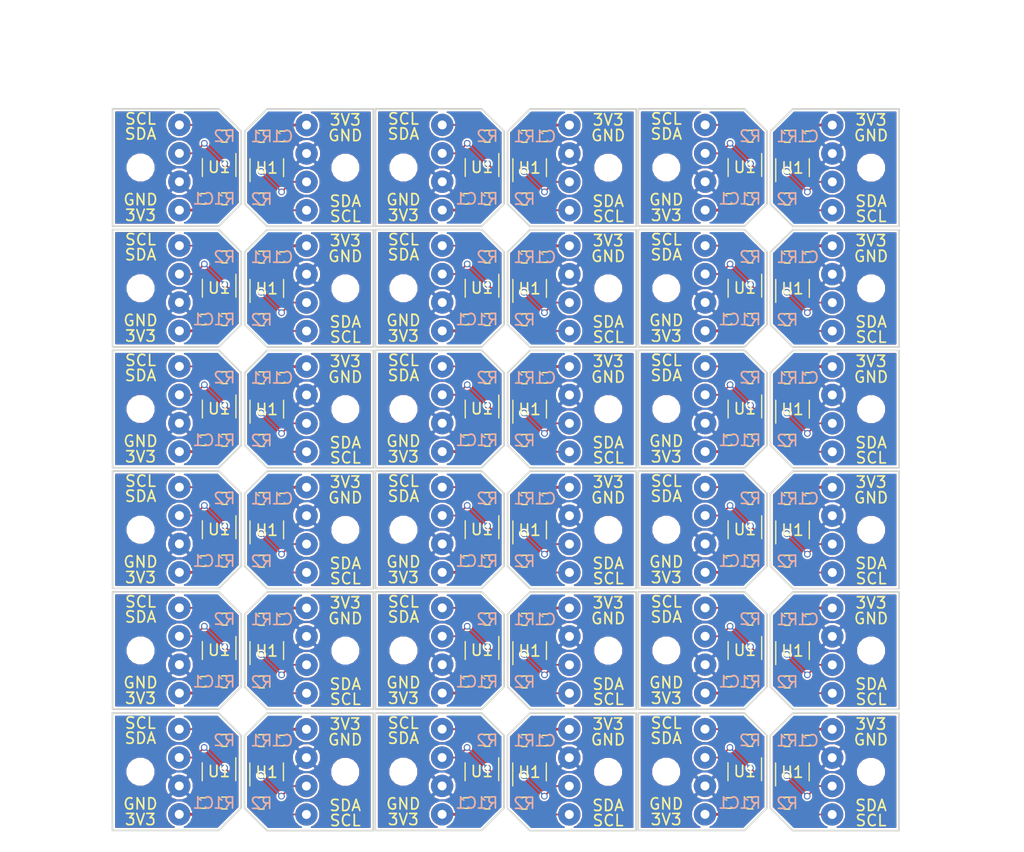
<source format=kicad_pcb>
(kicad_pcb (version 4) (host pcbnew 4.0.2+dfsg1-stable)
  (layers (0 F.Cu signal) (31 B.Cu signal) (34 B.Paste user) (35 F.Paste user) (36 B.SilkS user) (37 F.SilkS user) (38 B.Mask user) (39 F.Mask user) (44 Edge.Cuts user))
  (net 0 "")
  (net 1 "Net-(J2-Pad1)")
  (net 2 GND)
  (net 3 "Net-(J4-Pad1)")
  (net 4 +3V3)
  (module Mounting_Holes:MountingHole_2.2mm_M2_DIN965 (layer F.Cu) (at 130.8073 136.6658)
    (fp_text reference REF** hide)
    (fp_text value MountingHole_2.2mm_M2_DIN965)
    (pad 1 np_thru_hole circle (at 0 0) (size 2.2 2.2) (drill 2.2) (layers *.Cu *.Mask))
  )
  (module Wire_Pads:SolderWirePad_single_0-8mmDrill (layer F.Cu) (at 127.3383 137.9358)
    (fp_text reference SDA (at 3.469 1.73) (layer F.SilkS))
    (fp_text value SDA)
    (pad 1 thru_hole circle (at 0 0) (size 1.99898 1.99898) (drill 0.8001) (layers *.Cu *.Mask) (net 3 "Net-(J4-Pad1)"))
  )
  (module Wire_Pads:SolderWirePad_single_0-8mmDrill (layer F.Cu) (at 127.3383 132.8558)
    (fp_text reference 3V3 (at 3.469 -0.465) (layer F.SilkS))
    (fp_text value VDD)
    (pad 1 thru_hole circle (at 0 0) (size 1.99898 1.99898) (drill 0.8001) (layers *.Cu *.Mask) (net 4 +3V3))
  )
  (module Wire_Pads:SolderWirePad_single_0-8mmDrill (layer F.Cu) (at 127.3383 140.4758)
    (fp_text reference SCL (at 3.469 0.54) (layer F.SilkS))
    (fp_text value SCL)
    (pad 1 thru_hole circle (at 0 0) (size 1.99898 1.99898) (drill 0.8001) (layers *.Cu *.Mask) (net 1 "Net-(J2-Pad1)"))
  )
  (module Wire_Pads:SolderWirePad_single_0-8mmDrill (layer F.Cu) (at 127.3383 135.3958)
    (fp_text reference GND (at 3.469 -1.605) (layer F.SilkS))
    (fp_text value GND)
    (pad 1 thru_hole circle (at 0 0) (size 1.99898 1.99898) (drill 0.8001) (layers *.Cu *.Mask) (net 2 GND))
  )
  (module Wire_Pads:SolderWirePad_single_0-8mmDrill (layer F.Cu) (at 115.9683 135.3828 180)
    (fp_text reference SDA (at 3.469 1.73 180) (layer F.SilkS))
    (fp_text value SDA)
    (pad 1 thru_hole circle (at 0 0 180) (size 1.99898 1.99898) (drill 0.8001) (layers *.Cu *.Mask) (net 3 "Net-(J4-Pad1)"))
  )
  (module Mounting_Holes:MountingHole_2.2mm_M2_DIN965 (layer F.Cu) (at 112.4993 136.6528 180)
    (fp_text reference REF** hide)
    (fp_text value MountingHole_2.2mm_M2_DIN965)
    (pad 1 np_thru_hole circle (at 0 0 180) (size 2.2 2.2) (drill 2.2) (layers *.Cu *.Mask))
  )
  (module Wire_Pads:SolderWirePad_single_0-8mmDrill (layer F.Cu) (at 115.9683 140.4628 180)
    (fp_text reference 3V3 (at 3.469 -0.465 180) (layer F.SilkS))
    (fp_text value VDD)
    (pad 1 thru_hole circle (at 0 0 180) (size 1.99898 1.99898) (drill 0.8001) (layers *.Cu *.Mask) (net 4 +3V3))
  )
  (module Wire_Pads:SolderWirePad_single_0-8mmDrill (layer F.Cu) (at 115.9683 137.9228 180)
    (fp_text reference GND (at 3.469 -1.605 180) (layer F.SilkS))
    (fp_text value GND)
    (pad 1 thru_hole circle (at 0 0 180) (size 1.99898 1.99898) (drill 0.8001) (layers *.Cu *.Mask) (net 2 GND))
  )
  (module Capacitors_SMD:C_0402 (layer F.Cu) (at 118.1243 139.4528)
    (fp_text reference C1 (at 0.003 -0.006) (layer B.SilkS) (effects (justify mirror)))
    (fp_text value C)
    (pad 1 smd rect (at -0.55 0) (size 0.6 0.5) (layers F.Cu F.Paste F.Mask) (net 2 GND))
    (pad 2 smd rect (at 0.55 0) (size 0.6 0.5) (layers F.Cu F.Paste F.Mask) (net 4 +3V3))
  )
  (module Resistors_SMD:R_0402 (layer F.Cu) (at 119.9993 133.8528)
    (fp_text reference R2 (at -0.0051 -0.0067) (layer B.SilkS) (effects (justify mirror)))
    (fp_text value 10k)
    (pad 1 smd rect (at -0.45 0) (size 0.4 0.6) (layers F.Cu F.Paste F.Mask) (net 4 +3V3))
    (pad 2 smd rect (at 0.45 0) (size 0.4 0.6) (layers F.Cu F.Paste F.Mask) (net 1 "Net-(J2-Pad1)"))
  )
  (module custom_lib:TSOP-6 (layer F.Cu) (at 119.5243 136.6528 270)
    (fp_text reference U1 (at -0.025 0 360) (layer F.SilkS))
    (fp_text value AT42QT1010-TSHR)
    (pad 1 smd rect (at -1.2 -0.95 270) (size 0.5 0.5) (layers F.Cu F.Paste F.Mask) (net 1 "Net-(J2-Pad1)"))
    (pad 2 smd rect (at -1.2 0 270) (size 0.5 0.5) (layers F.Cu F.Paste F.Mask) (net 2 GND))
    (pad 3 smd rect (at -1.2 0.95 270) (size 0.5 0.5) (layers F.Cu F.Paste F.Mask) (net 2 GND))
    (pad 4 smd rect (at 1.2 0.95 270) (size 0.5 0.5) (layers F.Cu F.Paste F.Mask) (net 4 +3V3))
    (pad 5 smd rect (at 1.2 0 270) (size 0.5 0.5) (layers F.Cu F.Paste F.Mask) (net 2 GND))
    (pad 6 smd rect (at 1.2 -0.95 270) (size 0.5 0.5) (layers F.Cu F.Paste F.Mask) (net 3 "Net-(J4-Pad1)"))
  )
  (module Wire_Pads:SolderWirePad_single_0-8mmDrill (layer F.Cu) (at 115.9683 132.8428 180)
    (fp_text reference SCL (at 3.469 0.54 180) (layer F.SilkS))
    (fp_text value SCL)
    (pad 1 thru_hole circle (at 0 0 180) (size 1.99898 1.99898) (drill 0.8001) (layers *.Cu *.Mask) (net 1 "Net-(J2-Pad1)"))
  )
  (module Resistors_SMD:R_0402 (layer F.Cu) (at 123.3073 133.8658 180)
    (fp_text reference R1 (at -0.0051 -0.006 180) (layer B.SilkS) (effects (justify mirror)))
    (fp_text value 10k)
    (pad 1 smd rect (at -0.45 0 180) (size 0.4 0.6) (layers F.Cu F.Paste F.Mask) (net 4 +3V3))
    (pad 2 smd rect (at 0.45 0 180) (size 0.4 0.6) (layers F.Cu F.Paste F.Mask) (net 3 "Net-(J4-Pad1)"))
  )
  (module Capacitors_SMD:C_0402 (layer F.Cu) (at 125.1823 133.8658 180)
    (fp_text reference C1 (at 0.003 -0.006 180) (layer B.SilkS) (effects (justify mirror)))
    (fp_text value C)
    (pad 1 smd rect (at -0.55 0 180) (size 0.6 0.5) (layers F.Cu F.Paste F.Mask) (net 2 GND))
    (pad 2 smd rect (at 0.55 0 180) (size 0.6 0.5) (layers F.Cu F.Paste F.Mask) (net 4 +3V3))
  )
  (module Resistors_SMD:R_0402 (layer F.Cu) (at 119.9993 139.4528)
    (fp_text reference R1 (at -0.0051 -0.006) (layer B.SilkS) (effects (justify mirror)))
    (fp_text value 10k)
    (pad 1 smd rect (at -0.45 0) (size 0.4 0.6) (layers F.Cu F.Paste F.Mask) (net 4 +3V3))
    (pad 2 smd rect (at 0.45 0) (size 0.4 0.6) (layers F.Cu F.Paste F.Mask) (net 3 "Net-(J4-Pad1)"))
  )
  (module custom_lib:TSOP-6 (layer F.Cu) (at 123.7823 136.6658 90)
    (fp_text reference U1 (at -0.025 0 180) (layer F.SilkS))
    (fp_text value AT42QT1010-TSHR)
    (pad 1 smd rect (at -1.2 -0.95 90) (size 0.5 0.5) (layers F.Cu F.Paste F.Mask) (net 1 "Net-(J2-Pad1)"))
    (pad 2 smd rect (at -1.2 0 90) (size 0.5 0.5) (layers F.Cu F.Paste F.Mask) (net 2 GND))
    (pad 3 smd rect (at -1.2 0.95 90) (size 0.5 0.5) (layers F.Cu F.Paste F.Mask) (net 2 GND))
    (pad 4 smd rect (at 1.2 0.95 90) (size 0.5 0.5) (layers F.Cu F.Paste F.Mask) (net 4 +3V3))
    (pad 5 smd rect (at 1.2 0 90) (size 0.5 0.5) (layers F.Cu F.Paste F.Mask) (net 2 GND))
    (pad 6 smd rect (at 1.2 -0.95 90) (size 0.5 0.5) (layers F.Cu F.Paste F.Mask) (net 3 "Net-(J4-Pad1)"))
  )
  (module Resistors_SMD:R_0402 (layer F.Cu) (at 123.3073 139.4658 180)
    (fp_text reference R2 (at -0.0051 -0.0067 180) (layer B.SilkS) (effects (justify mirror)))
    (fp_text value 10k)
    (pad 1 smd rect (at -0.45 0 180) (size 0.4 0.6) (layers F.Cu F.Paste F.Mask) (net 4 +3V3))
    (pad 2 smd rect (at 0.45 0 180) (size 0.4 0.6) (layers F.Cu F.Paste F.Mask) (net 1 "Net-(J2-Pad1)"))
  )
  (module Mounting_Holes:MountingHole_2.2mm_M2_DIN965 (layer F.Cu) (at 177.8073 136.6658)
    (fp_text reference REF** hide)
    (fp_text value MountingHole_2.2mm_M2_DIN965)
    (pad 1 np_thru_hole circle (at 0 0) (size 2.2 2.2) (drill 2.2) (layers *.Cu *.Mask))
  )
  (module Wire_Pads:SolderWirePad_single_0-8mmDrill (layer F.Cu) (at 174.3383 137.9358)
    (fp_text reference SDA (at 3.469 1.73) (layer F.SilkS))
    (fp_text value SDA)
    (pad 1 thru_hole circle (at 0 0) (size 1.99898 1.99898) (drill 0.8001) (layers *.Cu *.Mask) (net 3 "Net-(J4-Pad1)"))
  )
  (module Wire_Pads:SolderWirePad_single_0-8mmDrill (layer F.Cu) (at 174.3383 132.8558)
    (fp_text reference 3V3 (at 3.469 -0.465) (layer F.SilkS))
    (fp_text value VDD)
    (pad 1 thru_hole circle (at 0 0) (size 1.99898 1.99898) (drill 0.8001) (layers *.Cu *.Mask) (net 4 +3V3))
  )
  (module Wire_Pads:SolderWirePad_single_0-8mmDrill (layer F.Cu) (at 174.3383 140.4758)
    (fp_text reference SCL (at 3.469 0.54) (layer F.SilkS))
    (fp_text value SCL)
    (pad 1 thru_hole circle (at 0 0) (size 1.99898 1.99898) (drill 0.8001) (layers *.Cu *.Mask) (net 1 "Net-(J2-Pad1)"))
  )
  (module Wire_Pads:SolderWirePad_single_0-8mmDrill (layer F.Cu) (at 174.3383 135.3958)
    (fp_text reference GND (at 3.469 -1.605) (layer F.SilkS))
    (fp_text value GND)
    (pad 1 thru_hole circle (at 0 0) (size 1.99898 1.99898) (drill 0.8001) (layers *.Cu *.Mask) (net 2 GND))
  )
  (module Wire_Pads:SolderWirePad_single_0-8mmDrill (layer F.Cu) (at 162.9683 135.3828 180)
    (fp_text reference SDA (at 3.469 1.73 180) (layer F.SilkS))
    (fp_text value SDA)
    (pad 1 thru_hole circle (at 0 0 180) (size 1.99898 1.99898) (drill 0.8001) (layers *.Cu *.Mask) (net 3 "Net-(J4-Pad1)"))
  )
  (module Mounting_Holes:MountingHole_2.2mm_M2_DIN965 (layer F.Cu) (at 159.4993 136.6528 180)
    (fp_text reference REF** hide)
    (fp_text value MountingHole_2.2mm_M2_DIN965)
    (pad 1 np_thru_hole circle (at 0 0 180) (size 2.2 2.2) (drill 2.2) (layers *.Cu *.Mask))
  )
  (module Wire_Pads:SolderWirePad_single_0-8mmDrill (layer F.Cu) (at 162.9683 140.4628 180)
    (fp_text reference 3V3 (at 3.469 -0.465 180) (layer F.SilkS))
    (fp_text value VDD)
    (pad 1 thru_hole circle (at 0 0 180) (size 1.99898 1.99898) (drill 0.8001) (layers *.Cu *.Mask) (net 4 +3V3))
  )
  (module Wire_Pads:SolderWirePad_single_0-8mmDrill (layer F.Cu) (at 162.9683 137.9228 180)
    (fp_text reference GND (at 3.469 -1.605 180) (layer F.SilkS))
    (fp_text value GND)
    (pad 1 thru_hole circle (at 0 0 180) (size 1.99898 1.99898) (drill 0.8001) (layers *.Cu *.Mask) (net 2 GND))
  )
  (module Capacitors_SMD:C_0402 (layer F.Cu) (at 165.1243 139.4528)
    (fp_text reference C1 (at 0.003 -0.006) (layer B.SilkS) (effects (justify mirror)))
    (fp_text value C)
    (pad 1 smd rect (at -0.55 0) (size 0.6 0.5) (layers F.Cu F.Paste F.Mask) (net 2 GND))
    (pad 2 smd rect (at 0.55 0) (size 0.6 0.5) (layers F.Cu F.Paste F.Mask) (net 4 +3V3))
  )
  (module Resistors_SMD:R_0402 (layer F.Cu) (at 166.9993 133.8528)
    (fp_text reference R2 (at -0.0051 -0.0067) (layer B.SilkS) (effects (justify mirror)))
    (fp_text value 10k)
    (pad 1 smd rect (at -0.45 0) (size 0.4 0.6) (layers F.Cu F.Paste F.Mask) (net 4 +3V3))
    (pad 2 smd rect (at 0.45 0) (size 0.4 0.6) (layers F.Cu F.Paste F.Mask) (net 1 "Net-(J2-Pad1)"))
  )
  (module custom_lib:TSOP-6 (layer F.Cu) (at 166.5243 136.6528 270)
    (fp_text reference U1 (at -0.025 0 360) (layer F.SilkS))
    (fp_text value AT42QT1010-TSHR)
    (pad 1 smd rect (at -1.2 -0.95 270) (size 0.5 0.5) (layers F.Cu F.Paste F.Mask) (net 1 "Net-(J2-Pad1)"))
    (pad 2 smd rect (at -1.2 0 270) (size 0.5 0.5) (layers F.Cu F.Paste F.Mask) (net 2 GND))
    (pad 3 smd rect (at -1.2 0.95 270) (size 0.5 0.5) (layers F.Cu F.Paste F.Mask) (net 2 GND))
    (pad 4 smd rect (at 1.2 0.95 270) (size 0.5 0.5) (layers F.Cu F.Paste F.Mask) (net 4 +3V3))
    (pad 5 smd rect (at 1.2 0 270) (size 0.5 0.5) (layers F.Cu F.Paste F.Mask) (net 2 GND))
    (pad 6 smd rect (at 1.2 -0.95 270) (size 0.5 0.5) (layers F.Cu F.Paste F.Mask) (net 3 "Net-(J4-Pad1)"))
  )
  (module Wire_Pads:SolderWirePad_single_0-8mmDrill (layer F.Cu) (at 162.9683 132.8428 180)
    (fp_text reference SCL (at 3.469 0.54 180) (layer F.SilkS))
    (fp_text value SCL)
    (pad 1 thru_hole circle (at 0 0 180) (size 1.99898 1.99898) (drill 0.8001) (layers *.Cu *.Mask) (net 1 "Net-(J2-Pad1)"))
  )
  (module Resistors_SMD:R_0402 (layer F.Cu) (at 170.3073 133.8658 180)
    (fp_text reference R1 (at -0.0051 -0.006 180) (layer B.SilkS) (effects (justify mirror)))
    (fp_text value 10k)
    (pad 1 smd rect (at -0.45 0 180) (size 0.4 0.6) (layers F.Cu F.Paste F.Mask) (net 4 +3V3))
    (pad 2 smd rect (at 0.45 0 180) (size 0.4 0.6) (layers F.Cu F.Paste F.Mask) (net 3 "Net-(J4-Pad1)"))
  )
  (module Capacitors_SMD:C_0402 (layer F.Cu) (at 172.1823 133.8658 180)
    (fp_text reference C1 (at 0.003 -0.006 180) (layer B.SilkS) (effects (justify mirror)))
    (fp_text value C)
    (pad 1 smd rect (at -0.55 0 180) (size 0.6 0.5) (layers F.Cu F.Paste F.Mask) (net 2 GND))
    (pad 2 smd rect (at 0.55 0 180) (size 0.6 0.5) (layers F.Cu F.Paste F.Mask) (net 4 +3V3))
  )
  (module Resistors_SMD:R_0402 (layer F.Cu) (at 166.9993 139.4528)
    (fp_text reference R1 (at -0.0051 -0.006) (layer B.SilkS) (effects (justify mirror)))
    (fp_text value 10k)
    (pad 1 smd rect (at -0.45 0) (size 0.4 0.6) (layers F.Cu F.Paste F.Mask) (net 4 +3V3))
    (pad 2 smd rect (at 0.45 0) (size 0.4 0.6) (layers F.Cu F.Paste F.Mask) (net 3 "Net-(J4-Pad1)"))
  )
  (module custom_lib:TSOP-6 (layer F.Cu) (at 170.7823 136.6658 90)
    (fp_text reference U1 (at -0.025 0 180) (layer F.SilkS))
    (fp_text value AT42QT1010-TSHR)
    (pad 1 smd rect (at -1.2 -0.95 90) (size 0.5 0.5) (layers F.Cu F.Paste F.Mask) (net 1 "Net-(J2-Pad1)"))
    (pad 2 smd rect (at -1.2 0 90) (size 0.5 0.5) (layers F.Cu F.Paste F.Mask) (net 2 GND))
    (pad 3 smd rect (at -1.2 0.95 90) (size 0.5 0.5) (layers F.Cu F.Paste F.Mask) (net 2 GND))
    (pad 4 smd rect (at 1.2 0.95 90) (size 0.5 0.5) (layers F.Cu F.Paste F.Mask) (net 4 +3V3))
    (pad 5 smd rect (at 1.2 0 90) (size 0.5 0.5) (layers F.Cu F.Paste F.Mask) (net 2 GND))
    (pad 6 smd rect (at 1.2 -0.95 90) (size 0.5 0.5) (layers F.Cu F.Paste F.Mask) (net 3 "Net-(J4-Pad1)"))
  )
  (module Resistors_SMD:R_0402 (layer F.Cu) (at 170.3073 139.4658 180)
    (fp_text reference R2 (at -0.0051 -0.0067 180) (layer B.SilkS) (effects (justify mirror)))
    (fp_text value 10k)
    (pad 1 smd rect (at -0.45 0 180) (size 0.4 0.6) (layers F.Cu F.Paste F.Mask) (net 4 +3V3))
    (pad 2 smd rect (at 0.45 0 180) (size 0.4 0.6) (layers F.Cu F.Paste F.Mask) (net 1 "Net-(J2-Pad1)"))
  )
  (module Mounting_Holes:MountingHole_2.2mm_M2_DIN965 (layer F.Cu) (at 154.3073 136.6658)
    (fp_text reference REF** hide)
    (fp_text value MountingHole_2.2mm_M2_DIN965)
    (pad 1 np_thru_hole circle (at 0 0) (size 2.2 2.2) (drill 2.2) (layers *.Cu *.Mask))
  )
  (module Wire_Pads:SolderWirePad_single_0-8mmDrill (layer F.Cu) (at 150.8383 137.9358)
    (fp_text reference SDA (at 3.469 1.73) (layer F.SilkS))
    (fp_text value SDA)
    (pad 1 thru_hole circle (at 0 0) (size 1.99898 1.99898) (drill 0.8001) (layers *.Cu *.Mask) (net 3 "Net-(J4-Pad1)"))
  )
  (module Wire_Pads:SolderWirePad_single_0-8mmDrill (layer F.Cu) (at 150.8383 132.8558)
    (fp_text reference 3V3 (at 3.469 -0.465) (layer F.SilkS))
    (fp_text value VDD)
    (pad 1 thru_hole circle (at 0 0) (size 1.99898 1.99898) (drill 0.8001) (layers *.Cu *.Mask) (net 4 +3V3))
  )
  (module Wire_Pads:SolderWirePad_single_0-8mmDrill (layer F.Cu) (at 150.8383 140.4758)
    (fp_text reference SCL (at 3.469 0.54) (layer F.SilkS))
    (fp_text value SCL)
    (pad 1 thru_hole circle (at 0 0) (size 1.99898 1.99898) (drill 0.8001) (layers *.Cu *.Mask) (net 1 "Net-(J2-Pad1)"))
  )
  (module Wire_Pads:SolderWirePad_single_0-8mmDrill (layer F.Cu) (at 150.8383 135.3958)
    (fp_text reference GND (at 3.469 -1.605) (layer F.SilkS))
    (fp_text value GND)
    (pad 1 thru_hole circle (at 0 0) (size 1.99898 1.99898) (drill 0.8001) (layers *.Cu *.Mask) (net 2 GND))
  )
  (module Wire_Pads:SolderWirePad_single_0-8mmDrill (layer F.Cu) (at 139.4683 135.3828 180)
    (fp_text reference SDA (at 3.469 1.73 180) (layer F.SilkS))
    (fp_text value SDA)
    (pad 1 thru_hole circle (at 0 0 180) (size 1.99898 1.99898) (drill 0.8001) (layers *.Cu *.Mask) (net 3 "Net-(J4-Pad1)"))
  )
  (module Mounting_Holes:MountingHole_2.2mm_M2_DIN965 (layer F.Cu) (at 135.9993 136.6528 180)
    (fp_text reference REF** hide)
    (fp_text value MountingHole_2.2mm_M2_DIN965)
    (pad 1 np_thru_hole circle (at 0 0 180) (size 2.2 2.2) (drill 2.2) (layers *.Cu *.Mask))
  )
  (module Wire_Pads:SolderWirePad_single_0-8mmDrill (layer F.Cu) (at 139.4683 140.4628 180)
    (fp_text reference 3V3 (at 3.469 -0.465 180) (layer F.SilkS))
    (fp_text value VDD)
    (pad 1 thru_hole circle (at 0 0 180) (size 1.99898 1.99898) (drill 0.8001) (layers *.Cu *.Mask) (net 4 +3V3))
  )
  (module Wire_Pads:SolderWirePad_single_0-8mmDrill (layer F.Cu) (at 139.4683 137.9228 180)
    (fp_text reference GND (at 3.469 -1.605 180) (layer F.SilkS))
    (fp_text value GND)
    (pad 1 thru_hole circle (at 0 0 180) (size 1.99898 1.99898) (drill 0.8001) (layers *.Cu *.Mask) (net 2 GND))
  )
  (module Capacitors_SMD:C_0402 (layer F.Cu) (at 141.6243 139.4528)
    (fp_text reference C1 (at 0.003 -0.006) (layer B.SilkS) (effects (justify mirror)))
    (fp_text value C)
    (pad 1 smd rect (at -0.55 0) (size 0.6 0.5) (layers F.Cu F.Paste F.Mask) (net 2 GND))
    (pad 2 smd rect (at 0.55 0) (size 0.6 0.5) (layers F.Cu F.Paste F.Mask) (net 4 +3V3))
  )
  (module Resistors_SMD:R_0402 (layer F.Cu) (at 143.4993 133.8528)
    (fp_text reference R2 (at -0.0051 -0.0067) (layer B.SilkS) (effects (justify mirror)))
    (fp_text value 10k)
    (pad 1 smd rect (at -0.45 0) (size 0.4 0.6) (layers F.Cu F.Paste F.Mask) (net 4 +3V3))
    (pad 2 smd rect (at 0.45 0) (size 0.4 0.6) (layers F.Cu F.Paste F.Mask) (net 1 "Net-(J2-Pad1)"))
  )
  (module custom_lib:TSOP-6 (layer F.Cu) (at 143.0243 136.6528 270)
    (fp_text reference U1 (at -0.025 0 360) (layer F.SilkS))
    (fp_text value AT42QT1010-TSHR)
    (pad 1 smd rect (at -1.2 -0.95 270) (size 0.5 0.5) (layers F.Cu F.Paste F.Mask) (net 1 "Net-(J2-Pad1)"))
    (pad 2 smd rect (at -1.2 0 270) (size 0.5 0.5) (layers F.Cu F.Paste F.Mask) (net 2 GND))
    (pad 3 smd rect (at -1.2 0.95 270) (size 0.5 0.5) (layers F.Cu F.Paste F.Mask) (net 2 GND))
    (pad 4 smd rect (at 1.2 0.95 270) (size 0.5 0.5) (layers F.Cu F.Paste F.Mask) (net 4 +3V3))
    (pad 5 smd rect (at 1.2 0 270) (size 0.5 0.5) (layers F.Cu F.Paste F.Mask) (net 2 GND))
    (pad 6 smd rect (at 1.2 -0.95 270) (size 0.5 0.5) (layers F.Cu F.Paste F.Mask) (net 3 "Net-(J4-Pad1)"))
  )
  (module Wire_Pads:SolderWirePad_single_0-8mmDrill (layer F.Cu) (at 139.4683 132.8428 180)
    (fp_text reference SCL (at 3.469 0.54 180) (layer F.SilkS))
    (fp_text value SCL)
    (pad 1 thru_hole circle (at 0 0 180) (size 1.99898 1.99898) (drill 0.8001) (layers *.Cu *.Mask) (net 1 "Net-(J2-Pad1)"))
  )
  (module Resistors_SMD:R_0402 (layer F.Cu) (at 146.8073 133.8658 180)
    (fp_text reference R1 (at -0.0051 -0.006 180) (layer B.SilkS) (effects (justify mirror)))
    (fp_text value 10k)
    (pad 1 smd rect (at -0.45 0 180) (size 0.4 0.6) (layers F.Cu F.Paste F.Mask) (net 4 +3V3))
    (pad 2 smd rect (at 0.45 0 180) (size 0.4 0.6) (layers F.Cu F.Paste F.Mask) (net 3 "Net-(J4-Pad1)"))
  )
  (module Capacitors_SMD:C_0402 (layer F.Cu) (at 148.6823 133.8658 180)
    (fp_text reference C1 (at 0.003 -0.006 180) (layer B.SilkS) (effects (justify mirror)))
    (fp_text value C)
    (pad 1 smd rect (at -0.55 0 180) (size 0.6 0.5) (layers F.Cu F.Paste F.Mask) (net 2 GND))
    (pad 2 smd rect (at 0.55 0 180) (size 0.6 0.5) (layers F.Cu F.Paste F.Mask) (net 4 +3V3))
  )
  (module Resistors_SMD:R_0402 (layer F.Cu) (at 143.4993 139.4528)
    (fp_text reference R1 (at -0.0051 -0.006) (layer B.SilkS) (effects (justify mirror)))
    (fp_text value 10k)
    (pad 1 smd rect (at -0.45 0) (size 0.4 0.6) (layers F.Cu F.Paste F.Mask) (net 4 +3V3))
    (pad 2 smd rect (at 0.45 0) (size 0.4 0.6) (layers F.Cu F.Paste F.Mask) (net 3 "Net-(J4-Pad1)"))
  )
  (module custom_lib:TSOP-6 (layer F.Cu) (at 147.2823 136.6658 90)
    (fp_text reference U1 (at -0.025 0 180) (layer F.SilkS))
    (fp_text value AT42QT1010-TSHR)
    (pad 1 smd rect (at -1.2 -0.95 90) (size 0.5 0.5) (layers F.Cu F.Paste F.Mask) (net 1 "Net-(J2-Pad1)"))
    (pad 2 smd rect (at -1.2 0 90) (size 0.5 0.5) (layers F.Cu F.Paste F.Mask) (net 2 GND))
    (pad 3 smd rect (at -1.2 0.95 90) (size 0.5 0.5) (layers F.Cu F.Paste F.Mask) (net 2 GND))
    (pad 4 smd rect (at 1.2 0.95 90) (size 0.5 0.5) (layers F.Cu F.Paste F.Mask) (net 4 +3V3))
    (pad 5 smd rect (at 1.2 0 90) (size 0.5 0.5) (layers F.Cu F.Paste F.Mask) (net 2 GND))
    (pad 6 smd rect (at 1.2 -0.95 90) (size 0.5 0.5) (layers F.Cu F.Paste F.Mask) (net 3 "Net-(J4-Pad1)"))
  )
  (module Resistors_SMD:R_0402 (layer F.Cu) (at 146.8073 139.4658 180)
    (fp_text reference R2 (at -0.0051 -0.0067 180) (layer B.SilkS) (effects (justify mirror)))
    (fp_text value 10k)
    (pad 1 smd rect (at -0.45 0 180) (size 0.4 0.6) (layers F.Cu F.Paste F.Mask) (net 4 +3V3))
    (pad 2 smd rect (at 0.45 0 180) (size 0.4 0.6) (layers F.Cu F.Paste F.Mask) (net 1 "Net-(J2-Pad1)"))
  )
  (module Resistors_SMD:R_0402 (layer F.Cu) (at 170.32 128.62 180)
    (fp_text reference R2 (at -0.0051 -0.0067 180) (layer B.SilkS) (effects (justify mirror)))
    (fp_text value 10k)
    (pad 1 smd rect (at -0.45 0 180) (size 0.4 0.6) (layers F.Cu F.Paste F.Mask) (net 4 +3V3))
    (pad 2 smd rect (at 0.45 0 180) (size 0.4 0.6) (layers F.Cu F.Paste F.Mask) (net 1 "Net-(J2-Pad1)"))
  )
  (module Resistors_SMD:R_0402 (layer F.Cu) (at 146.82 128.62 180)
    (fp_text reference R2 (at -0.0051 -0.0067 180) (layer B.SilkS) (effects (justify mirror)))
    (fp_text value 10k)
    (pad 1 smd rect (at -0.45 0 180) (size 0.4 0.6) (layers F.Cu F.Paste F.Mask) (net 4 +3V3))
    (pad 2 smd rect (at 0.45 0 180) (size 0.4 0.6) (layers F.Cu F.Paste F.Mask) (net 1 "Net-(J2-Pad1)"))
  )
  (module Resistors_SMD:R_0402 (layer F.Cu) (at 123.32 128.62 180)
    (fp_text reference R2 (at -0.0051 -0.0067 180) (layer B.SilkS) (effects (justify mirror)))
    (fp_text value 10k)
    (pad 1 smd rect (at -0.45 0 180) (size 0.4 0.6) (layers F.Cu F.Paste F.Mask) (net 4 +3V3))
    (pad 2 smd rect (at 0.45 0 180) (size 0.4 0.6) (layers F.Cu F.Paste F.Mask) (net 1 "Net-(J2-Pad1)"))
  )
  (module Resistors_SMD:R_0402 (layer F.Cu) (at 170.32 117.82 180)
    (fp_text reference R2 (at -0.0051 -0.0067 180) (layer B.SilkS) (effects (justify mirror)))
    (fp_text value 10k)
    (pad 1 smd rect (at -0.45 0 180) (size 0.4 0.6) (layers F.Cu F.Paste F.Mask) (net 4 +3V3))
    (pad 2 smd rect (at 0.45 0 180) (size 0.4 0.6) (layers F.Cu F.Paste F.Mask) (net 1 "Net-(J2-Pad1)"))
  )
  (module Resistors_SMD:R_0402 (layer F.Cu) (at 146.82 117.82 180)
    (fp_text reference R2 (at -0.0051 -0.0067 180) (layer B.SilkS) (effects (justify mirror)))
    (fp_text value 10k)
    (pad 1 smd rect (at -0.45 0 180) (size 0.4 0.6) (layers F.Cu F.Paste F.Mask) (net 4 +3V3))
    (pad 2 smd rect (at 0.45 0 180) (size 0.4 0.6) (layers F.Cu F.Paste F.Mask) (net 1 "Net-(J2-Pad1)"))
  )
  (module Resistors_SMD:R_0402 (layer F.Cu) (at 123.32 117.82 180)
    (fp_text reference R2 (at -0.0051 -0.0067 180) (layer B.SilkS) (effects (justify mirror)))
    (fp_text value 10k)
    (pad 1 smd rect (at -0.45 0 180) (size 0.4 0.6) (layers F.Cu F.Paste F.Mask) (net 4 +3V3))
    (pad 2 smd rect (at 0.45 0 180) (size 0.4 0.6) (layers F.Cu F.Paste F.Mask) (net 1 "Net-(J2-Pad1)"))
  )
  (module Resistors_SMD:R_0402 (layer F.Cu) (at 170.32 107.02 180)
    (fp_text reference R2 (at -0.0051 -0.0067 180) (layer B.SilkS) (effects (justify mirror)))
    (fp_text value 10k)
    (pad 1 smd rect (at -0.45 0 180) (size 0.4 0.6) (layers F.Cu F.Paste F.Mask) (net 4 +3V3))
    (pad 2 smd rect (at 0.45 0 180) (size 0.4 0.6) (layers F.Cu F.Paste F.Mask) (net 1 "Net-(J2-Pad1)"))
  )
  (module Resistors_SMD:R_0402 (layer F.Cu) (at 146.82 107.02 180)
    (fp_text reference R2 (at -0.0051 -0.0067 180) (layer B.SilkS) (effects (justify mirror)))
    (fp_text value 10k)
    (pad 1 smd rect (at -0.45 0 180) (size 0.4 0.6) (layers F.Cu F.Paste F.Mask) (net 4 +3V3))
    (pad 2 smd rect (at 0.45 0 180) (size 0.4 0.6) (layers F.Cu F.Paste F.Mask) (net 1 "Net-(J2-Pad1)"))
  )
  (module Resistors_SMD:R_0402 (layer F.Cu) (at 123.32 107.02 180)
    (fp_text reference R2 (at -0.0051 -0.0067 180) (layer B.SilkS) (effects (justify mirror)))
    (fp_text value 10k)
    (pad 1 smd rect (at -0.45 0 180) (size 0.4 0.6) (layers F.Cu F.Paste F.Mask) (net 4 +3V3))
    (pad 2 smd rect (at 0.45 0 180) (size 0.4 0.6) (layers F.Cu F.Paste F.Mask) (net 1 "Net-(J2-Pad1)"))
  )
  (module Resistors_SMD:R_0402 (layer F.Cu) (at 170.32 96.22 180)
    (fp_text reference R2 (at -0.0051 -0.0067 180) (layer B.SilkS) (effects (justify mirror)))
    (fp_text value 10k)
    (pad 1 smd rect (at -0.45 0 180) (size 0.4 0.6) (layers F.Cu F.Paste F.Mask) (net 4 +3V3))
    (pad 2 smd rect (at 0.45 0 180) (size 0.4 0.6) (layers F.Cu F.Paste F.Mask) (net 1 "Net-(J2-Pad1)"))
  )
  (module Resistors_SMD:R_0402 (layer F.Cu) (at 146.82 96.22 180)
    (fp_text reference R2 (at -0.0051 -0.0067 180) (layer B.SilkS) (effects (justify mirror)))
    (fp_text value 10k)
    (pad 1 smd rect (at -0.45 0 180) (size 0.4 0.6) (layers F.Cu F.Paste F.Mask) (net 4 +3V3))
    (pad 2 smd rect (at 0.45 0 180) (size 0.4 0.6) (layers F.Cu F.Paste F.Mask) (net 1 "Net-(J2-Pad1)"))
  )
  (module Resistors_SMD:R_0402 (layer F.Cu) (at 123.32 96.22 180)
    (fp_text reference R2 (at -0.0051 -0.0067 180) (layer B.SilkS) (effects (justify mirror)))
    (fp_text value 10k)
    (pad 1 smd rect (at -0.45 0 180) (size 0.4 0.6) (layers F.Cu F.Paste F.Mask) (net 4 +3V3))
    (pad 2 smd rect (at 0.45 0 180) (size 0.4 0.6) (layers F.Cu F.Paste F.Mask) (net 1 "Net-(J2-Pad1)"))
  )
  (module Resistors_SMD:R_0402 (layer F.Cu) (at 170.32 85.42 180)
    (fp_text reference R2 (at -0.0051 -0.0067 180) (layer B.SilkS) (effects (justify mirror)))
    (fp_text value 10k)
    (pad 1 smd rect (at -0.45 0 180) (size 0.4 0.6) (layers F.Cu F.Paste F.Mask) (net 4 +3V3))
    (pad 2 smd rect (at 0.45 0 180) (size 0.4 0.6) (layers F.Cu F.Paste F.Mask) (net 1 "Net-(J2-Pad1)"))
  )
  (module Resistors_SMD:R_0402 (layer F.Cu) (at 146.82 85.42 180)
    (fp_text reference R2 (at -0.0051 -0.0067 180) (layer B.SilkS) (effects (justify mirror)))
    (fp_text value 10k)
    (pad 1 smd rect (at -0.45 0 180) (size 0.4 0.6) (layers F.Cu F.Paste F.Mask) (net 4 +3V3))
    (pad 2 smd rect (at 0.45 0 180) (size 0.4 0.6) (layers F.Cu F.Paste F.Mask) (net 1 "Net-(J2-Pad1)"))
  )
  (module custom_lib:TSOP-6 (layer F.Cu) (at 170.795 125.82 90)
    (fp_text reference U1 (at -0.025 0 180) (layer F.SilkS))
    (fp_text value AT42QT1010-TSHR)
    (pad 1 smd rect (at -1.2 -0.95 90) (size 0.5 0.5) (layers F.Cu F.Paste F.Mask) (net 1 "Net-(J2-Pad1)"))
    (pad 2 smd rect (at -1.2 0 90) (size 0.5 0.5) (layers F.Cu F.Paste F.Mask) (net 2 GND))
    (pad 3 smd rect (at -1.2 0.95 90) (size 0.5 0.5) (layers F.Cu F.Paste F.Mask) (net 2 GND))
    (pad 4 smd rect (at 1.2 0.95 90) (size 0.5 0.5) (layers F.Cu F.Paste F.Mask) (net 4 +3V3))
    (pad 5 smd rect (at 1.2 0 90) (size 0.5 0.5) (layers F.Cu F.Paste F.Mask) (net 2 GND))
    (pad 6 smd rect (at 1.2 -0.95 90) (size 0.5 0.5) (layers F.Cu F.Paste F.Mask) (net 3 "Net-(J4-Pad1)"))
  )
  (module custom_lib:TSOP-6 (layer F.Cu) (at 147.295 125.82 90)
    (fp_text reference U1 (at -0.025 0 180) (layer F.SilkS))
    (fp_text value AT42QT1010-TSHR)
    (pad 1 smd rect (at -1.2 -0.95 90) (size 0.5 0.5) (layers F.Cu F.Paste F.Mask) (net 1 "Net-(J2-Pad1)"))
    (pad 2 smd rect (at -1.2 0 90) (size 0.5 0.5) (layers F.Cu F.Paste F.Mask) (net 2 GND))
    (pad 3 smd rect (at -1.2 0.95 90) (size 0.5 0.5) (layers F.Cu F.Paste F.Mask) (net 2 GND))
    (pad 4 smd rect (at 1.2 0.95 90) (size 0.5 0.5) (layers F.Cu F.Paste F.Mask) (net 4 +3V3))
    (pad 5 smd rect (at 1.2 0 90) (size 0.5 0.5) (layers F.Cu F.Paste F.Mask) (net 2 GND))
    (pad 6 smd rect (at 1.2 -0.95 90) (size 0.5 0.5) (layers F.Cu F.Paste F.Mask) (net 3 "Net-(J4-Pad1)"))
  )
  (module custom_lib:TSOP-6 (layer F.Cu) (at 123.795 125.82 90)
    (fp_text reference U1 (at -0.025 0 180) (layer F.SilkS))
    (fp_text value AT42QT1010-TSHR)
    (pad 1 smd rect (at -1.2 -0.95 90) (size 0.5 0.5) (layers F.Cu F.Paste F.Mask) (net 1 "Net-(J2-Pad1)"))
    (pad 2 smd rect (at -1.2 0 90) (size 0.5 0.5) (layers F.Cu F.Paste F.Mask) (net 2 GND))
    (pad 3 smd rect (at -1.2 0.95 90) (size 0.5 0.5) (layers F.Cu F.Paste F.Mask) (net 2 GND))
    (pad 4 smd rect (at 1.2 0.95 90) (size 0.5 0.5) (layers F.Cu F.Paste F.Mask) (net 4 +3V3))
    (pad 5 smd rect (at 1.2 0 90) (size 0.5 0.5) (layers F.Cu F.Paste F.Mask) (net 2 GND))
    (pad 6 smd rect (at 1.2 -0.95 90) (size 0.5 0.5) (layers F.Cu F.Paste F.Mask) (net 3 "Net-(J4-Pad1)"))
  )
  (module custom_lib:TSOP-6 (layer F.Cu) (at 170.795 115.02 90)
    (fp_text reference U1 (at -0.025 0 180) (layer F.SilkS))
    (fp_text value AT42QT1010-TSHR)
    (pad 1 smd rect (at -1.2 -0.95 90) (size 0.5 0.5) (layers F.Cu F.Paste F.Mask) (net 1 "Net-(J2-Pad1)"))
    (pad 2 smd rect (at -1.2 0 90) (size 0.5 0.5) (layers F.Cu F.Paste F.Mask) (net 2 GND))
    (pad 3 smd rect (at -1.2 0.95 90) (size 0.5 0.5) (layers F.Cu F.Paste F.Mask) (net 2 GND))
    (pad 4 smd rect (at 1.2 0.95 90) (size 0.5 0.5) (layers F.Cu F.Paste F.Mask) (net 4 +3V3))
    (pad 5 smd rect (at 1.2 0 90) (size 0.5 0.5) (layers F.Cu F.Paste F.Mask) (net 2 GND))
    (pad 6 smd rect (at 1.2 -0.95 90) (size 0.5 0.5) (layers F.Cu F.Paste F.Mask) (net 3 "Net-(J4-Pad1)"))
  )
  (module custom_lib:TSOP-6 (layer F.Cu) (at 147.295 115.02 90)
    (fp_text reference U1 (at -0.025 0 180) (layer F.SilkS))
    (fp_text value AT42QT1010-TSHR)
    (pad 1 smd rect (at -1.2 -0.95 90) (size 0.5 0.5) (layers F.Cu F.Paste F.Mask) (net 1 "Net-(J2-Pad1)"))
    (pad 2 smd rect (at -1.2 0 90) (size 0.5 0.5) (layers F.Cu F.Paste F.Mask) (net 2 GND))
    (pad 3 smd rect (at -1.2 0.95 90) (size 0.5 0.5) (layers F.Cu F.Paste F.Mask) (net 2 GND))
    (pad 4 smd rect (at 1.2 0.95 90) (size 0.5 0.5) (layers F.Cu F.Paste F.Mask) (net 4 +3V3))
    (pad 5 smd rect (at 1.2 0 90) (size 0.5 0.5) (layers F.Cu F.Paste F.Mask) (net 2 GND))
    (pad 6 smd rect (at 1.2 -0.95 90) (size 0.5 0.5) (layers F.Cu F.Paste F.Mask) (net 3 "Net-(J4-Pad1)"))
  )
  (module custom_lib:TSOP-6 (layer F.Cu) (at 123.795 115.02 90)
    (fp_text reference U1 (at -0.025 0 180) (layer F.SilkS))
    (fp_text value AT42QT1010-TSHR)
    (pad 1 smd rect (at -1.2 -0.95 90) (size 0.5 0.5) (layers F.Cu F.Paste F.Mask) (net 1 "Net-(J2-Pad1)"))
    (pad 2 smd rect (at -1.2 0 90) (size 0.5 0.5) (layers F.Cu F.Paste F.Mask) (net 2 GND))
    (pad 3 smd rect (at -1.2 0.95 90) (size 0.5 0.5) (layers F.Cu F.Paste F.Mask) (net 2 GND))
    (pad 4 smd rect (at 1.2 0.95 90) (size 0.5 0.5) (layers F.Cu F.Paste F.Mask) (net 4 +3V3))
    (pad 5 smd rect (at 1.2 0 90) (size 0.5 0.5) (layers F.Cu F.Paste F.Mask) (net 2 GND))
    (pad 6 smd rect (at 1.2 -0.95 90) (size 0.5 0.5) (layers F.Cu F.Paste F.Mask) (net 3 "Net-(J4-Pad1)"))
  )
  (module custom_lib:TSOP-6 (layer F.Cu) (at 170.795 104.22 90)
    (fp_text reference U1 (at -0.025 0 180) (layer F.SilkS))
    (fp_text value AT42QT1010-TSHR)
    (pad 1 smd rect (at -1.2 -0.95 90) (size 0.5 0.5) (layers F.Cu F.Paste F.Mask) (net 1 "Net-(J2-Pad1)"))
    (pad 2 smd rect (at -1.2 0 90) (size 0.5 0.5) (layers F.Cu F.Paste F.Mask) (net 2 GND))
    (pad 3 smd rect (at -1.2 0.95 90) (size 0.5 0.5) (layers F.Cu F.Paste F.Mask) (net 2 GND))
    (pad 4 smd rect (at 1.2 0.95 90) (size 0.5 0.5) (layers F.Cu F.Paste F.Mask) (net 4 +3V3))
    (pad 5 smd rect (at 1.2 0 90) (size 0.5 0.5) (layers F.Cu F.Paste F.Mask) (net 2 GND))
    (pad 6 smd rect (at 1.2 -0.95 90) (size 0.5 0.5) (layers F.Cu F.Paste F.Mask) (net 3 "Net-(J4-Pad1)"))
  )
  (module custom_lib:TSOP-6 (layer F.Cu) (at 147.295 104.22 90)
    (fp_text reference U1 (at -0.025 0 180) (layer F.SilkS))
    (fp_text value AT42QT1010-TSHR)
    (pad 1 smd rect (at -1.2 -0.95 90) (size 0.5 0.5) (layers F.Cu F.Paste F.Mask) (net 1 "Net-(J2-Pad1)"))
    (pad 2 smd rect (at -1.2 0 90) (size 0.5 0.5) (layers F.Cu F.Paste F.Mask) (net 2 GND))
    (pad 3 smd rect (at -1.2 0.95 90) (size 0.5 0.5) (layers F.Cu F.Paste F.Mask) (net 2 GND))
    (pad 4 smd rect (at 1.2 0.95 90) (size 0.5 0.5) (layers F.Cu F.Paste F.Mask) (net 4 +3V3))
    (pad 5 smd rect (at 1.2 0 90) (size 0.5 0.5) (layers F.Cu F.Paste F.Mask) (net 2 GND))
    (pad 6 smd rect (at 1.2 -0.95 90) (size 0.5 0.5) (layers F.Cu F.Paste F.Mask) (net 3 "Net-(J4-Pad1)"))
  )
  (module custom_lib:TSOP-6 (layer F.Cu) (at 123.795 104.22 90)
    (fp_text reference U1 (at -0.025 0 180) (layer F.SilkS))
    (fp_text value AT42QT1010-TSHR)
    (pad 1 smd rect (at -1.2 -0.95 90) (size 0.5 0.5) (layers F.Cu F.Paste F.Mask) (net 1 "Net-(J2-Pad1)"))
    (pad 2 smd rect (at -1.2 0 90) (size 0.5 0.5) (layers F.Cu F.Paste F.Mask) (net 2 GND))
    (pad 3 smd rect (at -1.2 0.95 90) (size 0.5 0.5) (layers F.Cu F.Paste F.Mask) (net 2 GND))
    (pad 4 smd rect (at 1.2 0.95 90) (size 0.5 0.5) (layers F.Cu F.Paste F.Mask) (net 4 +3V3))
    (pad 5 smd rect (at 1.2 0 90) (size 0.5 0.5) (layers F.Cu F.Paste F.Mask) (net 2 GND))
    (pad 6 smd rect (at 1.2 -0.95 90) (size 0.5 0.5) (layers F.Cu F.Paste F.Mask) (net 3 "Net-(J4-Pad1)"))
  )
  (module custom_lib:TSOP-6 (layer F.Cu) (at 170.795 93.42 90)
    (fp_text reference U1 (at -0.025 0 180) (layer F.SilkS))
    (fp_text value AT42QT1010-TSHR)
    (pad 1 smd rect (at -1.2 -0.95 90) (size 0.5 0.5) (layers F.Cu F.Paste F.Mask) (net 1 "Net-(J2-Pad1)"))
    (pad 2 smd rect (at -1.2 0 90) (size 0.5 0.5) (layers F.Cu F.Paste F.Mask) (net 2 GND))
    (pad 3 smd rect (at -1.2 0.95 90) (size 0.5 0.5) (layers F.Cu F.Paste F.Mask) (net 2 GND))
    (pad 4 smd rect (at 1.2 0.95 90) (size 0.5 0.5) (layers F.Cu F.Paste F.Mask) (net 4 +3V3))
    (pad 5 smd rect (at 1.2 0 90) (size 0.5 0.5) (layers F.Cu F.Paste F.Mask) (net 2 GND))
    (pad 6 smd rect (at 1.2 -0.95 90) (size 0.5 0.5) (layers F.Cu F.Paste F.Mask) (net 3 "Net-(J4-Pad1)"))
  )
  (module custom_lib:TSOP-6 (layer F.Cu) (at 147.295 93.42 90)
    (fp_text reference U1 (at -0.025 0 180) (layer F.SilkS))
    (fp_text value AT42QT1010-TSHR)
    (pad 1 smd rect (at -1.2 -0.95 90) (size 0.5 0.5) (layers F.Cu F.Paste F.Mask) (net 1 "Net-(J2-Pad1)"))
    (pad 2 smd rect (at -1.2 0 90) (size 0.5 0.5) (layers F.Cu F.Paste F.Mask) (net 2 GND))
    (pad 3 smd rect (at -1.2 0.95 90) (size 0.5 0.5) (layers F.Cu F.Paste F.Mask) (net 2 GND))
    (pad 4 smd rect (at 1.2 0.95 90) (size 0.5 0.5) (layers F.Cu F.Paste F.Mask) (net 4 +3V3))
    (pad 5 smd rect (at 1.2 0 90) (size 0.5 0.5) (layers F.Cu F.Paste F.Mask) (net 2 GND))
    (pad 6 smd rect (at 1.2 -0.95 90) (size 0.5 0.5) (layers F.Cu F.Paste F.Mask) (net 3 "Net-(J4-Pad1)"))
  )
  (module custom_lib:TSOP-6 (layer F.Cu) (at 123.795 93.42 90)
    (fp_text reference U1 (at -0.025 0 180) (layer F.SilkS))
    (fp_text value AT42QT1010-TSHR)
    (pad 1 smd rect (at -1.2 -0.95 90) (size 0.5 0.5) (layers F.Cu F.Paste F.Mask) (net 1 "Net-(J2-Pad1)"))
    (pad 2 smd rect (at -1.2 0 90) (size 0.5 0.5) (layers F.Cu F.Paste F.Mask) (net 2 GND))
    (pad 3 smd rect (at -1.2 0.95 90) (size 0.5 0.5) (layers F.Cu F.Paste F.Mask) (net 2 GND))
    (pad 4 smd rect (at 1.2 0.95 90) (size 0.5 0.5) (layers F.Cu F.Paste F.Mask) (net 4 +3V3))
    (pad 5 smd rect (at 1.2 0 90) (size 0.5 0.5) (layers F.Cu F.Paste F.Mask) (net 2 GND))
    (pad 6 smd rect (at 1.2 -0.95 90) (size 0.5 0.5) (layers F.Cu F.Paste F.Mask) (net 3 "Net-(J4-Pad1)"))
  )
  (module custom_lib:TSOP-6 (layer F.Cu) (at 170.795 82.62 90)
    (fp_text reference U1 (at -0.025 0 180) (layer F.SilkS))
    (fp_text value AT42QT1010-TSHR)
    (pad 1 smd rect (at -1.2 -0.95 90) (size 0.5 0.5) (layers F.Cu F.Paste F.Mask) (net 1 "Net-(J2-Pad1)"))
    (pad 2 smd rect (at -1.2 0 90) (size 0.5 0.5) (layers F.Cu F.Paste F.Mask) (net 2 GND))
    (pad 3 smd rect (at -1.2 0.95 90) (size 0.5 0.5) (layers F.Cu F.Paste F.Mask) (net 2 GND))
    (pad 4 smd rect (at 1.2 0.95 90) (size 0.5 0.5) (layers F.Cu F.Paste F.Mask) (net 4 +3V3))
    (pad 5 smd rect (at 1.2 0 90) (size 0.5 0.5) (layers F.Cu F.Paste F.Mask) (net 2 GND))
    (pad 6 smd rect (at 1.2 -0.95 90) (size 0.5 0.5) (layers F.Cu F.Paste F.Mask) (net 3 "Net-(J4-Pad1)"))
  )
  (module custom_lib:TSOP-6 (layer F.Cu) (at 147.295 82.62 90)
    (fp_text reference U1 (at -0.025 0 180) (layer F.SilkS))
    (fp_text value AT42QT1010-TSHR)
    (pad 1 smd rect (at -1.2 -0.95 90) (size 0.5 0.5) (layers F.Cu F.Paste F.Mask) (net 1 "Net-(J2-Pad1)"))
    (pad 2 smd rect (at -1.2 0 90) (size 0.5 0.5) (layers F.Cu F.Paste F.Mask) (net 2 GND))
    (pad 3 smd rect (at -1.2 0.95 90) (size 0.5 0.5) (layers F.Cu F.Paste F.Mask) (net 2 GND))
    (pad 4 smd rect (at 1.2 0.95 90) (size 0.5 0.5) (layers F.Cu F.Paste F.Mask) (net 4 +3V3))
    (pad 5 smd rect (at 1.2 0 90) (size 0.5 0.5) (layers F.Cu F.Paste F.Mask) (net 2 GND))
    (pad 6 smd rect (at 1.2 -0.95 90) (size 0.5 0.5) (layers F.Cu F.Paste F.Mask) (net 3 "Net-(J4-Pad1)"))
  )
  (module Capacitors_SMD:C_0402 (layer F.Cu) (at 172.195 123.02 180)
    (fp_text reference C1 (at 0.003 -0.006 180) (layer B.SilkS) (effects (justify mirror)))
    (fp_text value C)
    (pad 1 smd rect (at -0.55 0 180) (size 0.6 0.5) (layers F.Cu F.Paste F.Mask) (net 2 GND))
    (pad 2 smd rect (at 0.55 0 180) (size 0.6 0.5) (layers F.Cu F.Paste F.Mask) (net 4 +3V3))
  )
  (module Capacitors_SMD:C_0402 (layer F.Cu) (at 148.695 123.02 180)
    (fp_text reference C1 (at 0.003 -0.006 180) (layer B.SilkS) (effects (justify mirror)))
    (fp_text value C)
    (pad 1 smd rect (at -0.55 0 180) (size 0.6 0.5) (layers F.Cu F.Paste F.Mask) (net 2 GND))
    (pad 2 smd rect (at 0.55 0 180) (size 0.6 0.5) (layers F.Cu F.Paste F.Mask) (net 4 +3V3))
  )
  (module Capacitors_SMD:C_0402 (layer F.Cu) (at 125.195 123.02 180)
    (fp_text reference C1 (at 0.003 -0.006 180) (layer B.SilkS) (effects (justify mirror)))
    (fp_text value C)
    (pad 1 smd rect (at -0.55 0 180) (size 0.6 0.5) (layers F.Cu F.Paste F.Mask) (net 2 GND))
    (pad 2 smd rect (at 0.55 0 180) (size 0.6 0.5) (layers F.Cu F.Paste F.Mask) (net 4 +3V3))
  )
  (module Capacitors_SMD:C_0402 (layer F.Cu) (at 172.195 112.22 180)
    (fp_text reference C1 (at 0.003 -0.006 180) (layer B.SilkS) (effects (justify mirror)))
    (fp_text value C)
    (pad 1 smd rect (at -0.55 0 180) (size 0.6 0.5) (layers F.Cu F.Paste F.Mask) (net 2 GND))
    (pad 2 smd rect (at 0.55 0 180) (size 0.6 0.5) (layers F.Cu F.Paste F.Mask) (net 4 +3V3))
  )
  (module Capacitors_SMD:C_0402 (layer F.Cu) (at 148.695 112.22 180)
    (fp_text reference C1 (at 0.003 -0.006 180) (layer B.SilkS) (effects (justify mirror)))
    (fp_text value C)
    (pad 1 smd rect (at -0.55 0 180) (size 0.6 0.5) (layers F.Cu F.Paste F.Mask) (net 2 GND))
    (pad 2 smd rect (at 0.55 0 180) (size 0.6 0.5) (layers F.Cu F.Paste F.Mask) (net 4 +3V3))
  )
  (module Capacitors_SMD:C_0402 (layer F.Cu) (at 125.195 112.22 180)
    (fp_text reference C1 (at 0.003 -0.006 180) (layer B.SilkS) (effects (justify mirror)))
    (fp_text value C)
    (pad 1 smd rect (at -0.55 0 180) (size 0.6 0.5) (layers F.Cu F.Paste F.Mask) (net 2 GND))
    (pad 2 smd rect (at 0.55 0 180) (size 0.6 0.5) (layers F.Cu F.Paste F.Mask) (net 4 +3V3))
  )
  (module Capacitors_SMD:C_0402 (layer F.Cu) (at 172.195 101.42 180)
    (fp_text reference C1 (at 0.003 -0.006 180) (layer B.SilkS) (effects (justify mirror)))
    (fp_text value C)
    (pad 1 smd rect (at -0.55 0 180) (size 0.6 0.5) (layers F.Cu F.Paste F.Mask) (net 2 GND))
    (pad 2 smd rect (at 0.55 0 180) (size 0.6 0.5) (layers F.Cu F.Paste F.Mask) (net 4 +3V3))
  )
  (module Capacitors_SMD:C_0402 (layer F.Cu) (at 148.695 101.42 180)
    (fp_text reference C1 (at 0.003 -0.006 180) (layer B.SilkS) (effects (justify mirror)))
    (fp_text value C)
    (pad 1 smd rect (at -0.55 0 180) (size 0.6 0.5) (layers F.Cu F.Paste F.Mask) (net 2 GND))
    (pad 2 smd rect (at 0.55 0 180) (size 0.6 0.5) (layers F.Cu F.Paste F.Mask) (net 4 +3V3))
  )
  (module Capacitors_SMD:C_0402 (layer F.Cu) (at 125.195 101.42 180)
    (fp_text reference C1 (at 0.003 -0.006 180) (layer B.SilkS) (effects (justify mirror)))
    (fp_text value C)
    (pad 1 smd rect (at -0.55 0 180) (size 0.6 0.5) (layers F.Cu F.Paste F.Mask) (net 2 GND))
    (pad 2 smd rect (at 0.55 0 180) (size 0.6 0.5) (layers F.Cu F.Paste F.Mask) (net 4 +3V3))
  )
  (module Capacitors_SMD:C_0402 (layer F.Cu) (at 172.195 90.62 180)
    (fp_text reference C1 (at 0.003 -0.006 180) (layer B.SilkS) (effects (justify mirror)))
    (fp_text value C)
    (pad 1 smd rect (at -0.55 0 180) (size 0.6 0.5) (layers F.Cu F.Paste F.Mask) (net 2 GND))
    (pad 2 smd rect (at 0.55 0 180) (size 0.6 0.5) (layers F.Cu F.Paste F.Mask) (net 4 +3V3))
  )
  (module Capacitors_SMD:C_0402 (layer F.Cu) (at 148.695 90.62 180)
    (fp_text reference C1 (at 0.003 -0.006 180) (layer B.SilkS) (effects (justify mirror)))
    (fp_text value C)
    (pad 1 smd rect (at -0.55 0 180) (size 0.6 0.5) (layers F.Cu F.Paste F.Mask) (net 2 GND))
    (pad 2 smd rect (at 0.55 0 180) (size 0.6 0.5) (layers F.Cu F.Paste F.Mask) (net 4 +3V3))
  )
  (module Capacitors_SMD:C_0402 (layer F.Cu) (at 125.195 90.62 180)
    (fp_text reference C1 (at 0.003 -0.006 180) (layer B.SilkS) (effects (justify mirror)))
    (fp_text value C)
    (pad 1 smd rect (at -0.55 0 180) (size 0.6 0.5) (layers F.Cu F.Paste F.Mask) (net 2 GND))
    (pad 2 smd rect (at 0.55 0 180) (size 0.6 0.5) (layers F.Cu F.Paste F.Mask) (net 4 +3V3))
  )
  (module Capacitors_SMD:C_0402 (layer F.Cu) (at 172.195 79.82 180)
    (fp_text reference C1 (at 0.003 -0.006 180) (layer B.SilkS) (effects (justify mirror)))
    (fp_text value C)
    (pad 1 smd rect (at -0.55 0 180) (size 0.6 0.5) (layers F.Cu F.Paste F.Mask) (net 2 GND))
    (pad 2 smd rect (at 0.55 0 180) (size 0.6 0.5) (layers F.Cu F.Paste F.Mask) (net 4 +3V3))
  )
  (module Capacitors_SMD:C_0402 (layer F.Cu) (at 148.695 79.82 180)
    (fp_text reference C1 (at 0.003 -0.006 180) (layer B.SilkS) (effects (justify mirror)))
    (fp_text value C)
    (pad 1 smd rect (at -0.55 0 180) (size 0.6 0.5) (layers F.Cu F.Paste F.Mask) (net 2 GND))
    (pad 2 smd rect (at 0.55 0 180) (size 0.6 0.5) (layers F.Cu F.Paste F.Mask) (net 4 +3V3))
  )
  (module custom_lib:TSOP-6 (layer F.Cu) (at 166.537 125.807 270)
    (fp_text reference U1 (at -0.025 0 360) (layer F.SilkS))
    (fp_text value AT42QT1010-TSHR)
    (pad 1 smd rect (at -1.2 -0.95 270) (size 0.5 0.5) (layers F.Cu F.Paste F.Mask) (net 1 "Net-(J2-Pad1)"))
    (pad 2 smd rect (at -1.2 0 270) (size 0.5 0.5) (layers F.Cu F.Paste F.Mask) (net 2 GND))
    (pad 3 smd rect (at -1.2 0.95 270) (size 0.5 0.5) (layers F.Cu F.Paste F.Mask) (net 2 GND))
    (pad 4 smd rect (at 1.2 0.95 270) (size 0.5 0.5) (layers F.Cu F.Paste F.Mask) (net 4 +3V3))
    (pad 5 smd rect (at 1.2 0 270) (size 0.5 0.5) (layers F.Cu F.Paste F.Mask) (net 2 GND))
    (pad 6 smd rect (at 1.2 -0.95 270) (size 0.5 0.5) (layers F.Cu F.Paste F.Mask) (net 3 "Net-(J4-Pad1)"))
  )
  (module custom_lib:TSOP-6 (layer F.Cu) (at 143.037 125.807 270)
    (fp_text reference U1 (at -0.025 0 360) (layer F.SilkS))
    (fp_text value AT42QT1010-TSHR)
    (pad 1 smd rect (at -1.2 -0.95 270) (size 0.5 0.5) (layers F.Cu F.Paste F.Mask) (net 1 "Net-(J2-Pad1)"))
    (pad 2 smd rect (at -1.2 0 270) (size 0.5 0.5) (layers F.Cu F.Paste F.Mask) (net 2 GND))
    (pad 3 smd rect (at -1.2 0.95 270) (size 0.5 0.5) (layers F.Cu F.Paste F.Mask) (net 2 GND))
    (pad 4 smd rect (at 1.2 0.95 270) (size 0.5 0.5) (layers F.Cu F.Paste F.Mask) (net 4 +3V3))
    (pad 5 smd rect (at 1.2 0 270) (size 0.5 0.5) (layers F.Cu F.Paste F.Mask) (net 2 GND))
    (pad 6 smd rect (at 1.2 -0.95 270) (size 0.5 0.5) (layers F.Cu F.Paste F.Mask) (net 3 "Net-(J4-Pad1)"))
  )
  (module custom_lib:TSOP-6 (layer F.Cu) (at 119.537 125.807 270)
    (fp_text reference U1 (at -0.025 0 360) (layer F.SilkS))
    (fp_text value AT42QT1010-TSHR)
    (pad 1 smd rect (at -1.2 -0.95 270) (size 0.5 0.5) (layers F.Cu F.Paste F.Mask) (net 1 "Net-(J2-Pad1)"))
    (pad 2 smd rect (at -1.2 0 270) (size 0.5 0.5) (layers F.Cu F.Paste F.Mask) (net 2 GND))
    (pad 3 smd rect (at -1.2 0.95 270) (size 0.5 0.5) (layers F.Cu F.Paste F.Mask) (net 2 GND))
    (pad 4 smd rect (at 1.2 0.95 270) (size 0.5 0.5) (layers F.Cu F.Paste F.Mask) (net 4 +3V3))
    (pad 5 smd rect (at 1.2 0 270) (size 0.5 0.5) (layers F.Cu F.Paste F.Mask) (net 2 GND))
    (pad 6 smd rect (at 1.2 -0.95 270) (size 0.5 0.5) (layers F.Cu F.Paste F.Mask) (net 3 "Net-(J4-Pad1)"))
  )
  (module custom_lib:TSOP-6 (layer F.Cu) (at 166.537 115.007 270)
    (fp_text reference U1 (at -0.025 0 360) (layer F.SilkS))
    (fp_text value AT42QT1010-TSHR)
    (pad 1 smd rect (at -1.2 -0.95 270) (size 0.5 0.5) (layers F.Cu F.Paste F.Mask) (net 1 "Net-(J2-Pad1)"))
    (pad 2 smd rect (at -1.2 0 270) (size 0.5 0.5) (layers F.Cu F.Paste F.Mask) (net 2 GND))
    (pad 3 smd rect (at -1.2 0.95 270) (size 0.5 0.5) (layers F.Cu F.Paste F.Mask) (net 2 GND))
    (pad 4 smd rect (at 1.2 0.95 270) (size 0.5 0.5) (layers F.Cu F.Paste F.Mask) (net 4 +3V3))
    (pad 5 smd rect (at 1.2 0 270) (size 0.5 0.5) (layers F.Cu F.Paste F.Mask) (net 2 GND))
    (pad 6 smd rect (at 1.2 -0.95 270) (size 0.5 0.5) (layers F.Cu F.Paste F.Mask) (net 3 "Net-(J4-Pad1)"))
  )
  (module custom_lib:TSOP-6 (layer F.Cu) (at 143.037 115.007 270)
    (fp_text reference U1 (at -0.025 0 360) (layer F.SilkS))
    (fp_text value AT42QT1010-TSHR)
    (pad 1 smd rect (at -1.2 -0.95 270) (size 0.5 0.5) (layers F.Cu F.Paste F.Mask) (net 1 "Net-(J2-Pad1)"))
    (pad 2 smd rect (at -1.2 0 270) (size 0.5 0.5) (layers F.Cu F.Paste F.Mask) (net 2 GND))
    (pad 3 smd rect (at -1.2 0.95 270) (size 0.5 0.5) (layers F.Cu F.Paste F.Mask) (net 2 GND))
    (pad 4 smd rect (at 1.2 0.95 270) (size 0.5 0.5) (layers F.Cu F.Paste F.Mask) (net 4 +3V3))
    (pad 5 smd rect (at 1.2 0 270) (size 0.5 0.5) (layers F.Cu F.Paste F.Mask) (net 2 GND))
    (pad 6 smd rect (at 1.2 -0.95 270) (size 0.5 0.5) (layers F.Cu F.Paste F.Mask) (net 3 "Net-(J4-Pad1)"))
  )
  (module custom_lib:TSOP-6 (layer F.Cu) (at 119.537 115.007 270)
    (fp_text reference U1 (at -0.025 0 360) (layer F.SilkS))
    (fp_text value AT42QT1010-TSHR)
    (pad 1 smd rect (at -1.2 -0.95 270) (size 0.5 0.5) (layers F.Cu F.Paste F.Mask) (net 1 "Net-(J2-Pad1)"))
    (pad 2 smd rect (at -1.2 0 270) (size 0.5 0.5) (layers F.Cu F.Paste F.Mask) (net 2 GND))
    (pad 3 smd rect (at -1.2 0.95 270) (size 0.5 0.5) (layers F.Cu F.Paste F.Mask) (net 2 GND))
    (pad 4 smd rect (at 1.2 0.95 270) (size 0.5 0.5) (layers F.Cu F.Paste F.Mask) (net 4 +3V3))
    (pad 5 smd rect (at 1.2 0 270) (size 0.5 0.5) (layers F.Cu F.Paste F.Mask) (net 2 GND))
    (pad 6 smd rect (at 1.2 -0.95 270) (size 0.5 0.5) (layers F.Cu F.Paste F.Mask) (net 3 "Net-(J4-Pad1)"))
  )
  (module custom_lib:TSOP-6 (layer F.Cu) (at 166.537 104.207 270)
    (fp_text reference U1 (at -0.025 0 360) (layer F.SilkS))
    (fp_text value AT42QT1010-TSHR)
    (pad 1 smd rect (at -1.2 -0.95 270) (size 0.5 0.5) (layers F.Cu F.Paste F.Mask) (net 1 "Net-(J2-Pad1)"))
    (pad 2 smd rect (at -1.2 0 270) (size 0.5 0.5) (layers F.Cu F.Paste F.Mask) (net 2 GND))
    (pad 3 smd rect (at -1.2 0.95 270) (size 0.5 0.5) (layers F.Cu F.Paste F.Mask) (net 2 GND))
    (pad 4 smd rect (at 1.2 0.95 270) (size 0.5 0.5) (layers F.Cu F.Paste F.Mask) (net 4 +3V3))
    (pad 5 smd rect (at 1.2 0 270) (size 0.5 0.5) (layers F.Cu F.Paste F.Mask) (net 2 GND))
    (pad 6 smd rect (at 1.2 -0.95 270) (size 0.5 0.5) (layers F.Cu F.Paste F.Mask) (net 3 "Net-(J4-Pad1)"))
  )
  (module custom_lib:TSOP-6 (layer F.Cu) (at 143.037 104.207 270)
    (fp_text reference U1 (at -0.025 0 360) (layer F.SilkS))
    (fp_text value AT42QT1010-TSHR)
    (pad 1 smd rect (at -1.2 -0.95 270) (size 0.5 0.5) (layers F.Cu F.Paste F.Mask) (net 1 "Net-(J2-Pad1)"))
    (pad 2 smd rect (at -1.2 0 270) (size 0.5 0.5) (layers F.Cu F.Paste F.Mask) (net 2 GND))
    (pad 3 smd rect (at -1.2 0.95 270) (size 0.5 0.5) (layers F.Cu F.Paste F.Mask) (net 2 GND))
    (pad 4 smd rect (at 1.2 0.95 270) (size 0.5 0.5) (layers F.Cu F.Paste F.Mask) (net 4 +3V3))
    (pad 5 smd rect (at 1.2 0 270) (size 0.5 0.5) (layers F.Cu F.Paste F.Mask) (net 2 GND))
    (pad 6 smd rect (at 1.2 -0.95 270) (size 0.5 0.5) (layers F.Cu F.Paste F.Mask) (net 3 "Net-(J4-Pad1)"))
  )
  (module custom_lib:TSOP-6 (layer F.Cu) (at 119.537 104.207 270)
    (fp_text reference U1 (at -0.025 0 360) (layer F.SilkS))
    (fp_text value AT42QT1010-TSHR)
    (pad 1 smd rect (at -1.2 -0.95 270) (size 0.5 0.5) (layers F.Cu F.Paste F.Mask) (net 1 "Net-(J2-Pad1)"))
    (pad 2 smd rect (at -1.2 0 270) (size 0.5 0.5) (layers F.Cu F.Paste F.Mask) (net 2 GND))
    (pad 3 smd rect (at -1.2 0.95 270) (size 0.5 0.5) (layers F.Cu F.Paste F.Mask) (net 2 GND))
    (pad 4 smd rect (at 1.2 0.95 270) (size 0.5 0.5) (layers F.Cu F.Paste F.Mask) (net 4 +3V3))
    (pad 5 smd rect (at 1.2 0 270) (size 0.5 0.5) (layers F.Cu F.Paste F.Mask) (net 2 GND))
    (pad 6 smd rect (at 1.2 -0.95 270) (size 0.5 0.5) (layers F.Cu F.Paste F.Mask) (net 3 "Net-(J4-Pad1)"))
  )
  (module custom_lib:TSOP-6 (layer F.Cu) (at 166.537 93.407 270)
    (fp_text reference U1 (at -0.025 0 360) (layer F.SilkS))
    (fp_text value AT42QT1010-TSHR)
    (pad 1 smd rect (at -1.2 -0.95 270) (size 0.5 0.5) (layers F.Cu F.Paste F.Mask) (net 1 "Net-(J2-Pad1)"))
    (pad 2 smd rect (at -1.2 0 270) (size 0.5 0.5) (layers F.Cu F.Paste F.Mask) (net 2 GND))
    (pad 3 smd rect (at -1.2 0.95 270) (size 0.5 0.5) (layers F.Cu F.Paste F.Mask) (net 2 GND))
    (pad 4 smd rect (at 1.2 0.95 270) (size 0.5 0.5) (layers F.Cu F.Paste F.Mask) (net 4 +3V3))
    (pad 5 smd rect (at 1.2 0 270) (size 0.5 0.5) (layers F.Cu F.Paste F.Mask) (net 2 GND))
    (pad 6 smd rect (at 1.2 -0.95 270) (size 0.5 0.5) (layers F.Cu F.Paste F.Mask) (net 3 "Net-(J4-Pad1)"))
  )
  (module custom_lib:TSOP-6 (layer F.Cu) (at 143.037 93.407 270)
    (fp_text reference U1 (at -0.025 0 360) (layer F.SilkS))
    (fp_text value AT42QT1010-TSHR)
    (pad 1 smd rect (at -1.2 -0.95 270) (size 0.5 0.5) (layers F.Cu F.Paste F.Mask) (net 1 "Net-(J2-Pad1)"))
    (pad 2 smd rect (at -1.2 0 270) (size 0.5 0.5) (layers F.Cu F.Paste F.Mask) (net 2 GND))
    (pad 3 smd rect (at -1.2 0.95 270) (size 0.5 0.5) (layers F.Cu F.Paste F.Mask) (net 2 GND))
    (pad 4 smd rect (at 1.2 0.95 270) (size 0.5 0.5) (layers F.Cu F.Paste F.Mask) (net 4 +3V3))
    (pad 5 smd rect (at 1.2 0 270) (size 0.5 0.5) (layers F.Cu F.Paste F.Mask) (net 2 GND))
    (pad 6 smd rect (at 1.2 -0.95 270) (size 0.5 0.5) (layers F.Cu F.Paste F.Mask) (net 3 "Net-(J4-Pad1)"))
  )
  (module custom_lib:TSOP-6 (layer F.Cu) (at 119.537 93.407 270)
    (fp_text reference U1 (at -0.025 0 360) (layer F.SilkS))
    (fp_text value AT42QT1010-TSHR)
    (pad 1 smd rect (at -1.2 -0.95 270) (size 0.5 0.5) (layers F.Cu F.Paste F.Mask) (net 1 "Net-(J2-Pad1)"))
    (pad 2 smd rect (at -1.2 0 270) (size 0.5 0.5) (layers F.Cu F.Paste F.Mask) (net 2 GND))
    (pad 3 smd rect (at -1.2 0.95 270) (size 0.5 0.5) (layers F.Cu F.Paste F.Mask) (net 2 GND))
    (pad 4 smd rect (at 1.2 0.95 270) (size 0.5 0.5) (layers F.Cu F.Paste F.Mask) (net 4 +3V3))
    (pad 5 smd rect (at 1.2 0 270) (size 0.5 0.5) (layers F.Cu F.Paste F.Mask) (net 2 GND))
    (pad 6 smd rect (at 1.2 -0.95 270) (size 0.5 0.5) (layers F.Cu F.Paste F.Mask) (net 3 "Net-(J4-Pad1)"))
  )
  (module custom_lib:TSOP-6 (layer F.Cu) (at 166.537 82.607 270)
    (fp_text reference U1 (at -0.025 0 360) (layer F.SilkS))
    (fp_text value AT42QT1010-TSHR)
    (pad 1 smd rect (at -1.2 -0.95 270) (size 0.5 0.5) (layers F.Cu F.Paste F.Mask) (net 1 "Net-(J2-Pad1)"))
    (pad 2 smd rect (at -1.2 0 270) (size 0.5 0.5) (layers F.Cu F.Paste F.Mask) (net 2 GND))
    (pad 3 smd rect (at -1.2 0.95 270) (size 0.5 0.5) (layers F.Cu F.Paste F.Mask) (net 2 GND))
    (pad 4 smd rect (at 1.2 0.95 270) (size 0.5 0.5) (layers F.Cu F.Paste F.Mask) (net 4 +3V3))
    (pad 5 smd rect (at 1.2 0 270) (size 0.5 0.5) (layers F.Cu F.Paste F.Mask) (net 2 GND))
    (pad 6 smd rect (at 1.2 -0.95 270) (size 0.5 0.5) (layers F.Cu F.Paste F.Mask) (net 3 "Net-(J4-Pad1)"))
  )
  (module custom_lib:TSOP-6 (layer F.Cu) (at 143.037 82.607 270)
    (fp_text reference U1 (at -0.025 0 360) (layer F.SilkS))
    (fp_text value AT42QT1010-TSHR)
    (pad 1 smd rect (at -1.2 -0.95 270) (size 0.5 0.5) (layers F.Cu F.Paste F.Mask) (net 1 "Net-(J2-Pad1)"))
    (pad 2 smd rect (at -1.2 0 270) (size 0.5 0.5) (layers F.Cu F.Paste F.Mask) (net 2 GND))
    (pad 3 smd rect (at -1.2 0.95 270) (size 0.5 0.5) (layers F.Cu F.Paste F.Mask) (net 2 GND))
    (pad 4 smd rect (at 1.2 0.95 270) (size 0.5 0.5) (layers F.Cu F.Paste F.Mask) (net 4 +3V3))
    (pad 5 smd rect (at 1.2 0 270) (size 0.5 0.5) (layers F.Cu F.Paste F.Mask) (net 2 GND))
    (pad 6 smd rect (at 1.2 -0.95 270) (size 0.5 0.5) (layers F.Cu F.Paste F.Mask) (net 3 "Net-(J4-Pad1)"))
  )
  (module Resistors_SMD:R_0402 (layer F.Cu) (at 167.012 128.607)
    (fp_text reference R1 (at -0.0051 -0.006) (layer B.SilkS) (effects (justify mirror)))
    (fp_text value 10k)
    (pad 1 smd rect (at -0.45 0) (size 0.4 0.6) (layers F.Cu F.Paste F.Mask) (net 4 +3V3))
    (pad 2 smd rect (at 0.45 0) (size 0.4 0.6) (layers F.Cu F.Paste F.Mask) (net 3 "Net-(J4-Pad1)"))
  )
  (module Resistors_SMD:R_0402 (layer F.Cu) (at 143.512 128.607)
    (fp_text reference R1 (at -0.0051 -0.006) (layer B.SilkS) (effects (justify mirror)))
    (fp_text value 10k)
    (pad 1 smd rect (at -0.45 0) (size 0.4 0.6) (layers F.Cu F.Paste F.Mask) (net 4 +3V3))
    (pad 2 smd rect (at 0.45 0) (size 0.4 0.6) (layers F.Cu F.Paste F.Mask) (net 3 "Net-(J4-Pad1)"))
  )
  (module Resistors_SMD:R_0402 (layer F.Cu) (at 120.012 128.607)
    (fp_text reference R1 (at -0.0051 -0.006) (layer B.SilkS) (effects (justify mirror)))
    (fp_text value 10k)
    (pad 1 smd rect (at -0.45 0) (size 0.4 0.6) (layers F.Cu F.Paste F.Mask) (net 4 +3V3))
    (pad 2 smd rect (at 0.45 0) (size 0.4 0.6) (layers F.Cu F.Paste F.Mask) (net 3 "Net-(J4-Pad1)"))
  )
  (module Resistors_SMD:R_0402 (layer F.Cu) (at 167.012 117.807)
    (fp_text reference R1 (at -0.0051 -0.006) (layer B.SilkS) (effects (justify mirror)))
    (fp_text value 10k)
    (pad 1 smd rect (at -0.45 0) (size 0.4 0.6) (layers F.Cu F.Paste F.Mask) (net 4 +3V3))
    (pad 2 smd rect (at 0.45 0) (size 0.4 0.6) (layers F.Cu F.Paste F.Mask) (net 3 "Net-(J4-Pad1)"))
  )
  (module Resistors_SMD:R_0402 (layer F.Cu) (at 143.512 117.807)
    (fp_text reference R1 (at -0.0051 -0.006) (layer B.SilkS) (effects (justify mirror)))
    (fp_text value 10k)
    (pad 1 smd rect (at -0.45 0) (size 0.4 0.6) (layers F.Cu F.Paste F.Mask) (net 4 +3V3))
    (pad 2 smd rect (at 0.45 0) (size 0.4 0.6) (layers F.Cu F.Paste F.Mask) (net 3 "Net-(J4-Pad1)"))
  )
  (module Resistors_SMD:R_0402 (layer F.Cu) (at 120.012 117.807)
    (fp_text reference R1 (at -0.0051 -0.006) (layer B.SilkS) (effects (justify mirror)))
    (fp_text value 10k)
    (pad 1 smd rect (at -0.45 0) (size 0.4 0.6) (layers F.Cu F.Paste F.Mask) (net 4 +3V3))
    (pad 2 smd rect (at 0.45 0) (size 0.4 0.6) (layers F.Cu F.Paste F.Mask) (net 3 "Net-(J4-Pad1)"))
  )
  (module Resistors_SMD:R_0402 (layer F.Cu) (at 167.012 107.007)
    (fp_text reference R1 (at -0.0051 -0.006) (layer B.SilkS) (effects (justify mirror)))
    (fp_text value 10k)
    (pad 1 smd rect (at -0.45 0) (size 0.4 0.6) (layers F.Cu F.Paste F.Mask) (net 4 +3V3))
    (pad 2 smd rect (at 0.45 0) (size 0.4 0.6) (layers F.Cu F.Paste F.Mask) (net 3 "Net-(J4-Pad1)"))
  )
  (module Resistors_SMD:R_0402 (layer F.Cu) (at 143.512 107.007)
    (fp_text reference R1 (at -0.0051 -0.006) (layer B.SilkS) (effects (justify mirror)))
    (fp_text value 10k)
    (pad 1 smd rect (at -0.45 0) (size 0.4 0.6) (layers F.Cu F.Paste F.Mask) (net 4 +3V3))
    (pad 2 smd rect (at 0.45 0) (size 0.4 0.6) (layers F.Cu F.Paste F.Mask) (net 3 "Net-(J4-Pad1)"))
  )
  (module Resistors_SMD:R_0402 (layer F.Cu) (at 120.012 107.007)
    (fp_text reference R1 (at -0.0051 -0.006) (layer B.SilkS) (effects (justify mirror)))
    (fp_text value 10k)
    (pad 1 smd rect (at -0.45 0) (size 0.4 0.6) (layers F.Cu F.Paste F.Mask) (net 4 +3V3))
    (pad 2 smd rect (at 0.45 0) (size 0.4 0.6) (layers F.Cu F.Paste F.Mask) (net 3 "Net-(J4-Pad1)"))
  )
  (module Resistors_SMD:R_0402 (layer F.Cu) (at 167.012 96.207)
    (fp_text reference R1 (at -0.0051 -0.006) (layer B.SilkS) (effects (justify mirror)))
    (fp_text value 10k)
    (pad 1 smd rect (at -0.45 0) (size 0.4 0.6) (layers F.Cu F.Paste F.Mask) (net 4 +3V3))
    (pad 2 smd rect (at 0.45 0) (size 0.4 0.6) (layers F.Cu F.Paste F.Mask) (net 3 "Net-(J4-Pad1)"))
  )
  (module Resistors_SMD:R_0402 (layer F.Cu) (at 143.512 96.207)
    (fp_text reference R1 (at -0.0051 -0.006) (layer B.SilkS) (effects (justify mirror)))
    (fp_text value 10k)
    (pad 1 smd rect (at -0.45 0) (size 0.4 0.6) (layers F.Cu F.Paste F.Mask) (net 4 +3V3))
    (pad 2 smd rect (at 0.45 0) (size 0.4 0.6) (layers F.Cu F.Paste F.Mask) (net 3 "Net-(J4-Pad1)"))
  )
  (module Resistors_SMD:R_0402 (layer F.Cu) (at 120.012 96.207)
    (fp_text reference R1 (at -0.0051 -0.006) (layer B.SilkS) (effects (justify mirror)))
    (fp_text value 10k)
    (pad 1 smd rect (at -0.45 0) (size 0.4 0.6) (layers F.Cu F.Paste F.Mask) (net 4 +3V3))
    (pad 2 smd rect (at 0.45 0) (size 0.4 0.6) (layers F.Cu F.Paste F.Mask) (net 3 "Net-(J4-Pad1)"))
  )
  (module Resistors_SMD:R_0402 (layer F.Cu) (at 167.012 85.407)
    (fp_text reference R1 (at -0.0051 -0.006) (layer B.SilkS) (effects (justify mirror)))
    (fp_text value 10k)
    (pad 1 smd rect (at -0.45 0) (size 0.4 0.6) (layers F.Cu F.Paste F.Mask) (net 4 +3V3))
    (pad 2 smd rect (at 0.45 0) (size 0.4 0.6) (layers F.Cu F.Paste F.Mask) (net 3 "Net-(J4-Pad1)"))
  )
  (module Resistors_SMD:R_0402 (layer F.Cu) (at 143.512 85.407)
    (fp_text reference R1 (at -0.0051 -0.006) (layer B.SilkS) (effects (justify mirror)))
    (fp_text value 10k)
    (pad 1 smd rect (at -0.45 0) (size 0.4 0.6) (layers F.Cu F.Paste F.Mask) (net 4 +3V3))
    (pad 2 smd rect (at 0.45 0) (size 0.4 0.6) (layers F.Cu F.Paste F.Mask) (net 3 "Net-(J4-Pad1)"))
  )
  (module Resistors_SMD:R_0402 (layer F.Cu) (at 167.012 123.007)
    (fp_text reference R2 (at -0.0051 -0.0067) (layer B.SilkS) (effects (justify mirror)))
    (fp_text value 10k)
    (pad 1 smd rect (at -0.45 0) (size 0.4 0.6) (layers F.Cu F.Paste F.Mask) (net 4 +3V3))
    (pad 2 smd rect (at 0.45 0) (size 0.4 0.6) (layers F.Cu F.Paste F.Mask) (net 1 "Net-(J2-Pad1)"))
  )
  (module Resistors_SMD:R_0402 (layer F.Cu) (at 143.512 123.007)
    (fp_text reference R2 (at -0.0051 -0.0067) (layer B.SilkS) (effects (justify mirror)))
    (fp_text value 10k)
    (pad 1 smd rect (at -0.45 0) (size 0.4 0.6) (layers F.Cu F.Paste F.Mask) (net 4 +3V3))
    (pad 2 smd rect (at 0.45 0) (size 0.4 0.6) (layers F.Cu F.Paste F.Mask) (net 1 "Net-(J2-Pad1)"))
  )
  (module Resistors_SMD:R_0402 (layer F.Cu) (at 120.012 123.007)
    (fp_text reference R2 (at -0.0051 -0.0067) (layer B.SilkS) (effects (justify mirror)))
    (fp_text value 10k)
    (pad 1 smd rect (at -0.45 0) (size 0.4 0.6) (layers F.Cu F.Paste F.Mask) (net 4 +3V3))
    (pad 2 smd rect (at 0.45 0) (size 0.4 0.6) (layers F.Cu F.Paste F.Mask) (net 1 "Net-(J2-Pad1)"))
  )
  (module Resistors_SMD:R_0402 (layer F.Cu) (at 167.012 112.207)
    (fp_text reference R2 (at -0.0051 -0.0067) (layer B.SilkS) (effects (justify mirror)))
    (fp_text value 10k)
    (pad 1 smd rect (at -0.45 0) (size 0.4 0.6) (layers F.Cu F.Paste F.Mask) (net 4 +3V3))
    (pad 2 smd rect (at 0.45 0) (size 0.4 0.6) (layers F.Cu F.Paste F.Mask) (net 1 "Net-(J2-Pad1)"))
  )
  (module Resistors_SMD:R_0402 (layer F.Cu) (at 143.512 112.207)
    (fp_text reference R2 (at -0.0051 -0.0067) (layer B.SilkS) (effects (justify mirror)))
    (fp_text value 10k)
    (pad 1 smd rect (at -0.45 0) (size 0.4 0.6) (layers F.Cu F.Paste F.Mask) (net 4 +3V3))
    (pad 2 smd rect (at 0.45 0) (size 0.4 0.6) (layers F.Cu F.Paste F.Mask) (net 1 "Net-(J2-Pad1)"))
  )
  (module Resistors_SMD:R_0402 (layer F.Cu) (at 120.012 112.207)
    (fp_text reference R2 (at -0.0051 -0.0067) (layer B.SilkS) (effects (justify mirror)))
    (fp_text value 10k)
    (pad 1 smd rect (at -0.45 0) (size 0.4 0.6) (layers F.Cu F.Paste F.Mask) (net 4 +3V3))
    (pad 2 smd rect (at 0.45 0) (size 0.4 0.6) (layers F.Cu F.Paste F.Mask) (net 1 "Net-(J2-Pad1)"))
  )
  (module Resistors_SMD:R_0402 (layer F.Cu) (at 167.012 101.407)
    (fp_text reference R2 (at -0.0051 -0.0067) (layer B.SilkS) (effects (justify mirror)))
    (fp_text value 10k)
    (pad 1 smd rect (at -0.45 0) (size 0.4 0.6) (layers F.Cu F.Paste F.Mask) (net 4 +3V3))
    (pad 2 smd rect (at 0.45 0) (size 0.4 0.6) (layers F.Cu F.Paste F.Mask) (net 1 "Net-(J2-Pad1)"))
  )
  (module Resistors_SMD:R_0402 (layer F.Cu) (at 143.512 101.407)
    (fp_text reference R2 (at -0.0051 -0.0067) (layer B.SilkS) (effects (justify mirror)))
    (fp_text value 10k)
    (pad 1 smd rect (at -0.45 0) (size 0.4 0.6) (layers F.Cu F.Paste F.Mask) (net 4 +3V3))
    (pad 2 smd rect (at 0.45 0) (size 0.4 0.6) (layers F.Cu F.Paste F.Mask) (net 1 "Net-(J2-Pad1)"))
  )
  (module Resistors_SMD:R_0402 (layer F.Cu) (at 120.012 101.407)
    (fp_text reference R2 (at -0.0051 -0.0067) (layer B.SilkS) (effects (justify mirror)))
    (fp_text value 10k)
    (pad 1 smd rect (at -0.45 0) (size 0.4 0.6) (layers F.Cu F.Paste F.Mask) (net 4 +3V3))
    (pad 2 smd rect (at 0.45 0) (size 0.4 0.6) (layers F.Cu F.Paste F.Mask) (net 1 "Net-(J2-Pad1)"))
  )
  (module Resistors_SMD:R_0402 (layer F.Cu) (at 167.012 90.607)
    (fp_text reference R2 (at -0.0051 -0.0067) (layer B.SilkS) (effects (justify mirror)))
    (fp_text value 10k)
    (pad 1 smd rect (at -0.45 0) (size 0.4 0.6) (layers F.Cu F.Paste F.Mask) (net 4 +3V3))
    (pad 2 smd rect (at 0.45 0) (size 0.4 0.6) (layers F.Cu F.Paste F.Mask) (net 1 "Net-(J2-Pad1)"))
  )
  (module Resistors_SMD:R_0402 (layer F.Cu) (at 143.512 90.607)
    (fp_text reference R2 (at -0.0051 -0.0067) (layer B.SilkS) (effects (justify mirror)))
    (fp_text value 10k)
    (pad 1 smd rect (at -0.45 0) (size 0.4 0.6) (layers F.Cu F.Paste F.Mask) (net 4 +3V3))
    (pad 2 smd rect (at 0.45 0) (size 0.4 0.6) (layers F.Cu F.Paste F.Mask) (net 1 "Net-(J2-Pad1)"))
  )
  (module Resistors_SMD:R_0402 (layer F.Cu) (at 120.012 90.607)
    (fp_text reference R2 (at -0.0051 -0.0067) (layer B.SilkS) (effects (justify mirror)))
    (fp_text value 10k)
    (pad 1 smd rect (at -0.45 0) (size 0.4 0.6) (layers F.Cu F.Paste F.Mask) (net 4 +3V3))
    (pad 2 smd rect (at 0.45 0) (size 0.4 0.6) (layers F.Cu F.Paste F.Mask) (net 1 "Net-(J2-Pad1)"))
  )
  (module Resistors_SMD:R_0402 (layer F.Cu) (at 167.012 79.807)
    (fp_text reference R2 (at -0.0051 -0.0067) (layer B.SilkS) (effects (justify mirror)))
    (fp_text value 10k)
    (pad 1 smd rect (at -0.45 0) (size 0.4 0.6) (layers F.Cu F.Paste F.Mask) (net 4 +3V3))
    (pad 2 smd rect (at 0.45 0) (size 0.4 0.6) (layers F.Cu F.Paste F.Mask) (net 1 "Net-(J2-Pad1)"))
  )
  (module Resistors_SMD:R_0402 (layer F.Cu) (at 143.512 79.807)
    (fp_text reference R2 (at -0.0051 -0.0067) (layer B.SilkS) (effects (justify mirror)))
    (fp_text value 10k)
    (pad 1 smd rect (at -0.45 0) (size 0.4 0.6) (layers F.Cu F.Paste F.Mask) (net 4 +3V3))
    (pad 2 smd rect (at 0.45 0) (size 0.4 0.6) (layers F.Cu F.Paste F.Mask) (net 1 "Net-(J2-Pad1)"))
  )
  (module Capacitors_SMD:C_0402 (layer F.Cu) (at 165.137 128.607)
    (fp_text reference C1 (at 0.003 -0.006) (layer B.SilkS) (effects (justify mirror)))
    (fp_text value C)
    (pad 1 smd rect (at -0.55 0) (size 0.6 0.5) (layers F.Cu F.Paste F.Mask) (net 2 GND))
    (pad 2 smd rect (at 0.55 0) (size 0.6 0.5) (layers F.Cu F.Paste F.Mask) (net 4 +3V3))
  )
  (module Capacitors_SMD:C_0402 (layer F.Cu) (at 141.637 128.607)
    (fp_text reference C1 (at 0.003 -0.006) (layer B.SilkS) (effects (justify mirror)))
    (fp_text value C)
    (pad 1 smd rect (at -0.55 0) (size 0.6 0.5) (layers F.Cu F.Paste F.Mask) (net 2 GND))
    (pad 2 smd rect (at 0.55 0) (size 0.6 0.5) (layers F.Cu F.Paste F.Mask) (net 4 +3V3))
  )
  (module Capacitors_SMD:C_0402 (layer F.Cu) (at 118.137 128.607)
    (fp_text reference C1 (at 0.003 -0.006) (layer B.SilkS) (effects (justify mirror)))
    (fp_text value C)
    (pad 1 smd rect (at -0.55 0) (size 0.6 0.5) (layers F.Cu F.Paste F.Mask) (net 2 GND))
    (pad 2 smd rect (at 0.55 0) (size 0.6 0.5) (layers F.Cu F.Paste F.Mask) (net 4 +3V3))
  )
  (module Capacitors_SMD:C_0402 (layer F.Cu) (at 165.137 117.807)
    (fp_text reference C1 (at 0.003 -0.006) (layer B.SilkS) (effects (justify mirror)))
    (fp_text value C)
    (pad 1 smd rect (at -0.55 0) (size 0.6 0.5) (layers F.Cu F.Paste F.Mask) (net 2 GND))
    (pad 2 smd rect (at 0.55 0) (size 0.6 0.5) (layers F.Cu F.Paste F.Mask) (net 4 +3V3))
  )
  (module Capacitors_SMD:C_0402 (layer F.Cu) (at 141.637 117.807)
    (fp_text reference C1 (at 0.003 -0.006) (layer B.SilkS) (effects (justify mirror)))
    (fp_text value C)
    (pad 1 smd rect (at -0.55 0) (size 0.6 0.5) (layers F.Cu F.Paste F.Mask) (net 2 GND))
    (pad 2 smd rect (at 0.55 0) (size 0.6 0.5) (layers F.Cu F.Paste F.Mask) (net 4 +3V3))
  )
  (module Capacitors_SMD:C_0402 (layer F.Cu) (at 118.137 117.807)
    (fp_text reference C1 (at 0.003 -0.006) (layer B.SilkS) (effects (justify mirror)))
    (fp_text value C)
    (pad 1 smd rect (at -0.55 0) (size 0.6 0.5) (layers F.Cu F.Paste F.Mask) (net 2 GND))
    (pad 2 smd rect (at 0.55 0) (size 0.6 0.5) (layers F.Cu F.Paste F.Mask) (net 4 +3V3))
  )
  (module Capacitors_SMD:C_0402 (layer F.Cu) (at 165.137 107.007)
    (fp_text reference C1 (at 0.003 -0.006) (layer B.SilkS) (effects (justify mirror)))
    (fp_text value C)
    (pad 1 smd rect (at -0.55 0) (size 0.6 0.5) (layers F.Cu F.Paste F.Mask) (net 2 GND))
    (pad 2 smd rect (at 0.55 0) (size 0.6 0.5) (layers F.Cu F.Paste F.Mask) (net 4 +3V3))
  )
  (module Capacitors_SMD:C_0402 (layer F.Cu) (at 141.637 107.007)
    (fp_text reference C1 (at 0.003 -0.006) (layer B.SilkS) (effects (justify mirror)))
    (fp_text value C)
    (pad 1 smd rect (at -0.55 0) (size 0.6 0.5) (layers F.Cu F.Paste F.Mask) (net 2 GND))
    (pad 2 smd rect (at 0.55 0) (size 0.6 0.5) (layers F.Cu F.Paste F.Mask) (net 4 +3V3))
  )
  (module Capacitors_SMD:C_0402 (layer F.Cu) (at 118.137 107.007)
    (fp_text reference C1 (at 0.003 -0.006) (layer B.SilkS) (effects (justify mirror)))
    (fp_text value C)
    (pad 1 smd rect (at -0.55 0) (size 0.6 0.5) (layers F.Cu F.Paste F.Mask) (net 2 GND))
    (pad 2 smd rect (at 0.55 0) (size 0.6 0.5) (layers F.Cu F.Paste F.Mask) (net 4 +3V3))
  )
  (module Capacitors_SMD:C_0402 (layer F.Cu) (at 165.137 96.207)
    (fp_text reference C1 (at 0.003 -0.006) (layer B.SilkS) (effects (justify mirror)))
    (fp_text value C)
    (pad 1 smd rect (at -0.55 0) (size 0.6 0.5) (layers F.Cu F.Paste F.Mask) (net 2 GND))
    (pad 2 smd rect (at 0.55 0) (size 0.6 0.5) (layers F.Cu F.Paste F.Mask) (net 4 +3V3))
  )
  (module Capacitors_SMD:C_0402 (layer F.Cu) (at 141.637 96.207)
    (fp_text reference C1 (at 0.003 -0.006) (layer B.SilkS) (effects (justify mirror)))
    (fp_text value C)
    (pad 1 smd rect (at -0.55 0) (size 0.6 0.5) (layers F.Cu F.Paste F.Mask) (net 2 GND))
    (pad 2 smd rect (at 0.55 0) (size 0.6 0.5) (layers F.Cu F.Paste F.Mask) (net 4 +3V3))
  )
  (module Capacitors_SMD:C_0402 (layer F.Cu) (at 118.137 96.207)
    (fp_text reference C1 (at 0.003 -0.006) (layer B.SilkS) (effects (justify mirror)))
    (fp_text value C)
    (pad 1 smd rect (at -0.55 0) (size 0.6 0.5) (layers F.Cu F.Paste F.Mask) (net 2 GND))
    (pad 2 smd rect (at 0.55 0) (size 0.6 0.5) (layers F.Cu F.Paste F.Mask) (net 4 +3V3))
  )
  (module Capacitors_SMD:C_0402 (layer F.Cu) (at 165.137 85.407)
    (fp_text reference C1 (at 0.003 -0.006) (layer B.SilkS) (effects (justify mirror)))
    (fp_text value C)
    (pad 1 smd rect (at -0.55 0) (size 0.6 0.5) (layers F.Cu F.Paste F.Mask) (net 2 GND))
    (pad 2 smd rect (at 0.55 0) (size 0.6 0.5) (layers F.Cu F.Paste F.Mask) (net 4 +3V3))
  )
  (module Capacitors_SMD:C_0402 (layer F.Cu) (at 141.637 85.407)
    (fp_text reference C1 (at 0.003 -0.006) (layer B.SilkS) (effects (justify mirror)))
    (fp_text value C)
    (pad 1 smd rect (at -0.55 0) (size 0.6 0.5) (layers F.Cu F.Paste F.Mask) (net 2 GND))
    (pad 2 smd rect (at 0.55 0) (size 0.6 0.5) (layers F.Cu F.Paste F.Mask) (net 4 +3V3))
  )
  (module Resistors_SMD:R_0402 (layer F.Cu) (at 170.32 123.02 180)
    (fp_text reference R1 (at -0.0051 -0.006 180) (layer B.SilkS) (effects (justify mirror)))
    (fp_text value 10k)
    (pad 1 smd rect (at -0.45 0 180) (size 0.4 0.6) (layers F.Cu F.Paste F.Mask) (net 4 +3V3))
    (pad 2 smd rect (at 0.45 0 180) (size 0.4 0.6) (layers F.Cu F.Paste F.Mask) (net 3 "Net-(J4-Pad1)"))
  )
  (module Resistors_SMD:R_0402 (layer F.Cu) (at 146.82 123.02 180)
    (fp_text reference R1 (at -0.0051 -0.006 180) (layer B.SilkS) (effects (justify mirror)))
    (fp_text value 10k)
    (pad 1 smd rect (at -0.45 0 180) (size 0.4 0.6) (layers F.Cu F.Paste F.Mask) (net 4 +3V3))
    (pad 2 smd rect (at 0.45 0 180) (size 0.4 0.6) (layers F.Cu F.Paste F.Mask) (net 3 "Net-(J4-Pad1)"))
  )
  (module Resistors_SMD:R_0402 (layer F.Cu) (at 123.32 123.02 180)
    (fp_text reference R1 (at -0.0051 -0.006 180) (layer B.SilkS) (effects (justify mirror)))
    (fp_text value 10k)
    (pad 1 smd rect (at -0.45 0 180) (size 0.4 0.6) (layers F.Cu F.Paste F.Mask) (net 4 +3V3))
    (pad 2 smd rect (at 0.45 0 180) (size 0.4 0.6) (layers F.Cu F.Paste F.Mask) (net 3 "Net-(J4-Pad1)"))
  )
  (module Resistors_SMD:R_0402 (layer F.Cu) (at 170.32 112.22 180)
    (fp_text reference R1 (at -0.0051 -0.006 180) (layer B.SilkS) (effects (justify mirror)))
    (fp_text value 10k)
    (pad 1 smd rect (at -0.45 0 180) (size 0.4 0.6) (layers F.Cu F.Paste F.Mask) (net 4 +3V3))
    (pad 2 smd rect (at 0.45 0 180) (size 0.4 0.6) (layers F.Cu F.Paste F.Mask) (net 3 "Net-(J4-Pad1)"))
  )
  (module Resistors_SMD:R_0402 (layer F.Cu) (at 146.82 112.22 180)
    (fp_text reference R1 (at -0.0051 -0.006 180) (layer B.SilkS) (effects (justify mirror)))
    (fp_text value 10k)
    (pad 1 smd rect (at -0.45 0 180) (size 0.4 0.6) (layers F.Cu F.Paste F.Mask) (net 4 +3V3))
    (pad 2 smd rect (at 0.45 0 180) (size 0.4 0.6) (layers F.Cu F.Paste F.Mask) (net 3 "Net-(J4-Pad1)"))
  )
  (module Resistors_SMD:R_0402 (layer F.Cu) (at 123.32 112.22 180)
    (fp_text reference R1 (at -0.0051 -0.006 180) (layer B.SilkS) (effects (justify mirror)))
    (fp_text value 10k)
    (pad 1 smd rect (at -0.45 0 180) (size 0.4 0.6) (layers F.Cu F.Paste F.Mask) (net 4 +3V3))
    (pad 2 smd rect (at 0.45 0 180) (size 0.4 0.6) (layers F.Cu F.Paste F.Mask) (net 3 "Net-(J4-Pad1)"))
  )
  (module Resistors_SMD:R_0402 (layer F.Cu) (at 170.32 101.42 180)
    (fp_text reference R1 (at -0.0051 -0.006 180) (layer B.SilkS) (effects (justify mirror)))
    (fp_text value 10k)
    (pad 1 smd rect (at -0.45 0 180) (size 0.4 0.6) (layers F.Cu F.Paste F.Mask) (net 4 +3V3))
    (pad 2 smd rect (at 0.45 0 180) (size 0.4 0.6) (layers F.Cu F.Paste F.Mask) (net 3 "Net-(J4-Pad1)"))
  )
  (module Resistors_SMD:R_0402 (layer F.Cu) (at 146.82 101.42 180)
    (fp_text reference R1 (at -0.0051 -0.006 180) (layer B.SilkS) (effects (justify mirror)))
    (fp_text value 10k)
    (pad 1 smd rect (at -0.45 0 180) (size 0.4 0.6) (layers F.Cu F.Paste F.Mask) (net 4 +3V3))
    (pad 2 smd rect (at 0.45 0 180) (size 0.4 0.6) (layers F.Cu F.Paste F.Mask) (net 3 "Net-(J4-Pad1)"))
  )
  (module Resistors_SMD:R_0402 (layer F.Cu) (at 123.32 101.42 180)
    (fp_text reference R1 (at -0.0051 -0.006 180) (layer B.SilkS) (effects (justify mirror)))
    (fp_text value 10k)
    (pad 1 smd rect (at -0.45 0 180) (size 0.4 0.6) (layers F.Cu F.Paste F.Mask) (net 4 +3V3))
    (pad 2 smd rect (at 0.45 0 180) (size 0.4 0.6) (layers F.Cu F.Paste F.Mask) (net 3 "Net-(J4-Pad1)"))
  )
  (module Resistors_SMD:R_0402 (layer F.Cu) (at 170.32 90.62 180)
    (fp_text reference R1 (at -0.0051 -0.006 180) (layer B.SilkS) (effects (justify mirror)))
    (fp_text value 10k)
    (pad 1 smd rect (at -0.45 0 180) (size 0.4 0.6) (layers F.Cu F.Paste F.Mask) (net 4 +3V3))
    (pad 2 smd rect (at 0.45 0 180) (size 0.4 0.6) (layers F.Cu F.Paste F.Mask) (net 3 "Net-(J4-Pad1)"))
  )
  (module Resistors_SMD:R_0402 (layer F.Cu) (at 146.82 90.62 180)
    (fp_text reference R1 (at -0.0051 -0.006 180) (layer B.SilkS) (effects (justify mirror)))
    (fp_text value 10k)
    (pad 1 smd rect (at -0.45 0 180) (size 0.4 0.6) (layers F.Cu F.Paste F.Mask) (net 4 +3V3))
    (pad 2 smd rect (at 0.45 0 180) (size 0.4 0.6) (layers F.Cu F.Paste F.Mask) (net 3 "Net-(J4-Pad1)"))
  )
  (module Resistors_SMD:R_0402 (layer F.Cu) (at 123.32 90.62 180)
    (fp_text reference R1 (at -0.0051 -0.006 180) (layer B.SilkS) (effects (justify mirror)))
    (fp_text value 10k)
    (pad 1 smd rect (at -0.45 0 180) (size 0.4 0.6) (layers F.Cu F.Paste F.Mask) (net 4 +3V3))
    (pad 2 smd rect (at 0.45 0 180) (size 0.4 0.6) (layers F.Cu F.Paste F.Mask) (net 3 "Net-(J4-Pad1)"))
  )
  (module Resistors_SMD:R_0402 (layer F.Cu) (at 170.32 79.82 180)
    (fp_text reference R1 (at -0.0051 -0.006 180) (layer B.SilkS) (effects (justify mirror)))
    (fp_text value 10k)
    (pad 1 smd rect (at -0.45 0 180) (size 0.4 0.6) (layers F.Cu F.Paste F.Mask) (net 4 +3V3))
    (pad 2 smd rect (at 0.45 0 180) (size 0.4 0.6) (layers F.Cu F.Paste F.Mask) (net 3 "Net-(J4-Pad1)"))
  )
  (module Resistors_SMD:R_0402 (layer F.Cu) (at 146.82 79.82 180)
    (fp_text reference R1 (at -0.0051 -0.006 180) (layer B.SilkS) (effects (justify mirror)))
    (fp_text value 10k)
    (pad 1 smd rect (at -0.45 0 180) (size 0.4 0.6) (layers F.Cu F.Paste F.Mask) (net 4 +3V3))
    (pad 2 smd rect (at 0.45 0 180) (size 0.4 0.6) (layers F.Cu F.Paste F.Mask) (net 3 "Net-(J4-Pad1)"))
  )
  (module Wire_Pads:SolderWirePad_single_0-8mmDrill (layer F.Cu) (at 162.981 127.077 180)
    (fp_text reference GND (at 3.469 -1.605 180) (layer F.SilkS))
    (fp_text value GND)
    (pad 1 thru_hole circle (at 0 0 180) (size 1.99898 1.99898) (drill 0.8001) (layers *.Cu *.Mask) (net 2 GND))
  )
  (module Wire_Pads:SolderWirePad_single_0-8mmDrill (layer F.Cu) (at 139.481 127.077 180)
    (fp_text reference GND (at 3.469 -1.605 180) (layer F.SilkS))
    (fp_text value GND)
    (pad 1 thru_hole circle (at 0 0 180) (size 1.99898 1.99898) (drill 0.8001) (layers *.Cu *.Mask) (net 2 GND))
  )
  (module Wire_Pads:SolderWirePad_single_0-8mmDrill (layer F.Cu) (at 115.981 127.077 180)
    (fp_text reference GND (at 3.469 -1.605 180) (layer F.SilkS))
    (fp_text value GND)
    (pad 1 thru_hole circle (at 0 0 180) (size 1.99898 1.99898) (drill 0.8001) (layers *.Cu *.Mask) (net 2 GND))
  )
  (module Wire_Pads:SolderWirePad_single_0-8mmDrill (layer F.Cu) (at 162.981 116.277 180)
    (fp_text reference GND (at 3.469 -1.605 180) (layer F.SilkS))
    (fp_text value GND)
    (pad 1 thru_hole circle (at 0 0 180) (size 1.99898 1.99898) (drill 0.8001) (layers *.Cu *.Mask) (net 2 GND))
  )
  (module Wire_Pads:SolderWirePad_single_0-8mmDrill (layer F.Cu) (at 139.481 116.277 180)
    (fp_text reference GND (at 3.469 -1.605 180) (layer F.SilkS))
    (fp_text value GND)
    (pad 1 thru_hole circle (at 0 0 180) (size 1.99898 1.99898) (drill 0.8001) (layers *.Cu *.Mask) (net 2 GND))
  )
  (module Wire_Pads:SolderWirePad_single_0-8mmDrill (layer F.Cu) (at 115.981 116.277 180)
    (fp_text reference GND (at 3.469 -1.605 180) (layer F.SilkS))
    (fp_text value GND)
    (pad 1 thru_hole circle (at 0 0 180) (size 1.99898 1.99898) (drill 0.8001) (layers *.Cu *.Mask) (net 2 GND))
  )
  (module Wire_Pads:SolderWirePad_single_0-8mmDrill (layer F.Cu) (at 162.981 105.477 180)
    (fp_text reference GND (at 3.469 -1.605 180) (layer F.SilkS))
    (fp_text value GND)
    (pad 1 thru_hole circle (at 0 0 180) (size 1.99898 1.99898) (drill 0.8001) (layers *.Cu *.Mask) (net 2 GND))
  )
  (module Wire_Pads:SolderWirePad_single_0-8mmDrill (layer F.Cu) (at 139.481 105.477 180)
    (fp_text reference GND (at 3.469 -1.605 180) (layer F.SilkS))
    (fp_text value GND)
    (pad 1 thru_hole circle (at 0 0 180) (size 1.99898 1.99898) (drill 0.8001) (layers *.Cu *.Mask) (net 2 GND))
  )
  (module Wire_Pads:SolderWirePad_single_0-8mmDrill (layer F.Cu) (at 115.981 105.477 180)
    (fp_text reference GND (at 3.469 -1.605 180) (layer F.SilkS))
    (fp_text value GND)
    (pad 1 thru_hole circle (at 0 0 180) (size 1.99898 1.99898) (drill 0.8001) (layers *.Cu *.Mask) (net 2 GND))
  )
  (module Wire_Pads:SolderWirePad_single_0-8mmDrill (layer F.Cu) (at 162.981 94.677 180)
    (fp_text reference GND (at 3.469 -1.605 180) (layer F.SilkS))
    (fp_text value GND)
    (pad 1 thru_hole circle (at 0 0 180) (size 1.99898 1.99898) (drill 0.8001) (layers *.Cu *.Mask) (net 2 GND))
  )
  (module Wire_Pads:SolderWirePad_single_0-8mmDrill (layer F.Cu) (at 139.481 94.677 180)
    (fp_text reference GND (at 3.469 -1.605 180) (layer F.SilkS))
    (fp_text value GND)
    (pad 1 thru_hole circle (at 0 0 180) (size 1.99898 1.99898) (drill 0.8001) (layers *.Cu *.Mask) (net 2 GND))
  )
  (module Wire_Pads:SolderWirePad_single_0-8mmDrill (layer F.Cu) (at 115.981 94.677 180)
    (fp_text reference GND (at 3.469 -1.605 180) (layer F.SilkS))
    (fp_text value GND)
    (pad 1 thru_hole circle (at 0 0 180) (size 1.99898 1.99898) (drill 0.8001) (layers *.Cu *.Mask) (net 2 GND))
  )
  (module Wire_Pads:SolderWirePad_single_0-8mmDrill (layer F.Cu) (at 162.981 83.877 180)
    (fp_text reference GND (at 3.469 -1.605 180) (layer F.SilkS))
    (fp_text value GND)
    (pad 1 thru_hole circle (at 0 0 180) (size 1.99898 1.99898) (drill 0.8001) (layers *.Cu *.Mask) (net 2 GND))
  )
  (module Wire_Pads:SolderWirePad_single_0-8mmDrill (layer F.Cu) (at 139.481 83.877 180)
    (fp_text reference GND (at 3.469 -1.605 180) (layer F.SilkS))
    (fp_text value GND)
    (pad 1 thru_hole circle (at 0 0 180) (size 1.99898 1.99898) (drill 0.8001) (layers *.Cu *.Mask) (net 2 GND))
  )
  (module Wire_Pads:SolderWirePad_single_0-8mmDrill (layer F.Cu) (at 162.981 129.617 180)
    (fp_text reference 3V3 (at 3.469 -0.465 180) (layer F.SilkS))
    (fp_text value VDD)
    (pad 1 thru_hole circle (at 0 0 180) (size 1.99898 1.99898) (drill 0.8001) (layers *.Cu *.Mask) (net 4 +3V3))
  )
  (module Wire_Pads:SolderWirePad_single_0-8mmDrill (layer F.Cu) (at 139.481 129.617 180)
    (fp_text reference 3V3 (at 3.469 -0.465 180) (layer F.SilkS))
    (fp_text value VDD)
    (pad 1 thru_hole circle (at 0 0 180) (size 1.99898 1.99898) (drill 0.8001) (layers *.Cu *.Mask) (net 4 +3V3))
  )
  (module Wire_Pads:SolderWirePad_single_0-8mmDrill (layer F.Cu) (at 115.981 129.617 180)
    (fp_text reference 3V3 (at 3.469 -0.465 180) (layer F.SilkS))
    (fp_text value VDD)
    (pad 1 thru_hole circle (at 0 0 180) (size 1.99898 1.99898) (drill 0.8001) (layers *.Cu *.Mask) (net 4 +3V3))
  )
  (module Wire_Pads:SolderWirePad_single_0-8mmDrill (layer F.Cu) (at 162.981 118.817 180)
    (fp_text reference 3V3 (at 3.469 -0.465 180) (layer F.SilkS))
    (fp_text value VDD)
    (pad 1 thru_hole circle (at 0 0 180) (size 1.99898 1.99898) (drill 0.8001) (layers *.Cu *.Mask) (net 4 +3V3))
  )
  (module Wire_Pads:SolderWirePad_single_0-8mmDrill (layer F.Cu) (at 139.481 118.817 180)
    (fp_text reference 3V3 (at 3.469 -0.465 180) (layer F.SilkS))
    (fp_text value VDD)
    (pad 1 thru_hole circle (at 0 0 180) (size 1.99898 1.99898) (drill 0.8001) (layers *.Cu *.Mask) (net 4 +3V3))
  )
  (module Wire_Pads:SolderWirePad_single_0-8mmDrill (layer F.Cu) (at 115.981 118.817 180)
    (fp_text reference 3V3 (at 3.469 -0.465 180) (layer F.SilkS))
    (fp_text value VDD)
    (pad 1 thru_hole circle (at 0 0 180) (size 1.99898 1.99898) (drill 0.8001) (layers *.Cu *.Mask) (net 4 +3V3))
  )
  (module Wire_Pads:SolderWirePad_single_0-8mmDrill (layer F.Cu) (at 162.981 108.017 180)
    (fp_text reference 3V3 (at 3.469 -0.465 180) (layer F.SilkS))
    (fp_text value VDD)
    (pad 1 thru_hole circle (at 0 0 180) (size 1.99898 1.99898) (drill 0.8001) (layers *.Cu *.Mask) (net 4 +3V3))
  )
  (module Wire_Pads:SolderWirePad_single_0-8mmDrill (layer F.Cu) (at 139.481 108.017 180)
    (fp_text reference 3V3 (at 3.469 -0.465 180) (layer F.SilkS))
    (fp_text value VDD)
    (pad 1 thru_hole circle (at 0 0 180) (size 1.99898 1.99898) (drill 0.8001) (layers *.Cu *.Mask) (net 4 +3V3))
  )
  (module Wire_Pads:SolderWirePad_single_0-8mmDrill (layer F.Cu) (at 115.981 108.017 180)
    (fp_text reference 3V3 (at 3.469 -0.465 180) (layer F.SilkS))
    (fp_text value VDD)
    (pad 1 thru_hole circle (at 0 0 180) (size 1.99898 1.99898) (drill 0.8001) (layers *.Cu *.Mask) (net 4 +3V3))
  )
  (module Wire_Pads:SolderWirePad_single_0-8mmDrill (layer F.Cu) (at 162.981 97.217 180)
    (fp_text reference 3V3 (at 3.469 -0.465 180) (layer F.SilkS))
    (fp_text value VDD)
    (pad 1 thru_hole circle (at 0 0 180) (size 1.99898 1.99898) (drill 0.8001) (layers *.Cu *.Mask) (net 4 +3V3))
  )
  (module Wire_Pads:SolderWirePad_single_0-8mmDrill (layer F.Cu) (at 139.481 97.217 180)
    (fp_text reference 3V3 (at 3.469 -0.465 180) (layer F.SilkS))
    (fp_text value VDD)
    (pad 1 thru_hole circle (at 0 0 180) (size 1.99898 1.99898) (drill 0.8001) (layers *.Cu *.Mask) (net 4 +3V3))
  )
  (module Wire_Pads:SolderWirePad_single_0-8mmDrill (layer F.Cu) (at 115.981 97.217 180)
    (fp_text reference 3V3 (at 3.469 -0.465 180) (layer F.SilkS))
    (fp_text value VDD)
    (pad 1 thru_hole circle (at 0 0 180) (size 1.99898 1.99898) (drill 0.8001) (layers *.Cu *.Mask) (net 4 +3V3))
  )
  (module Wire_Pads:SolderWirePad_single_0-8mmDrill (layer F.Cu) (at 162.981 86.417 180)
    (fp_text reference 3V3 (at 3.469 -0.465 180) (layer F.SilkS))
    (fp_text value VDD)
    (pad 1 thru_hole circle (at 0 0 180) (size 1.99898 1.99898) (drill 0.8001) (layers *.Cu *.Mask) (net 4 +3V3))
  )
  (module Wire_Pads:SolderWirePad_single_0-8mmDrill (layer F.Cu) (at 139.481 86.417 180)
    (fp_text reference 3V3 (at 3.469 -0.465 180) (layer F.SilkS))
    (fp_text value VDD)
    (pad 1 thru_hole circle (at 0 0 180) (size 1.99898 1.99898) (drill 0.8001) (layers *.Cu *.Mask) (net 4 +3V3))
  )
  (module Mounting_Holes:MountingHole_2.2mm_M2_DIN965 (layer F.Cu) (at 159.512 125.807 180)
    (fp_text reference REF** hide)
    (fp_text value MountingHole_2.2mm_M2_DIN965)
    (pad 1 np_thru_hole circle (at 0 0 180) (size 2.2 2.2) (drill 2.2) (layers *.Cu *.Mask))
  )
  (module Mounting_Holes:MountingHole_2.2mm_M2_DIN965 (layer F.Cu) (at 136.012 125.807 180)
    (fp_text reference REF** hide)
    (fp_text value MountingHole_2.2mm_M2_DIN965)
    (pad 1 np_thru_hole circle (at 0 0 180) (size 2.2 2.2) (drill 2.2) (layers *.Cu *.Mask))
  )
  (module Mounting_Holes:MountingHole_2.2mm_M2_DIN965 (layer F.Cu) (at 112.512 125.807 180)
    (fp_text reference REF** hide)
    (fp_text value MountingHole_2.2mm_M2_DIN965)
    (pad 1 np_thru_hole circle (at 0 0 180) (size 2.2 2.2) (drill 2.2) (layers *.Cu *.Mask))
  )
  (module Mounting_Holes:MountingHole_2.2mm_M2_DIN965 (layer F.Cu) (at 159.512 115.007 180)
    (fp_text reference REF** hide)
    (fp_text value MountingHole_2.2mm_M2_DIN965)
    (pad 1 np_thru_hole circle (at 0 0 180) (size 2.2 2.2) (drill 2.2) (layers *.Cu *.Mask))
  )
  (module Mounting_Holes:MountingHole_2.2mm_M2_DIN965 (layer F.Cu) (at 136.012 115.007 180)
    (fp_text reference REF** hide)
    (fp_text value MountingHole_2.2mm_M2_DIN965)
    (pad 1 np_thru_hole circle (at 0 0 180) (size 2.2 2.2) (drill 2.2) (layers *.Cu *.Mask))
  )
  (module Mounting_Holes:MountingHole_2.2mm_M2_DIN965 (layer F.Cu) (at 112.512 115.007 180)
    (fp_text reference REF** hide)
    (fp_text value MountingHole_2.2mm_M2_DIN965)
    (pad 1 np_thru_hole circle (at 0 0 180) (size 2.2 2.2) (drill 2.2) (layers *.Cu *.Mask))
  )
  (module Mounting_Holes:MountingHole_2.2mm_M2_DIN965 (layer F.Cu) (at 159.512 104.207 180)
    (fp_text reference REF** hide)
    (fp_text value MountingHole_2.2mm_M2_DIN965)
    (pad 1 np_thru_hole circle (at 0 0 180) (size 2.2 2.2) (drill 2.2) (layers *.Cu *.Mask))
  )
  (module Mounting_Holes:MountingHole_2.2mm_M2_DIN965 (layer F.Cu) (at 136.012 104.207 180)
    (fp_text reference REF** hide)
    (fp_text value MountingHole_2.2mm_M2_DIN965)
    (pad 1 np_thru_hole circle (at 0 0 180) (size 2.2 2.2) (drill 2.2) (layers *.Cu *.Mask))
  )
  (module Mounting_Holes:MountingHole_2.2mm_M2_DIN965 (layer F.Cu) (at 112.512 104.207 180)
    (fp_text reference REF** hide)
    (fp_text value MountingHole_2.2mm_M2_DIN965)
    (pad 1 np_thru_hole circle (at 0 0 180) (size 2.2 2.2) (drill 2.2) (layers *.Cu *.Mask))
  )
  (module Mounting_Holes:MountingHole_2.2mm_M2_DIN965 (layer F.Cu) (at 159.512 93.407 180)
    (fp_text reference REF** hide)
    (fp_text value MountingHole_2.2mm_M2_DIN965)
    (pad 1 np_thru_hole circle (at 0 0 180) (size 2.2 2.2) (drill 2.2) (layers *.Cu *.Mask))
  )
  (module Mounting_Holes:MountingHole_2.2mm_M2_DIN965 (layer F.Cu) (at 136.012 93.407 180)
    (fp_text reference REF** hide)
    (fp_text value MountingHole_2.2mm_M2_DIN965)
    (pad 1 np_thru_hole circle (at 0 0 180) (size 2.2 2.2) (drill 2.2) (layers *.Cu *.Mask))
  )
  (module Mounting_Holes:MountingHole_2.2mm_M2_DIN965 (layer F.Cu) (at 112.512 93.407 180)
    (fp_text reference REF** hide)
    (fp_text value MountingHole_2.2mm_M2_DIN965)
    (pad 1 np_thru_hole circle (at 0 0 180) (size 2.2 2.2) (drill 2.2) (layers *.Cu *.Mask))
  )
  (module Mounting_Holes:MountingHole_2.2mm_M2_DIN965 (layer F.Cu) (at 159.512 82.607 180)
    (fp_text reference REF** hide)
    (fp_text value MountingHole_2.2mm_M2_DIN965)
    (pad 1 np_thru_hole circle (at 0 0 180) (size 2.2 2.2) (drill 2.2) (layers *.Cu *.Mask))
  )
  (module Mounting_Holes:MountingHole_2.2mm_M2_DIN965 (layer F.Cu) (at 136.012 82.607 180)
    (fp_text reference REF** hide)
    (fp_text value MountingHole_2.2mm_M2_DIN965)
    (pad 1 np_thru_hole circle (at 0 0 180) (size 2.2 2.2) (drill 2.2) (layers *.Cu *.Mask))
  )
  (module Wire_Pads:SolderWirePad_single_0-8mmDrill (layer F.Cu) (at 162.981 121.997 180)
    (fp_text reference SCL (at 3.469 0.54 180) (layer F.SilkS))
    (fp_text value SCL)
    (pad 1 thru_hole circle (at 0 0 180) (size 1.99898 1.99898) (drill 0.8001) (layers *.Cu *.Mask) (net 1 "Net-(J2-Pad1)"))
  )
  (module Wire_Pads:SolderWirePad_single_0-8mmDrill (layer F.Cu) (at 139.481 121.997 180)
    (fp_text reference SCL (at 3.469 0.54 180) (layer F.SilkS))
    (fp_text value SCL)
    (pad 1 thru_hole circle (at 0 0 180) (size 1.99898 1.99898) (drill 0.8001) (layers *.Cu *.Mask) (net 1 "Net-(J2-Pad1)"))
  )
  (module Wire_Pads:SolderWirePad_single_0-8mmDrill (layer F.Cu) (at 115.981 121.997 180)
    (fp_text reference SCL (at 3.469 0.54 180) (layer F.SilkS))
    (fp_text value SCL)
    (pad 1 thru_hole circle (at 0 0 180) (size 1.99898 1.99898) (drill 0.8001) (layers *.Cu *.Mask) (net 1 "Net-(J2-Pad1)"))
  )
  (module Wire_Pads:SolderWirePad_single_0-8mmDrill (layer F.Cu) (at 162.981 111.197 180)
    (fp_text reference SCL (at 3.469 0.54 180) (layer F.SilkS))
    (fp_text value SCL)
    (pad 1 thru_hole circle (at 0 0 180) (size 1.99898 1.99898) (drill 0.8001) (layers *.Cu *.Mask) (net 1 "Net-(J2-Pad1)"))
  )
  (module Wire_Pads:SolderWirePad_single_0-8mmDrill (layer F.Cu) (at 139.481 111.197 180)
    (fp_text reference SCL (at 3.469 0.54 180) (layer F.SilkS))
    (fp_text value SCL)
    (pad 1 thru_hole circle (at 0 0 180) (size 1.99898 1.99898) (drill 0.8001) (layers *.Cu *.Mask) (net 1 "Net-(J2-Pad1)"))
  )
  (module Wire_Pads:SolderWirePad_single_0-8mmDrill (layer F.Cu) (at 115.981 111.197 180)
    (fp_text reference SCL (at 3.469 0.54 180) (layer F.SilkS))
    (fp_text value SCL)
    (pad 1 thru_hole circle (at 0 0 180) (size 1.99898 1.99898) (drill 0.8001) (layers *.Cu *.Mask) (net 1 "Net-(J2-Pad1)"))
  )
  (module Wire_Pads:SolderWirePad_single_0-8mmDrill (layer F.Cu) (at 162.981 100.397 180)
    (fp_text reference SCL (at 3.469 0.54 180) (layer F.SilkS))
    (fp_text value SCL)
    (pad 1 thru_hole circle (at 0 0 180) (size 1.99898 1.99898) (drill 0.8001) (layers *.Cu *.Mask) (net 1 "Net-(J2-Pad1)"))
  )
  (module Wire_Pads:SolderWirePad_single_0-8mmDrill (layer F.Cu) (at 139.481 100.397 180)
    (fp_text reference SCL (at 3.469 0.54 180) (layer F.SilkS))
    (fp_text value SCL)
    (pad 1 thru_hole circle (at 0 0 180) (size 1.99898 1.99898) (drill 0.8001) (layers *.Cu *.Mask) (net 1 "Net-(J2-Pad1)"))
  )
  (module Wire_Pads:SolderWirePad_single_0-8mmDrill (layer F.Cu) (at 115.981 100.397 180)
    (fp_text reference SCL (at 3.469 0.54 180) (layer F.SilkS))
    (fp_text value SCL)
    (pad 1 thru_hole circle (at 0 0 180) (size 1.99898 1.99898) (drill 0.8001) (layers *.Cu *.Mask) (net 1 "Net-(J2-Pad1)"))
  )
  (module Wire_Pads:SolderWirePad_single_0-8mmDrill (layer F.Cu) (at 162.981 89.597 180)
    (fp_text reference SCL (at 3.469 0.54 180) (layer F.SilkS))
    (fp_text value SCL)
    (pad 1 thru_hole circle (at 0 0 180) (size 1.99898 1.99898) (drill 0.8001) (layers *.Cu *.Mask) (net 1 "Net-(J2-Pad1)"))
  )
  (module Wire_Pads:SolderWirePad_single_0-8mmDrill (layer F.Cu) (at 139.481 89.597 180)
    (fp_text reference SCL (at 3.469 0.54 180) (layer F.SilkS))
    (fp_text value SCL)
    (pad 1 thru_hole circle (at 0 0 180) (size 1.99898 1.99898) (drill 0.8001) (layers *.Cu *.Mask) (net 1 "Net-(J2-Pad1)"))
  )
  (module Wire_Pads:SolderWirePad_single_0-8mmDrill (layer F.Cu) (at 115.981 89.597 180)
    (fp_text reference SCL (at 3.469 0.54 180) (layer F.SilkS))
    (fp_text value SCL)
    (pad 1 thru_hole circle (at 0 0 180) (size 1.99898 1.99898) (drill 0.8001) (layers *.Cu *.Mask) (net 1 "Net-(J2-Pad1)"))
  )
  (module Wire_Pads:SolderWirePad_single_0-8mmDrill (layer F.Cu) (at 162.981 78.797 180)
    (fp_text reference SCL (at 3.469 0.54 180) (layer F.SilkS))
    (fp_text value SCL)
    (pad 1 thru_hole circle (at 0 0 180) (size 1.99898 1.99898) (drill 0.8001) (layers *.Cu *.Mask) (net 1 "Net-(J2-Pad1)"))
  )
  (module Wire_Pads:SolderWirePad_single_0-8mmDrill (layer F.Cu) (at 139.481 78.797 180)
    (fp_text reference SCL (at 3.469 0.54 180) (layer F.SilkS))
    (fp_text value SCL)
    (pad 1 thru_hole circle (at 0 0 180) (size 1.99898 1.99898) (drill 0.8001) (layers *.Cu *.Mask) (net 1 "Net-(J2-Pad1)"))
  )
  (module Wire_Pads:SolderWirePad_single_0-8mmDrill (layer F.Cu) (at 162.981 124.537 180)
    (fp_text reference SDA (at 3.469 1.73 180) (layer F.SilkS))
    (fp_text value SDA)
    (pad 1 thru_hole circle (at 0 0 180) (size 1.99898 1.99898) (drill 0.8001) (layers *.Cu *.Mask) (net 3 "Net-(J4-Pad1)"))
  )
  (module Wire_Pads:SolderWirePad_single_0-8mmDrill (layer F.Cu) (at 139.481 124.537 180)
    (fp_text reference SDA (at 3.469 1.73 180) (layer F.SilkS))
    (fp_text value SDA)
    (pad 1 thru_hole circle (at 0 0 180) (size 1.99898 1.99898) (drill 0.8001) (layers *.Cu *.Mask) (net 3 "Net-(J4-Pad1)"))
  )
  (module Wire_Pads:SolderWirePad_single_0-8mmDrill (layer F.Cu) (at 115.981 124.537 180)
    (fp_text reference SDA (at 3.469 1.73 180) (layer F.SilkS))
    (fp_text value SDA)
    (pad 1 thru_hole circle (at 0 0 180) (size 1.99898 1.99898) (drill 0.8001) (layers *.Cu *.Mask) (net 3 "Net-(J4-Pad1)"))
  )
  (module Wire_Pads:SolderWirePad_single_0-8mmDrill (layer F.Cu) (at 162.981 113.737 180)
    (fp_text reference SDA (at 3.469 1.73 180) (layer F.SilkS))
    (fp_text value SDA)
    (pad 1 thru_hole circle (at 0 0 180) (size 1.99898 1.99898) (drill 0.8001) (layers *.Cu *.Mask) (net 3 "Net-(J4-Pad1)"))
  )
  (module Wire_Pads:SolderWirePad_single_0-8mmDrill (layer F.Cu) (at 139.481 113.737 180)
    (fp_text reference SDA (at 3.469 1.73 180) (layer F.SilkS))
    (fp_text value SDA)
    (pad 1 thru_hole circle (at 0 0 180) (size 1.99898 1.99898) (drill 0.8001) (layers *.Cu *.Mask) (net 3 "Net-(J4-Pad1)"))
  )
  (module Wire_Pads:SolderWirePad_single_0-8mmDrill (layer F.Cu) (at 115.981 113.737 180)
    (fp_text reference SDA (at 3.469 1.73 180) (layer F.SilkS))
    (fp_text value SDA)
    (pad 1 thru_hole circle (at 0 0 180) (size 1.99898 1.99898) (drill 0.8001) (layers *.Cu *.Mask) (net 3 "Net-(J4-Pad1)"))
  )
  (module Wire_Pads:SolderWirePad_single_0-8mmDrill (layer F.Cu) (at 162.981 102.937 180)
    (fp_text reference SDA (at 3.469 1.73 180) (layer F.SilkS))
    (fp_text value SDA)
    (pad 1 thru_hole circle (at 0 0 180) (size 1.99898 1.99898) (drill 0.8001) (layers *.Cu *.Mask) (net 3 "Net-(J4-Pad1)"))
  )
  (module Wire_Pads:SolderWirePad_single_0-8mmDrill (layer F.Cu) (at 139.481 102.937 180)
    (fp_text reference SDA (at 3.469 1.73 180) (layer F.SilkS))
    (fp_text value SDA)
    (pad 1 thru_hole circle (at 0 0 180) (size 1.99898 1.99898) (drill 0.8001) (layers *.Cu *.Mask) (net 3 "Net-(J4-Pad1)"))
  )
  (module Wire_Pads:SolderWirePad_single_0-8mmDrill (layer F.Cu) (at 115.981 102.937 180)
    (fp_text reference SDA (at 3.469 1.73 180) (layer F.SilkS))
    (fp_text value SDA)
    (pad 1 thru_hole circle (at 0 0 180) (size 1.99898 1.99898) (drill 0.8001) (layers *.Cu *.Mask) (net 3 "Net-(J4-Pad1)"))
  )
  (module Wire_Pads:SolderWirePad_single_0-8mmDrill (layer F.Cu) (at 162.981 92.137 180)
    (fp_text reference SDA (at 3.469 1.73 180) (layer F.SilkS))
    (fp_text value SDA)
    (pad 1 thru_hole circle (at 0 0 180) (size 1.99898 1.99898) (drill 0.8001) (layers *.Cu *.Mask) (net 3 "Net-(J4-Pad1)"))
  )
  (module Wire_Pads:SolderWirePad_single_0-8mmDrill (layer F.Cu) (at 139.481 92.137 180)
    (fp_text reference SDA (at 3.469 1.73 180) (layer F.SilkS))
    (fp_text value SDA)
    (pad 1 thru_hole circle (at 0 0 180) (size 1.99898 1.99898) (drill 0.8001) (layers *.Cu *.Mask) (net 3 "Net-(J4-Pad1)"))
  )
  (module Wire_Pads:SolderWirePad_single_0-8mmDrill (layer F.Cu) (at 115.981 92.137 180)
    (fp_text reference SDA (at 3.469 1.73 180) (layer F.SilkS))
    (fp_text value SDA)
    (pad 1 thru_hole circle (at 0 0 180) (size 1.99898 1.99898) (drill 0.8001) (layers *.Cu *.Mask) (net 3 "Net-(J4-Pad1)"))
  )
  (module Wire_Pads:SolderWirePad_single_0-8mmDrill (layer F.Cu) (at 162.981 81.337 180)
    (fp_text reference SDA (at 3.469 1.73 180) (layer F.SilkS))
    (fp_text value SDA)
    (pad 1 thru_hole circle (at 0 0 180) (size 1.99898 1.99898) (drill 0.8001) (layers *.Cu *.Mask) (net 3 "Net-(J4-Pad1)"))
  )
  (module Wire_Pads:SolderWirePad_single_0-8mmDrill (layer F.Cu) (at 139.481 81.337 180)
    (fp_text reference SDA (at 3.469 1.73 180) (layer F.SilkS))
    (fp_text value SDA)
    (pad 1 thru_hole circle (at 0 0 180) (size 1.99898 1.99898) (drill 0.8001) (layers *.Cu *.Mask) (net 3 "Net-(J4-Pad1)"))
  )
  (module Wire_Pads:SolderWirePad_single_0-8mmDrill (layer F.Cu) (at 174.351 122.01)
    (fp_text reference 3V3 (at 3.469 -0.465) (layer F.SilkS))
    (fp_text value VDD)
    (pad 1 thru_hole circle (at 0 0) (size 1.99898 1.99898) (drill 0.8001) (layers *.Cu *.Mask) (net 4 +3V3))
  )
  (module Wire_Pads:SolderWirePad_single_0-8mmDrill (layer F.Cu) (at 150.851 122.01)
    (fp_text reference 3V3 (at 3.469 -0.465) (layer F.SilkS))
    (fp_text value VDD)
    (pad 1 thru_hole circle (at 0 0) (size 1.99898 1.99898) (drill 0.8001) (layers *.Cu *.Mask) (net 4 +3V3))
  )
  (module Wire_Pads:SolderWirePad_single_0-8mmDrill (layer F.Cu) (at 127.351 122.01)
    (fp_text reference 3V3 (at 3.469 -0.465) (layer F.SilkS))
    (fp_text value VDD)
    (pad 1 thru_hole circle (at 0 0) (size 1.99898 1.99898) (drill 0.8001) (layers *.Cu *.Mask) (net 4 +3V3))
  )
  (module Wire_Pads:SolderWirePad_single_0-8mmDrill (layer F.Cu) (at 174.351 111.21)
    (fp_text reference 3V3 (at 3.469 -0.465) (layer F.SilkS))
    (fp_text value VDD)
    (pad 1 thru_hole circle (at 0 0) (size 1.99898 1.99898) (drill 0.8001) (layers *.Cu *.Mask) (net 4 +3V3))
  )
  (module Wire_Pads:SolderWirePad_single_0-8mmDrill (layer F.Cu) (at 150.851 111.21)
    (fp_text reference 3V3 (at 3.469 -0.465) (layer F.SilkS))
    (fp_text value VDD)
    (pad 1 thru_hole circle (at 0 0) (size 1.99898 1.99898) (drill 0.8001) (layers *.Cu *.Mask) (net 4 +3V3))
  )
  (module Wire_Pads:SolderWirePad_single_0-8mmDrill (layer F.Cu) (at 127.351 111.21)
    (fp_text reference 3V3 (at 3.469 -0.465) (layer F.SilkS))
    (fp_text value VDD)
    (pad 1 thru_hole circle (at 0 0) (size 1.99898 1.99898) (drill 0.8001) (layers *.Cu *.Mask) (net 4 +3V3))
  )
  (module Wire_Pads:SolderWirePad_single_0-8mmDrill (layer F.Cu) (at 174.351 100.41)
    (fp_text reference 3V3 (at 3.469 -0.465) (layer F.SilkS))
    (fp_text value VDD)
    (pad 1 thru_hole circle (at 0 0) (size 1.99898 1.99898) (drill 0.8001) (layers *.Cu *.Mask) (net 4 +3V3))
  )
  (module Wire_Pads:SolderWirePad_single_0-8mmDrill (layer F.Cu) (at 150.851 100.41)
    (fp_text reference 3V3 (at 3.469 -0.465) (layer F.SilkS))
    (fp_text value VDD)
    (pad 1 thru_hole circle (at 0 0) (size 1.99898 1.99898) (drill 0.8001) (layers *.Cu *.Mask) (net 4 +3V3))
  )
  (module Wire_Pads:SolderWirePad_single_0-8mmDrill (layer F.Cu) (at 127.351 100.41)
    (fp_text reference 3V3 (at 3.469 -0.465) (layer F.SilkS))
    (fp_text value VDD)
    (pad 1 thru_hole circle (at 0 0) (size 1.99898 1.99898) (drill 0.8001) (layers *.Cu *.Mask) (net 4 +3V3))
  )
  (module Wire_Pads:SolderWirePad_single_0-8mmDrill (layer F.Cu) (at 174.351 89.61)
    (fp_text reference 3V3 (at 3.469 -0.465) (layer F.SilkS))
    (fp_text value VDD)
    (pad 1 thru_hole circle (at 0 0) (size 1.99898 1.99898) (drill 0.8001) (layers *.Cu *.Mask) (net 4 +3V3))
  )
  (module Wire_Pads:SolderWirePad_single_0-8mmDrill (layer F.Cu) (at 150.851 89.61)
    (fp_text reference 3V3 (at 3.469 -0.465) (layer F.SilkS))
    (fp_text value VDD)
    (pad 1 thru_hole circle (at 0 0) (size 1.99898 1.99898) (drill 0.8001) (layers *.Cu *.Mask) (net 4 +3V3))
  )
  (module Wire_Pads:SolderWirePad_single_0-8mmDrill (layer F.Cu) (at 127.351 89.61)
    (fp_text reference 3V3 (at 3.469 -0.465) (layer F.SilkS))
    (fp_text value VDD)
    (pad 1 thru_hole circle (at 0 0) (size 1.99898 1.99898) (drill 0.8001) (layers *.Cu *.Mask) (net 4 +3V3))
  )
  (module Wire_Pads:SolderWirePad_single_0-8mmDrill (layer F.Cu) (at 174.351 78.81)
    (fp_text reference 3V3 (at 3.469 -0.465) (layer F.SilkS))
    (fp_text value VDD)
    (pad 1 thru_hole circle (at 0 0) (size 1.99898 1.99898) (drill 0.8001) (layers *.Cu *.Mask) (net 4 +3V3))
  )
  (module Wire_Pads:SolderWirePad_single_0-8mmDrill (layer F.Cu) (at 150.851 78.81)
    (fp_text reference 3V3 (at 3.469 -0.465) (layer F.SilkS))
    (fp_text value VDD)
    (pad 1 thru_hole circle (at 0 0) (size 1.99898 1.99898) (drill 0.8001) (layers *.Cu *.Mask) (net 4 +3V3))
  )
  (module Wire_Pads:SolderWirePad_single_0-8mmDrill (layer F.Cu) (at 174.351 127.09)
    (fp_text reference SDA (at 3.469 1.73) (layer F.SilkS))
    (fp_text value SDA)
    (pad 1 thru_hole circle (at 0 0) (size 1.99898 1.99898) (drill 0.8001) (layers *.Cu *.Mask) (net 3 "Net-(J4-Pad1)"))
  )
  (module Wire_Pads:SolderWirePad_single_0-8mmDrill (layer F.Cu) (at 150.851 127.09)
    (fp_text reference SDA (at 3.469 1.73) (layer F.SilkS))
    (fp_text value SDA)
    (pad 1 thru_hole circle (at 0 0) (size 1.99898 1.99898) (drill 0.8001) (layers *.Cu *.Mask) (net 3 "Net-(J4-Pad1)"))
  )
  (module Wire_Pads:SolderWirePad_single_0-8mmDrill (layer F.Cu) (at 127.351 127.09)
    (fp_text reference SDA (at 3.469 1.73) (layer F.SilkS))
    (fp_text value SDA)
    (pad 1 thru_hole circle (at 0 0) (size 1.99898 1.99898) (drill 0.8001) (layers *.Cu *.Mask) (net 3 "Net-(J4-Pad1)"))
  )
  (module Wire_Pads:SolderWirePad_single_0-8mmDrill (layer F.Cu) (at 174.351 116.29)
    (fp_text reference SDA (at 3.469 1.73) (layer F.SilkS))
    (fp_text value SDA)
    (pad 1 thru_hole circle (at 0 0) (size 1.99898 1.99898) (drill 0.8001) (layers *.Cu *.Mask) (net 3 "Net-(J4-Pad1)"))
  )
  (module Wire_Pads:SolderWirePad_single_0-8mmDrill (layer F.Cu) (at 150.851 116.29)
    (fp_text reference SDA (at 3.469 1.73) (layer F.SilkS))
    (fp_text value SDA)
    (pad 1 thru_hole circle (at 0 0) (size 1.99898 1.99898) (drill 0.8001) (layers *.Cu *.Mask) (net 3 "Net-(J4-Pad1)"))
  )
  (module Wire_Pads:SolderWirePad_single_0-8mmDrill (layer F.Cu) (at 127.351 116.29)
    (fp_text reference SDA (at 3.469 1.73) (layer F.SilkS))
    (fp_text value SDA)
    (pad 1 thru_hole circle (at 0 0) (size 1.99898 1.99898) (drill 0.8001) (layers *.Cu *.Mask) (net 3 "Net-(J4-Pad1)"))
  )
  (module Wire_Pads:SolderWirePad_single_0-8mmDrill (layer F.Cu) (at 174.351 105.49)
    (fp_text reference SDA (at 3.469 1.73) (layer F.SilkS))
    (fp_text value SDA)
    (pad 1 thru_hole circle (at 0 0) (size 1.99898 1.99898) (drill 0.8001) (layers *.Cu *.Mask) (net 3 "Net-(J4-Pad1)"))
  )
  (module Wire_Pads:SolderWirePad_single_0-8mmDrill (layer F.Cu) (at 150.851 105.49)
    (fp_text reference SDA (at 3.469 1.73) (layer F.SilkS))
    (fp_text value SDA)
    (pad 1 thru_hole circle (at 0 0) (size 1.99898 1.99898) (drill 0.8001) (layers *.Cu *.Mask) (net 3 "Net-(J4-Pad1)"))
  )
  (module Wire_Pads:SolderWirePad_single_0-8mmDrill (layer F.Cu) (at 127.351 105.49)
    (fp_text reference SDA (at 3.469 1.73) (layer F.SilkS))
    (fp_text value SDA)
    (pad 1 thru_hole circle (at 0 0) (size 1.99898 1.99898) (drill 0.8001) (layers *.Cu *.Mask) (net 3 "Net-(J4-Pad1)"))
  )
  (module Wire_Pads:SolderWirePad_single_0-8mmDrill (layer F.Cu) (at 174.351 94.69)
    (fp_text reference SDA (at 3.469 1.73) (layer F.SilkS))
    (fp_text value SDA)
    (pad 1 thru_hole circle (at 0 0) (size 1.99898 1.99898) (drill 0.8001) (layers *.Cu *.Mask) (net 3 "Net-(J4-Pad1)"))
  )
  (module Wire_Pads:SolderWirePad_single_0-8mmDrill (layer F.Cu) (at 150.851 94.69)
    (fp_text reference SDA (at 3.469 1.73) (layer F.SilkS))
    (fp_text value SDA)
    (pad 1 thru_hole circle (at 0 0) (size 1.99898 1.99898) (drill 0.8001) (layers *.Cu *.Mask) (net 3 "Net-(J4-Pad1)"))
  )
  (module Wire_Pads:SolderWirePad_single_0-8mmDrill (layer F.Cu) (at 127.351 94.69)
    (fp_text reference SDA (at 3.469 1.73) (layer F.SilkS))
    (fp_text value SDA)
    (pad 1 thru_hole circle (at 0 0) (size 1.99898 1.99898) (drill 0.8001) (layers *.Cu *.Mask) (net 3 "Net-(J4-Pad1)"))
  )
  (module Wire_Pads:SolderWirePad_single_0-8mmDrill (layer F.Cu) (at 174.351 83.89)
    (fp_text reference SDA (at 3.469 1.73) (layer F.SilkS))
    (fp_text value SDA)
    (pad 1 thru_hole circle (at 0 0) (size 1.99898 1.99898) (drill 0.8001) (layers *.Cu *.Mask) (net 3 "Net-(J4-Pad1)"))
  )
  (module Wire_Pads:SolderWirePad_single_0-8mmDrill (layer F.Cu) (at 150.851 83.89)
    (fp_text reference SDA (at 3.469 1.73) (layer F.SilkS))
    (fp_text value SDA)
    (pad 1 thru_hole circle (at 0 0) (size 1.99898 1.99898) (drill 0.8001) (layers *.Cu *.Mask) (net 3 "Net-(J4-Pad1)"))
  )
  (module Wire_Pads:SolderWirePad_single_0-8mmDrill (layer F.Cu) (at 174.351 129.63)
    (fp_text reference SCL (at 3.469 0.54) (layer F.SilkS))
    (fp_text value SCL)
    (pad 1 thru_hole circle (at 0 0) (size 1.99898 1.99898) (drill 0.8001) (layers *.Cu *.Mask) (net 1 "Net-(J2-Pad1)"))
  )
  (module Wire_Pads:SolderWirePad_single_0-8mmDrill (layer F.Cu) (at 150.851 129.63)
    (fp_text reference SCL (at 3.469 0.54) (layer F.SilkS))
    (fp_text value SCL)
    (pad 1 thru_hole circle (at 0 0) (size 1.99898 1.99898) (drill 0.8001) (layers *.Cu *.Mask) (net 1 "Net-(J2-Pad1)"))
  )
  (module Wire_Pads:SolderWirePad_single_0-8mmDrill (layer F.Cu) (at 127.351 129.63)
    (fp_text reference SCL (at 3.469 0.54) (layer F.SilkS))
    (fp_text value SCL)
    (pad 1 thru_hole circle (at 0 0) (size 1.99898 1.99898) (drill 0.8001) (layers *.Cu *.Mask) (net 1 "Net-(J2-Pad1)"))
  )
  (module Wire_Pads:SolderWirePad_single_0-8mmDrill (layer F.Cu) (at 174.351 118.83)
    (fp_text reference SCL (at 3.469 0.54) (layer F.SilkS))
    (fp_text value SCL)
    (pad 1 thru_hole circle (at 0 0) (size 1.99898 1.99898) (drill 0.8001) (layers *.Cu *.Mask) (net 1 "Net-(J2-Pad1)"))
  )
  (module Wire_Pads:SolderWirePad_single_0-8mmDrill (layer F.Cu) (at 150.851 118.83)
    (fp_text reference SCL (at 3.469 0.54) (layer F.SilkS))
    (fp_text value SCL)
    (pad 1 thru_hole circle (at 0 0) (size 1.99898 1.99898) (drill 0.8001) (layers *.Cu *.Mask) (net 1 "Net-(J2-Pad1)"))
  )
  (module Wire_Pads:SolderWirePad_single_0-8mmDrill (layer F.Cu) (at 127.351 118.83)
    (fp_text reference SCL (at 3.469 0.54) (layer F.SilkS))
    (fp_text value SCL)
    (pad 1 thru_hole circle (at 0 0) (size 1.99898 1.99898) (drill 0.8001) (layers *.Cu *.Mask) (net 1 "Net-(J2-Pad1)"))
  )
  (module Wire_Pads:SolderWirePad_single_0-8mmDrill (layer F.Cu) (at 174.351 108.03)
    (fp_text reference SCL (at 3.469 0.54) (layer F.SilkS))
    (fp_text value SCL)
    (pad 1 thru_hole circle (at 0 0) (size 1.99898 1.99898) (drill 0.8001) (layers *.Cu *.Mask) (net 1 "Net-(J2-Pad1)"))
  )
  (module Wire_Pads:SolderWirePad_single_0-8mmDrill (layer F.Cu) (at 150.851 108.03)
    (fp_text reference SCL (at 3.469 0.54) (layer F.SilkS))
    (fp_text value SCL)
    (pad 1 thru_hole circle (at 0 0) (size 1.99898 1.99898) (drill 0.8001) (layers *.Cu *.Mask) (net 1 "Net-(J2-Pad1)"))
  )
  (module Wire_Pads:SolderWirePad_single_0-8mmDrill (layer F.Cu) (at 127.351 108.03)
    (fp_text reference SCL (at 3.469 0.54) (layer F.SilkS))
    (fp_text value SCL)
    (pad 1 thru_hole circle (at 0 0) (size 1.99898 1.99898) (drill 0.8001) (layers *.Cu *.Mask) (net 1 "Net-(J2-Pad1)"))
  )
  (module Wire_Pads:SolderWirePad_single_0-8mmDrill (layer F.Cu) (at 174.351 97.23)
    (fp_text reference SCL (at 3.469 0.54) (layer F.SilkS))
    (fp_text value SCL)
    (pad 1 thru_hole circle (at 0 0) (size 1.99898 1.99898) (drill 0.8001) (layers *.Cu *.Mask) (net 1 "Net-(J2-Pad1)"))
  )
  (module Wire_Pads:SolderWirePad_single_0-8mmDrill (layer F.Cu) (at 150.851 97.23)
    (fp_text reference SCL (at 3.469 0.54) (layer F.SilkS))
    (fp_text value SCL)
    (pad 1 thru_hole circle (at 0 0) (size 1.99898 1.99898) (drill 0.8001) (layers *.Cu *.Mask) (net 1 "Net-(J2-Pad1)"))
  )
  (module Wire_Pads:SolderWirePad_single_0-8mmDrill (layer F.Cu) (at 127.351 97.23)
    (fp_text reference SCL (at 3.469 0.54) (layer F.SilkS))
    (fp_text value SCL)
    (pad 1 thru_hole circle (at 0 0) (size 1.99898 1.99898) (drill 0.8001) (layers *.Cu *.Mask) (net 1 "Net-(J2-Pad1)"))
  )
  (module Wire_Pads:SolderWirePad_single_0-8mmDrill (layer F.Cu) (at 174.351 86.43)
    (fp_text reference SCL (at 3.469 0.54) (layer F.SilkS))
    (fp_text value SCL)
    (pad 1 thru_hole circle (at 0 0) (size 1.99898 1.99898) (drill 0.8001) (layers *.Cu *.Mask) (net 1 "Net-(J2-Pad1)"))
  )
  (module Wire_Pads:SolderWirePad_single_0-8mmDrill (layer F.Cu) (at 150.851 86.43)
    (fp_text reference SCL (at 3.469 0.54) (layer F.SilkS))
    (fp_text value SCL)
    (pad 1 thru_hole circle (at 0 0) (size 1.99898 1.99898) (drill 0.8001) (layers *.Cu *.Mask) (net 1 "Net-(J2-Pad1)"))
  )
  (module Wire_Pads:SolderWirePad_single_0-8mmDrill (layer F.Cu) (at 174.351 124.55)
    (fp_text reference GND (at 3.469 -1.605) (layer F.SilkS))
    (fp_text value GND)
    (pad 1 thru_hole circle (at 0 0) (size 1.99898 1.99898) (drill 0.8001) (layers *.Cu *.Mask) (net 2 GND))
  )
  (module Wire_Pads:SolderWirePad_single_0-8mmDrill (layer F.Cu) (at 150.851 124.55)
    (fp_text reference GND (at 3.469 -1.605) (layer F.SilkS))
    (fp_text value GND)
    (pad 1 thru_hole circle (at 0 0) (size 1.99898 1.99898) (drill 0.8001) (layers *.Cu *.Mask) (net 2 GND))
  )
  (module Wire_Pads:SolderWirePad_single_0-8mmDrill (layer F.Cu) (at 127.351 124.55)
    (fp_text reference GND (at 3.469 -1.605) (layer F.SilkS))
    (fp_text value GND)
    (pad 1 thru_hole circle (at 0 0) (size 1.99898 1.99898) (drill 0.8001) (layers *.Cu *.Mask) (net 2 GND))
  )
  (module Wire_Pads:SolderWirePad_single_0-8mmDrill (layer F.Cu) (at 174.351 113.75)
    (fp_text reference GND (at 3.469 -1.605) (layer F.SilkS))
    (fp_text value GND)
    (pad 1 thru_hole circle (at 0 0) (size 1.99898 1.99898) (drill 0.8001) (layers *.Cu *.Mask) (net 2 GND))
  )
  (module Wire_Pads:SolderWirePad_single_0-8mmDrill (layer F.Cu) (at 150.851 113.75)
    (fp_text reference GND (at 3.469 -1.605) (layer F.SilkS))
    (fp_text value GND)
    (pad 1 thru_hole circle (at 0 0) (size 1.99898 1.99898) (drill 0.8001) (layers *.Cu *.Mask) (net 2 GND))
  )
  (module Wire_Pads:SolderWirePad_single_0-8mmDrill (layer F.Cu) (at 127.351 113.75)
    (fp_text reference GND (at 3.469 -1.605) (layer F.SilkS))
    (fp_text value GND)
    (pad 1 thru_hole circle (at 0 0) (size 1.99898 1.99898) (drill 0.8001) (layers *.Cu *.Mask) (net 2 GND))
  )
  (module Wire_Pads:SolderWirePad_single_0-8mmDrill (layer F.Cu) (at 174.351 102.95)
    (fp_text reference GND (at 3.469 -1.605) (layer F.SilkS))
    (fp_text value GND)
    (pad 1 thru_hole circle (at 0 0) (size 1.99898 1.99898) (drill 0.8001) (layers *.Cu *.Mask) (net 2 GND))
  )
  (module Wire_Pads:SolderWirePad_single_0-8mmDrill (layer F.Cu) (at 150.851 102.95)
    (fp_text reference GND (at 3.469 -1.605) (layer F.SilkS))
    (fp_text value GND)
    (pad 1 thru_hole circle (at 0 0) (size 1.99898 1.99898) (drill 0.8001) (layers *.Cu *.Mask) (net 2 GND))
  )
  (module Wire_Pads:SolderWirePad_single_0-8mmDrill (layer F.Cu) (at 127.351 102.95)
    (fp_text reference GND (at 3.469 -1.605) (layer F.SilkS))
    (fp_text value GND)
    (pad 1 thru_hole circle (at 0 0) (size 1.99898 1.99898) (drill 0.8001) (layers *.Cu *.Mask) (net 2 GND))
  )
  (module Wire_Pads:SolderWirePad_single_0-8mmDrill (layer F.Cu) (at 174.351 92.15)
    (fp_text reference GND (at 3.469 -1.605) (layer F.SilkS))
    (fp_text value GND)
    (pad 1 thru_hole circle (at 0 0) (size 1.99898 1.99898) (drill 0.8001) (layers *.Cu *.Mask) (net 2 GND))
  )
  (module Wire_Pads:SolderWirePad_single_0-8mmDrill (layer F.Cu) (at 150.851 92.15)
    (fp_text reference GND (at 3.469 -1.605) (layer F.SilkS))
    (fp_text value GND)
    (pad 1 thru_hole circle (at 0 0) (size 1.99898 1.99898) (drill 0.8001) (layers *.Cu *.Mask) (net 2 GND))
  )
  (module Wire_Pads:SolderWirePad_single_0-8mmDrill (layer F.Cu) (at 127.351 92.15)
    (fp_text reference GND (at 3.469 -1.605) (layer F.SilkS))
    (fp_text value GND)
    (pad 1 thru_hole circle (at 0 0) (size 1.99898 1.99898) (drill 0.8001) (layers *.Cu *.Mask) (net 2 GND))
  )
  (module Wire_Pads:SolderWirePad_single_0-8mmDrill (layer F.Cu) (at 174.351 81.35)
    (fp_text reference GND (at 3.469 -1.605) (layer F.SilkS))
    (fp_text value GND)
    (pad 1 thru_hole circle (at 0 0) (size 1.99898 1.99898) (drill 0.8001) (layers *.Cu *.Mask) (net 2 GND))
  )
  (module Wire_Pads:SolderWirePad_single_0-8mmDrill (layer F.Cu) (at 150.851 81.35)
    (fp_text reference GND (at 3.469 -1.605) (layer F.SilkS))
    (fp_text value GND)
    (pad 1 thru_hole circle (at 0 0) (size 1.99898 1.99898) (drill 0.8001) (layers *.Cu *.Mask) (net 2 GND))
  )
  (module Mounting_Holes:MountingHole_2.2mm_M2_DIN965 (layer F.Cu) (at 177.82 125.82)
    (fp_text reference REF** hide)
    (fp_text value MountingHole_2.2mm_M2_DIN965)
    (pad 1 np_thru_hole circle (at 0 0) (size 2.2 2.2) (drill 2.2) (layers *.Cu *.Mask))
  )
  (module Mounting_Holes:MountingHole_2.2mm_M2_DIN965 (layer F.Cu) (at 154.32 125.82)
    (fp_text reference REF** hide)
    (fp_text value MountingHole_2.2mm_M2_DIN965)
    (pad 1 np_thru_hole circle (at 0 0) (size 2.2 2.2) (drill 2.2) (layers *.Cu *.Mask))
  )
  (module Mounting_Holes:MountingHole_2.2mm_M2_DIN965 (layer F.Cu) (at 130.82 125.82)
    (fp_text reference REF** hide)
    (fp_text value MountingHole_2.2mm_M2_DIN965)
    (pad 1 np_thru_hole circle (at 0 0) (size 2.2 2.2) (drill 2.2) (layers *.Cu *.Mask))
  )
  (module Mounting_Holes:MountingHole_2.2mm_M2_DIN965 (layer F.Cu) (at 177.82 115.02)
    (fp_text reference REF** hide)
    (fp_text value MountingHole_2.2mm_M2_DIN965)
    (pad 1 np_thru_hole circle (at 0 0) (size 2.2 2.2) (drill 2.2) (layers *.Cu *.Mask))
  )
  (module Mounting_Holes:MountingHole_2.2mm_M2_DIN965 (layer F.Cu) (at 154.32 115.02)
    (fp_text reference REF** hide)
    (fp_text value MountingHole_2.2mm_M2_DIN965)
    (pad 1 np_thru_hole circle (at 0 0) (size 2.2 2.2) (drill 2.2) (layers *.Cu *.Mask))
  )
  (module Mounting_Holes:MountingHole_2.2mm_M2_DIN965 (layer F.Cu) (at 130.82 115.02)
    (fp_text reference REF** hide)
    (fp_text value MountingHole_2.2mm_M2_DIN965)
    (pad 1 np_thru_hole circle (at 0 0) (size 2.2 2.2) (drill 2.2) (layers *.Cu *.Mask))
  )
  (module Mounting_Holes:MountingHole_2.2mm_M2_DIN965 (layer F.Cu) (at 177.82 104.22)
    (fp_text reference REF** hide)
    (fp_text value MountingHole_2.2mm_M2_DIN965)
    (pad 1 np_thru_hole circle (at 0 0) (size 2.2 2.2) (drill 2.2) (layers *.Cu *.Mask))
  )
  (module Mounting_Holes:MountingHole_2.2mm_M2_DIN965 (layer F.Cu) (at 154.32 104.22)
    (fp_text reference REF** hide)
    (fp_text value MountingHole_2.2mm_M2_DIN965)
    (pad 1 np_thru_hole circle (at 0 0) (size 2.2 2.2) (drill 2.2) (layers *.Cu *.Mask))
  )
  (module Mounting_Holes:MountingHole_2.2mm_M2_DIN965 (layer F.Cu) (at 130.82 104.22)
    (fp_text reference REF** hide)
    (fp_text value MountingHole_2.2mm_M2_DIN965)
    (pad 1 np_thru_hole circle (at 0 0) (size 2.2 2.2) (drill 2.2) (layers *.Cu *.Mask))
  )
  (module Mounting_Holes:MountingHole_2.2mm_M2_DIN965 (layer F.Cu) (at 177.82 93.42)
    (fp_text reference REF** hide)
    (fp_text value MountingHole_2.2mm_M2_DIN965)
    (pad 1 np_thru_hole circle (at 0 0) (size 2.2 2.2) (drill 2.2) (layers *.Cu *.Mask))
  )
  (module Mounting_Holes:MountingHole_2.2mm_M2_DIN965 (layer F.Cu) (at 154.32 93.42)
    (fp_text reference REF** hide)
    (fp_text value MountingHole_2.2mm_M2_DIN965)
    (pad 1 np_thru_hole circle (at 0 0) (size 2.2 2.2) (drill 2.2) (layers *.Cu *.Mask))
  )
  (module Mounting_Holes:MountingHole_2.2mm_M2_DIN965 (layer F.Cu) (at 130.82 93.42)
    (fp_text reference REF** hide)
    (fp_text value MountingHole_2.2mm_M2_DIN965)
    (pad 1 np_thru_hole circle (at 0 0) (size 2.2 2.2) (drill 2.2) (layers *.Cu *.Mask))
  )
  (module Mounting_Holes:MountingHole_2.2mm_M2_DIN965 (layer F.Cu) (at 177.82 82.62)
    (fp_text reference REF** hide)
    (fp_text value MountingHole_2.2mm_M2_DIN965)
    (pad 1 np_thru_hole circle (at 0 0) (size 2.2 2.2) (drill 2.2) (layers *.Cu *.Mask))
  )
  (module Mounting_Holes:MountingHole_2.2mm_M2_DIN965 (layer F.Cu) (at 154.32 82.62)
    (fp_text reference REF** hide)
    (fp_text value MountingHole_2.2mm_M2_DIN965)
    (pad 1 np_thru_hole circle (at 0 0) (size 2.2 2.2) (drill 2.2) (layers *.Cu *.Mask))
  )
  (module Wire_Pads:SolderWirePad_single_0-8mmDrill (layer F.Cu) (at 115.981 86.417 180)
    (fp_text reference 3V3 (at 3.469 -0.465 180) (layer F.SilkS))
    (fp_text value VDD)
    (pad 1 thru_hole circle (at 0 0 180) (size 1.99898 1.99898) (drill 0.8001) (layers *.Cu *.Mask) (net 4 +3V3))
  )
  (module Mounting_Holes:MountingHole_2.2mm_M2_DIN965 (layer F.Cu) (at 112.512 82.607 180)
    (fp_text reference REF** hide)
    (fp_text value MountingHole_2.2mm_M2_DIN965)
    (pad 1 np_thru_hole circle (at 0 0 180) (size 2.2 2.2) (drill 2.2) (layers *.Cu *.Mask))
  )
  (module Wire_Pads:SolderWirePad_single_0-8mmDrill (layer F.Cu) (at 115.981 81.337 180)
    (fp_text reference SDA (at 3.469 1.73 180) (layer F.SilkS))
    (fp_text value SDA)
    (pad 1 thru_hole circle (at 0 0 180) (size 1.99898 1.99898) (drill 0.8001) (layers *.Cu *.Mask) (net 3 "Net-(J4-Pad1)"))
  )
  (module Wire_Pads:SolderWirePad_single_0-8mmDrill (layer F.Cu) (at 115.981 83.877 180)
    (fp_text reference GND (at 3.469 -1.605 180) (layer F.SilkS))
    (fp_text value GND)
    (pad 1 thru_hole circle (at 0 0 180) (size 1.99898 1.99898) (drill 0.8001) (layers *.Cu *.Mask) (net 2 GND))
  )
  (module Resistors_SMD:R_0402 (layer F.Cu) (at 120.012 79.807)
    (fp_text reference R2 (at -0.0051 -0.0067) (layer B.SilkS) (effects (justify mirror)))
    (fp_text value 10k)
    (pad 1 smd rect (at -0.45 0) (size 0.4 0.6) (layers F.Cu F.Paste F.Mask) (net 4 +3V3))
    (pad 2 smd rect (at 0.45 0) (size 0.4 0.6) (layers F.Cu F.Paste F.Mask) (net 1 "Net-(J2-Pad1)"))
  )
  (module Resistors_SMD:R_0402 (layer F.Cu) (at 120.012 85.407)
    (fp_text reference R1 (at -0.0051 -0.006) (layer B.SilkS) (effects (justify mirror)))
    (fp_text value 10k)
    (pad 1 smd rect (at -0.45 0) (size 0.4 0.6) (layers F.Cu F.Paste F.Mask) (net 4 +3V3))
    (pad 2 smd rect (at 0.45 0) (size 0.4 0.6) (layers F.Cu F.Paste F.Mask) (net 3 "Net-(J4-Pad1)"))
  )
  (module Capacitors_SMD:C_0402 (layer F.Cu) (at 118.137 85.407)
    (fp_text reference C1 (at 0.003 -0.006) (layer B.SilkS) (effects (justify mirror)))
    (fp_text value C)
    (pad 1 smd rect (at -0.55 0) (size 0.6 0.5) (layers F.Cu F.Paste F.Mask) (net 2 GND))
    (pad 2 smd rect (at 0.55 0) (size 0.6 0.5) (layers F.Cu F.Paste F.Mask) (net 4 +3V3))
  )
  (module custom_lib:TSOP-6 (layer F.Cu) (at 119.537 82.607 270)
    (fp_text reference U1 (at -0.025 0 360) (layer F.SilkS))
    (fp_text value AT42QT1010-TSHR)
    (pad 1 smd rect (at -1.2 -0.95 270) (size 0.5 0.5) (layers F.Cu F.Paste F.Mask) (net 1 "Net-(J2-Pad1)"))
    (pad 2 smd rect (at -1.2 0 270) (size 0.5 0.5) (layers F.Cu F.Paste F.Mask) (net 2 GND))
    (pad 3 smd rect (at -1.2 0.95 270) (size 0.5 0.5) (layers F.Cu F.Paste F.Mask) (net 2 GND))
    (pad 4 smd rect (at 1.2 0.95 270) (size 0.5 0.5) (layers F.Cu F.Paste F.Mask) (net 4 +3V3))
    (pad 5 smd rect (at 1.2 0 270) (size 0.5 0.5) (layers F.Cu F.Paste F.Mask) (net 2 GND))
    (pad 6 smd rect (at 1.2 -0.95 270) (size 0.5 0.5) (layers F.Cu F.Paste F.Mask) (net 3 "Net-(J4-Pad1)"))
  )
  (module Wire_Pads:SolderWirePad_single_0-8mmDrill (layer F.Cu) (at 115.981 78.797 180)
    (fp_text reference SCL (at 3.469 0.54 180) (layer F.SilkS))
    (fp_text value SCL)
    (pad 1 thru_hole circle (at 0 0 180) (size 1.99898 1.99898) (drill 0.8001) (layers *.Cu *.Mask) (net 1 "Net-(J2-Pad1)"))
  )
  (module Mounting_Holes:MountingHole_2.2mm_M2_DIN965 (layer F.Cu) (at 130.82 82.62)
    (fp_text reference REF** hide)
    (fp_text value MountingHole_2.2mm_M2_DIN965)
    (pad 1 np_thru_hole circle (at 0 0) (size 2.2 2.2) (drill 2.2) (layers *.Cu *.Mask))
  )
  (module Capacitors_SMD:C_0402 (layer F.Cu) (at 125.195 79.82 180)
    (fp_text reference C1 (at 0.003 -0.006 180) (layer B.SilkS) (effects (justify mirror)))
    (fp_text value C)
    (pad 1 smd rect (at -0.55 0 180) (size 0.6 0.5) (layers F.Cu F.Paste F.Mask) (net 2 GND))
    (pad 2 smd rect (at 0.55 0 180) (size 0.6 0.5) (layers F.Cu F.Paste F.Mask) (net 4 +3V3))
  )
  (module Wire_Pads:SolderWirePad_single_0-8mmDrill (layer F.Cu) (at 127.351 78.81)
    (fp_text reference 3V3 (at 3.469 -0.465) (layer F.SilkS))
    (fp_text value VDD)
    (pad 1 thru_hole circle (at 0 0) (size 1.99898 1.99898) (drill 0.8001) (layers *.Cu *.Mask) (net 4 +3V3))
  )
  (module Wire_Pads:SolderWirePad_single_0-8mmDrill (layer F.Cu) (at 127.351 86.43)
    (fp_text reference SCL (at 3.469 0.54) (layer F.SilkS))
    (fp_text value SCL)
    (pad 1 thru_hole circle (at 0 0) (size 1.99898 1.99898) (drill 0.8001) (layers *.Cu *.Mask) (net 1 "Net-(J2-Pad1)"))
  )
  (module Wire_Pads:SolderWirePad_single_0-8mmDrill (layer F.Cu) (at 127.351 81.35)
    (fp_text reference GND (at 3.469 -1.605) (layer F.SilkS))
    (fp_text value GND)
    (pad 1 thru_hole circle (at 0 0) (size 1.99898 1.99898) (drill 0.8001) (layers *.Cu *.Mask) (net 2 GND))
  )
  (module Wire_Pads:SolderWirePad_single_0-8mmDrill (layer F.Cu) (at 127.351 83.89)
    (fp_text reference SDA (at 3.469 1.73) (layer F.SilkS))
    (fp_text value SDA)
    (pad 1 thru_hole circle (at 0 0) (size 1.99898 1.99898) (drill 0.8001) (layers *.Cu *.Mask) (net 3 "Net-(J4-Pad1)"))
  )
  (module custom_lib:TSOP-6 (layer F.Cu) (at 123.795 82.62 90)
    (fp_text reference U1 (at -0.025 0 180) (layer F.SilkS))
    (fp_text value AT42QT1010-TSHR)
    (pad 1 smd rect (at -1.2 -0.95 90) (size 0.5 0.5) (layers F.Cu F.Paste F.Mask) (net 1 "Net-(J2-Pad1)"))
    (pad 2 smd rect (at -1.2 0 90) (size 0.5 0.5) (layers F.Cu F.Paste F.Mask) (net 2 GND))
    (pad 3 smd rect (at -1.2 0.95 90) (size 0.5 0.5) (layers F.Cu F.Paste F.Mask) (net 2 GND))
    (pad 4 smd rect (at 1.2 0.95 90) (size 0.5 0.5) (layers F.Cu F.Paste F.Mask) (net 4 +3V3))
    (pad 5 smd rect (at 1.2 0 90) (size 0.5 0.5) (layers F.Cu F.Paste F.Mask) (net 2 GND))
    (pad 6 smd rect (at 1.2 -0.95 90) (size 0.5 0.5) (layers F.Cu F.Paste F.Mask) (net 3 "Net-(J4-Pad1)"))
  )
  (module Resistors_SMD:R_0402 (layer F.Cu) (at 123.32 79.82 180)
    (fp_text reference R1 (at -0.0051 -0.006 180) (layer B.SilkS) (effects (justify mirror)))
    (fp_text value 10k)
    (pad 1 smd rect (at -0.45 0 180) (size 0.4 0.6) (layers F.Cu F.Paste F.Mask) (net 4 +3V3))
    (pad 2 smd rect (at 0.45 0 180) (size 0.4 0.6) (layers F.Cu F.Paste F.Mask) (net 3 "Net-(J4-Pad1)"))
  )
  (module Resistors_SMD:R_0402 (layer F.Cu) (at 123.32 85.42 180)
    (fp_text reference R2 (at -0.0051 -0.0067 180) (layer B.SilkS) (effects (justify mirror)))
    (fp_text value 10k)
    (pad 1 smd rect (at -0.45 0 180) (size 0.4 0.6) (layers F.Cu F.Paste F.Mask) (net 4 +3V3))
    (pad 2 smd rect (at 0.45 0 180) (size 0.4 0.6) (layers F.Cu F.Paste F.Mask) (net 1 "Net-(J2-Pad1)"))
  )
  (gr_line (start 147.3073 141.9158) (end 156.8073 141.9158) (angle 90) (layer Edge.Cuts) (width 0.15))
  (gr_line (start 145.3073 133.4158) (end 145.3073 139.9158) (angle 90) (layer Edge.Cuts) (width 0.15))
  (gr_line (start 156.8073 131.4158) (end 149.3073 131.4158) (angle 90) (layer Edge.Cuts) (width 0.15))
  (gr_line (start 156.8073 141.9158) (end 156.8073 131.4158) (angle 90) (layer Edge.Cuts) (width 0.15))
  (gr_line (start 145.3073 139.9158) (end 147.3073 141.9158) (angle 90) (layer Edge.Cuts) (width 0.15))
  (gr_line (start 168.4993 139.9028) (end 168.4993 133.4028) (angle 90) (layer Edge.Cuts) (width 0.15))
  (gr_line (start 156.9993 131.4028) (end 156.9993 141.9028) (angle 90) (layer Edge.Cuts) (width 0.15))
  (gr_line (start 156.9993 141.9028) (end 164.4993 141.9028) (angle 90) (layer Edge.Cuts) (width 0.15))
  (gr_line (start 168.4993 133.4028) (end 166.4993 131.4028) (angle 90) (layer Edge.Cuts) (width 0.15))
  (gr_line (start 166.4993 141.9028) (end 168.4993 139.9028) (angle 90) (layer Edge.Cuts) (width 0.15))
  (gr_line (start 164.4993 141.9028) (end 166.4993 141.9028) (angle 90) (layer Edge.Cuts) (width 0.15))
  (gr_line (start 166.4993 131.4028) (end 156.9993 131.4028) (angle 90) (layer Edge.Cuts) (width 0.15))
  (gr_line (start 147.3073 131.4158) (end 145.3073 133.4158) (angle 90) (layer Edge.Cuts) (width 0.15))
  (gr_line (start 149.3073 131.4158) (end 147.3073 131.4158) (angle 90) (layer Edge.Cuts) (width 0.15))
  (gr_line (start 180.3073 141.9158) (end 180.3073 131.4158) (angle 90) (layer Edge.Cuts) (width 0.15))
  (gr_line (start 172.8073 131.4158) (end 170.8073 131.4158) (angle 90) (layer Edge.Cuts) (width 0.15))
  (gr_line (start 180.3073 131.4158) (end 172.8073 131.4158) (angle 90) (layer Edge.Cuts) (width 0.15))
  (gr_line (start 168.8073 133.4158) (end 168.8073 139.9158) (angle 90) (layer Edge.Cuts) (width 0.15))
  (gr_line (start 170.8073 141.9158) (end 180.3073 141.9158) (angle 90) (layer Edge.Cuts) (width 0.15))
  (gr_line (start 170.8073 131.4158) (end 168.8073 133.4158) (angle 90) (layer Edge.Cuts) (width 0.15))
  (gr_line (start 168.8073 139.9158) (end 170.8073 141.9158) (angle 90) (layer Edge.Cuts) (width 0.15))
  (gr_line (start 133.3073 141.9158) (end 133.3073 131.4158) (angle 90) (layer Edge.Cuts) (width 0.15))
  (gr_line (start 133.3073 131.4158) (end 125.8073 131.4158) (angle 90) (layer Edge.Cuts) (width 0.15))
  (gr_line (start 121.8073 133.4158) (end 121.8073 139.9158) (angle 90) (layer Edge.Cuts) (width 0.15))
  (gr_line (start 121.8073 139.9158) (end 123.8073 141.9158) (angle 90) (layer Edge.Cuts) (width 0.15))
  (gr_line (start 123.8073 141.9158) (end 133.3073 141.9158) (angle 90) (layer Edge.Cuts) (width 0.15))
  (gr_line (start 123.8073 131.4158) (end 121.8073 133.4158) (angle 90) (layer Edge.Cuts) (width 0.15))
  (gr_line (start 125.8073 131.4158) (end 123.8073 131.4158) (angle 90) (layer Edge.Cuts) (width 0.15))
  (gr_line (start 144.9993 139.9028) (end 144.9993 133.4028) (angle 90) (layer Edge.Cuts) (width 0.15))
  (gr_line (start 142.9993 131.4028) (end 133.4993 131.4028) (angle 90) (layer Edge.Cuts) (width 0.15))
  (gr_line (start 144.9993 133.4028) (end 142.9993 131.4028) (angle 90) (layer Edge.Cuts) (width 0.15))
  (gr_line (start 133.4993 141.9028) (end 140.9993 141.9028) (angle 90) (layer Edge.Cuts) (width 0.15))
  (gr_line (start 133.4993 131.4028) (end 133.4993 141.9028) (angle 90) (layer Edge.Cuts) (width 0.15))
  (gr_line (start 142.9993 141.9028) (end 144.9993 139.9028) (angle 90) (layer Edge.Cuts) (width 0.15))
  (gr_line (start 140.9993 141.9028) (end 142.9993 141.9028) (angle 90) (layer Edge.Cuts) (width 0.15))
  (gr_line (start 121.4993 139.9028) (end 121.4993 133.4028) (angle 90) (layer Edge.Cuts) (width 0.15))
  (gr_line (start 109.9993 141.9028) (end 117.4993 141.9028) (angle 90) (layer Edge.Cuts) (width 0.15))
  (gr_line (start 117.4993 141.9028) (end 119.4993 141.9028) (angle 90) (layer Edge.Cuts) (width 0.15))
  (gr_line (start 119.4993 131.4028) (end 109.9993 131.4028) (angle 90) (layer Edge.Cuts) (width 0.15))
  (gr_line (start 121.4993 133.4028) (end 119.4993 131.4028) (angle 90) (layer Edge.Cuts) (width 0.15))
  (gr_line (start 119.4993 141.9028) (end 121.4993 139.9028) (angle 90) (layer Edge.Cuts) (width 0.15))
  (gr_line (start 109.9993 131.4028) (end 109.9993 141.9028) (angle 90) (layer Edge.Cuts) (width 0.15))
  (gr_line (start 168.82 129.07) (end 170.82 131.07) (angle 90) (layer Edge.Cuts) (width 0.15))
  (gr_line (start 145.32 129.07) (end 147.32 131.07) (angle 90) (layer Edge.Cuts) (width 0.15))
  (gr_line (start 121.82 129.07) (end 123.82 131.07) (angle 90) (layer Edge.Cuts) (width 0.15))
  (gr_line (start 168.82 118.27) (end 170.82 120.27) (angle 90) (layer Edge.Cuts) (width 0.15))
  (gr_line (start 145.32 118.27) (end 147.32 120.27) (angle 90) (layer Edge.Cuts) (width 0.15))
  (gr_line (start 121.82 118.27) (end 123.82 120.27) (angle 90) (layer Edge.Cuts) (width 0.15))
  (gr_line (start 168.82 107.47) (end 170.82 109.47) (angle 90) (layer Edge.Cuts) (width 0.15))
  (gr_line (start 145.32 107.47) (end 147.32 109.47) (angle 90) (layer Edge.Cuts) (width 0.15))
  (gr_line (start 121.82 107.47) (end 123.82 109.47) (angle 90) (layer Edge.Cuts) (width 0.15))
  (gr_line (start 168.82 96.67) (end 170.82 98.67) (angle 90) (layer Edge.Cuts) (width 0.15))
  (gr_line (start 145.32 96.67) (end 147.32 98.67) (angle 90) (layer Edge.Cuts) (width 0.15))
  (gr_line (start 121.82 96.67) (end 123.82 98.67) (angle 90) (layer Edge.Cuts) (width 0.15))
  (gr_line (start 168.82 85.87) (end 170.82 87.87) (angle 90) (layer Edge.Cuts) (width 0.15))
  (gr_line (start 145.32 85.87) (end 147.32 87.87) (angle 90) (layer Edge.Cuts) (width 0.15))
  (gr_line (start 172.82 120.57) (end 170.82 120.57) (angle 90) (layer Edge.Cuts) (width 0.15))
  (gr_line (start 149.32 120.57) (end 147.32 120.57) (angle 90) (layer Edge.Cuts) (width 0.15))
  (gr_line (start 125.82 120.57) (end 123.82 120.57) (angle 90) (layer Edge.Cuts) (width 0.15))
  (gr_line (start 172.82 109.77) (end 170.82 109.77) (angle 90) (layer Edge.Cuts) (width 0.15))
  (gr_line (start 149.32 109.77) (end 147.32 109.77) (angle 90) (layer Edge.Cuts) (width 0.15))
  (gr_line (start 125.82 109.77) (end 123.82 109.77) (angle 90) (layer Edge.Cuts) (width 0.15))
  (gr_line (start 172.82 98.97) (end 170.82 98.97) (angle 90) (layer Edge.Cuts) (width 0.15))
  (gr_line (start 149.32 98.97) (end 147.32 98.97) (angle 90) (layer Edge.Cuts) (width 0.15))
  (gr_line (start 125.82 98.97) (end 123.82 98.97) (angle 90) (layer Edge.Cuts) (width 0.15))
  (gr_line (start 172.82 88.17) (end 170.82 88.17) (angle 90) (layer Edge.Cuts) (width 0.15))
  (gr_line (start 149.32 88.17) (end 147.32 88.17) (angle 90) (layer Edge.Cuts) (width 0.15))
  (gr_line (start 125.82 88.17) (end 123.82 88.17) (angle 90) (layer Edge.Cuts) (width 0.15))
  (gr_line (start 172.82 77.37) (end 170.82 77.37) (angle 90) (layer Edge.Cuts) (width 0.15))
  (gr_line (start 149.32 77.37) (end 147.32 77.37) (angle 90) (layer Edge.Cuts) (width 0.15))
  (gr_line (start 170.82 120.57) (end 168.82 122.57) (angle 90) (layer Edge.Cuts) (width 0.15))
  (gr_line (start 147.32 120.57) (end 145.32 122.57) (angle 90) (layer Edge.Cuts) (width 0.15))
  (gr_line (start 123.82 120.57) (end 121.82 122.57) (angle 90) (layer Edge.Cuts) (width 0.15))
  (gr_line (start 170.82 109.77) (end 168.82 111.77) (angle 90) (layer Edge.Cuts) (width 0.15))
  (gr_line (start 147.32 109.77) (end 145.32 111.77) (angle 90) (layer Edge.Cuts) (width 0.15))
  (gr_line (start 123.82 109.77) (end 121.82 111.77) (angle 90) (layer Edge.Cuts) (width 0.15))
  (gr_line (start 170.82 98.97) (end 168.82 100.97) (angle 90) (layer Edge.Cuts) (width 0.15))
  (gr_line (start 147.32 98.97) (end 145.32 100.97) (angle 90) (layer Edge.Cuts) (width 0.15))
  (gr_line (start 123.82 98.97) (end 121.82 100.97) (angle 90) (layer Edge.Cuts) (width 0.15))
  (gr_line (start 170.82 88.17) (end 168.82 90.17) (angle 90) (layer Edge.Cuts) (width 0.15))
  (gr_line (start 147.32 88.17) (end 145.32 90.17) (angle 90) (layer Edge.Cuts) (width 0.15))
  (gr_line (start 123.82 88.17) (end 121.82 90.17) (angle 90) (layer Edge.Cuts) (width 0.15))
  (gr_line (start 170.82 77.37) (end 168.82 79.37) (angle 90) (layer Edge.Cuts) (width 0.15))
  (gr_line (start 147.32 77.37) (end 145.32 79.37) (angle 90) (layer Edge.Cuts) (width 0.15))
  (gr_line (start 170.82 131.07) (end 180.32 131.07) (angle 90) (layer Edge.Cuts) (width 0.15))
  (gr_line (start 147.32 131.07) (end 156.82 131.07) (angle 90) (layer Edge.Cuts) (width 0.15))
  (gr_line (start 123.82 131.07) (end 133.32 131.07) (angle 90) (layer Edge.Cuts) (width 0.15))
  (gr_line (start 170.82 120.27) (end 180.32 120.27) (angle 90) (layer Edge.Cuts) (width 0.15))
  (gr_line (start 147.32 120.27) (end 156.82 120.27) (angle 90) (layer Edge.Cuts) (width 0.15))
  (gr_line (start 123.82 120.27) (end 133.32 120.27) (angle 90) (layer Edge.Cuts) (width 0.15))
  (gr_line (start 170.82 109.47) (end 180.32 109.47) (angle 90) (layer Edge.Cuts) (width 0.15))
  (gr_line (start 147.32 109.47) (end 156.82 109.47) (angle 90) (layer Edge.Cuts) (width 0.15))
  (gr_line (start 123.82 109.47) (end 133.32 109.47) (angle 90) (layer Edge.Cuts) (width 0.15))
  (gr_line (start 170.82 98.67) (end 180.32 98.67) (angle 90) (layer Edge.Cuts) (width 0.15))
  (gr_line (start 147.32 98.67) (end 156.82 98.67) (angle 90) (layer Edge.Cuts) (width 0.15))
  (gr_line (start 123.82 98.67) (end 133.32 98.67) (angle 90) (layer Edge.Cuts) (width 0.15))
  (gr_line (start 170.82 87.87) (end 180.32 87.87) (angle 90) (layer Edge.Cuts) (width 0.15))
  (gr_line (start 147.32 87.87) (end 156.82 87.87) (angle 90) (layer Edge.Cuts) (width 0.15))
  (gr_line (start 168.82 122.57) (end 168.82 129.07) (angle 90) (layer Edge.Cuts) (width 0.15))
  (gr_line (start 145.32 122.57) (end 145.32 129.07) (angle 90) (layer Edge.Cuts) (width 0.15))
  (gr_line (start 121.82 122.57) (end 121.82 129.07) (angle 90) (layer Edge.Cuts) (width 0.15))
  (gr_line (start 168.82 111.77) (end 168.82 118.27) (angle 90) (layer Edge.Cuts) (width 0.15))
  (gr_line (start 145.32 111.77) (end 145.32 118.27) (angle 90) (layer Edge.Cuts) (width 0.15))
  (gr_line (start 121.82 111.77) (end 121.82 118.27) (angle 90) (layer Edge.Cuts) (width 0.15))
  (gr_line (start 168.82 100.97) (end 168.82 107.47) (angle 90) (layer Edge.Cuts) (width 0.15))
  (gr_line (start 145.32 100.97) (end 145.32 107.47) (angle 90) (layer Edge.Cuts) (width 0.15))
  (gr_line (start 121.82 100.97) (end 121.82 107.47) (angle 90) (layer Edge.Cuts) (width 0.15))
  (gr_line (start 168.82 90.17) (end 168.82 96.67) (angle 90) (layer Edge.Cuts) (width 0.15))
  (gr_line (start 145.32 90.17) (end 145.32 96.67) (angle 90) (layer Edge.Cuts) (width 0.15))
  (gr_line (start 121.82 90.17) (end 121.82 96.67) (angle 90) (layer Edge.Cuts) (width 0.15))
  (gr_line (start 168.82 79.37) (end 168.82 85.87) (angle 90) (layer Edge.Cuts) (width 0.15))
  (gr_line (start 145.32 79.37) (end 145.32 85.87) (angle 90) (layer Edge.Cuts) (width 0.15))
  (gr_line (start 180.32 120.57) (end 172.82 120.57) (angle 90) (layer Edge.Cuts) (width 0.15))
  (gr_line (start 156.82 120.57) (end 149.32 120.57) (angle 90) (layer Edge.Cuts) (width 0.15))
  (gr_line (start 133.32 120.57) (end 125.82 120.57) (angle 90) (layer Edge.Cuts) (width 0.15))
  (gr_line (start 180.32 109.77) (end 172.82 109.77) (angle 90) (layer Edge.Cuts) (width 0.15))
  (gr_line (start 156.82 109.77) (end 149.32 109.77) (angle 90) (layer Edge.Cuts) (width 0.15))
  (gr_line (start 133.32 109.77) (end 125.82 109.77) (angle 90) (layer Edge.Cuts) (width 0.15))
  (gr_line (start 180.32 98.97) (end 172.82 98.97) (angle 90) (layer Edge.Cuts) (width 0.15))
  (gr_line (start 156.82 98.97) (end 149.32 98.97) (angle 90) (layer Edge.Cuts) (width 0.15))
  (gr_line (start 133.32 98.97) (end 125.82 98.97) (angle 90) (layer Edge.Cuts) (width 0.15))
  (gr_line (start 180.32 88.17) (end 172.82 88.17) (angle 90) (layer Edge.Cuts) (width 0.15))
  (gr_line (start 156.82 88.17) (end 149.32 88.17) (angle 90) (layer Edge.Cuts) (width 0.15))
  (gr_line (start 133.32 88.17) (end 125.82 88.17) (angle 90) (layer Edge.Cuts) (width 0.15))
  (gr_line (start 180.32 77.37) (end 172.82 77.37) (angle 90) (layer Edge.Cuts) (width 0.15))
  (gr_line (start 156.82 77.37) (end 149.32 77.37) (angle 90) (layer Edge.Cuts) (width 0.15))
  (gr_line (start 180.32 131.07) (end 180.32 120.57) (angle 90) (layer Edge.Cuts) (width 0.15))
  (gr_line (start 156.82 131.07) (end 156.82 120.57) (angle 90) (layer Edge.Cuts) (width 0.15))
  (gr_line (start 133.32 131.07) (end 133.32 120.57) (angle 90) (layer Edge.Cuts) (width 0.15))
  (gr_line (start 180.32 120.27) (end 180.32 109.77) (angle 90) (layer Edge.Cuts) (width 0.15))
  (gr_line (start 156.82 120.27) (end 156.82 109.77) (angle 90) (layer Edge.Cuts) (width 0.15))
  (gr_line (start 133.32 120.27) (end 133.32 109.77) (angle 90) (layer Edge.Cuts) (width 0.15))
  (gr_line (start 180.32 109.47) (end 180.32 98.97) (angle 90) (layer Edge.Cuts) (width 0.15))
  (gr_line (start 156.82 109.47) (end 156.82 98.97) (angle 90) (layer Edge.Cuts) (width 0.15))
  (gr_line (start 133.32 109.47) (end 133.32 98.97) (angle 90) (layer Edge.Cuts) (width 0.15))
  (gr_line (start 180.32 98.67) (end 180.32 88.17) (angle 90) (layer Edge.Cuts) (width 0.15))
  (gr_line (start 156.82 98.67) (end 156.82 88.17) (angle 90) (layer Edge.Cuts) (width 0.15))
  (gr_line (start 133.32 98.67) (end 133.32 88.17) (angle 90) (layer Edge.Cuts) (width 0.15))
  (gr_line (start 180.32 87.87) (end 180.32 77.37) (angle 90) (layer Edge.Cuts) (width 0.15))
  (gr_line (start 156.82 87.87) (end 156.82 77.37) (angle 90) (layer Edge.Cuts) (width 0.15))
  (gr_line (start 166.512 120.557) (end 157.012 120.557) (angle 90) (layer Edge.Cuts) (width 0.15))
  (gr_line (start 143.012 120.557) (end 133.512 120.557) (angle 90) (layer Edge.Cuts) (width 0.15))
  (gr_line (start 119.512 120.557) (end 110.012 120.557) (angle 90) (layer Edge.Cuts) (width 0.15))
  (gr_line (start 166.512 109.757) (end 157.012 109.757) (angle 90) (layer Edge.Cuts) (width 0.15))
  (gr_line (start 143.012 109.757) (end 133.512 109.757) (angle 90) (layer Edge.Cuts) (width 0.15))
  (gr_line (start 119.512 109.757) (end 110.012 109.757) (angle 90) (layer Edge.Cuts) (width 0.15))
  (gr_line (start 166.512 98.957) (end 157.012 98.957) (angle 90) (layer Edge.Cuts) (width 0.15))
  (gr_line (start 143.012 98.957) (end 133.512 98.957) (angle 90) (layer Edge.Cuts) (width 0.15))
  (gr_line (start 119.512 98.957) (end 110.012 98.957) (angle 90) (layer Edge.Cuts) (width 0.15))
  (gr_line (start 166.512 88.157) (end 157.012 88.157) (angle 90) (layer Edge.Cuts) (width 0.15))
  (gr_line (start 143.012 88.157) (end 133.512 88.157) (angle 90) (layer Edge.Cuts) (width 0.15))
  (gr_line (start 119.512 88.157) (end 110.012 88.157) (angle 90) (layer Edge.Cuts) (width 0.15))
  (gr_line (start 166.512 77.357) (end 157.012 77.357) (angle 90) (layer Edge.Cuts) (width 0.15))
  (gr_line (start 143.012 77.357) (end 133.512 77.357) (angle 90) (layer Edge.Cuts) (width 0.15))
  (gr_line (start 164.512 131.057) (end 166.512 131.057) (angle 90) (layer Edge.Cuts) (width 0.15))
  (gr_line (start 141.012 131.057) (end 143.012 131.057) (angle 90) (layer Edge.Cuts) (width 0.15))
  (gr_line (start 117.512 131.057) (end 119.512 131.057) (angle 90) (layer Edge.Cuts) (width 0.15))
  (gr_line (start 164.512 120.257) (end 166.512 120.257) (angle 90) (layer Edge.Cuts) (width 0.15))
  (gr_line (start 141.012 120.257) (end 143.012 120.257) (angle 90) (layer Edge.Cuts) (width 0.15))
  (gr_line (start 117.512 120.257) (end 119.512 120.257) (angle 90) (layer Edge.Cuts) (width 0.15))
  (gr_line (start 164.512 109.457) (end 166.512 109.457) (angle 90) (layer Edge.Cuts) (width 0.15))
  (gr_line (start 141.012 109.457) (end 143.012 109.457) (angle 90) (layer Edge.Cuts) (width 0.15))
  (gr_line (start 117.512 109.457) (end 119.512 109.457) (angle 90) (layer Edge.Cuts) (width 0.15))
  (gr_line (start 164.512 98.657) (end 166.512 98.657) (angle 90) (layer Edge.Cuts) (width 0.15))
  (gr_line (start 141.012 98.657) (end 143.012 98.657) (angle 90) (layer Edge.Cuts) (width 0.15))
  (gr_line (start 117.512 98.657) (end 119.512 98.657) (angle 90) (layer Edge.Cuts) (width 0.15))
  (gr_line (start 164.512 87.857) (end 166.512 87.857) (angle 90) (layer Edge.Cuts) (width 0.15))
  (gr_line (start 141.012 87.857) (end 143.012 87.857) (angle 90) (layer Edge.Cuts) (width 0.15))
  (gr_line (start 166.512 131.057) (end 168.512 129.057) (angle 90) (layer Edge.Cuts) (width 0.15))
  (gr_line (start 143.012 131.057) (end 145.012 129.057) (angle 90) (layer Edge.Cuts) (width 0.15))
  (gr_line (start 119.512 131.057) (end 121.512 129.057) (angle 90) (layer Edge.Cuts) (width 0.15))
  (gr_line (start 166.512 120.257) (end 168.512 118.257) (angle 90) (layer Edge.Cuts) (width 0.15))
  (gr_line (start 143.012 120.257) (end 145.012 118.257) (angle 90) (layer Edge.Cuts) (width 0.15))
  (gr_line (start 119.512 120.257) (end 121.512 118.257) (angle 90) (layer Edge.Cuts) (width 0.15))
  (gr_line (start 166.512 109.457) (end 168.512 107.457) (angle 90) (layer Edge.Cuts) (width 0.15))
  (gr_line (start 143.012 109.457) (end 145.012 107.457) (angle 90) (layer Edge.Cuts) (width 0.15))
  (gr_line (start 119.512 109.457) (end 121.512 107.457) (angle 90) (layer Edge.Cuts) (width 0.15))
  (gr_line (start 166.512 98.657) (end 168.512 96.657) (angle 90) (layer Edge.Cuts) (width 0.15))
  (gr_line (start 143.012 98.657) (end 145.012 96.657) (angle 90) (layer Edge.Cuts) (width 0.15))
  (gr_line (start 119.512 98.657) (end 121.512 96.657) (angle 90) (layer Edge.Cuts) (width 0.15))
  (gr_line (start 166.512 87.857) (end 168.512 85.857) (angle 90) (layer Edge.Cuts) (width 0.15))
  (gr_line (start 143.012 87.857) (end 145.012 85.857) (angle 90) (layer Edge.Cuts) (width 0.15))
  (gr_line (start 157.012 120.557) (end 157.012 131.057) (angle 90) (layer Edge.Cuts) (width 0.15))
  (gr_line (start 133.512 120.557) (end 133.512 131.057) (angle 90) (layer Edge.Cuts) (width 0.15))
  (gr_line (start 110.012 120.557) (end 110.012 131.057) (angle 90) (layer Edge.Cuts) (width 0.15))
  (gr_line (start 157.012 109.757) (end 157.012 120.257) (angle 90) (layer Edge.Cuts) (width 0.15))
  (gr_line (start 133.512 109.757) (end 133.512 120.257) (angle 90) (layer Edge.Cuts) (width 0.15))
  (gr_line (start 110.012 109.757) (end 110.012 120.257) (angle 90) (layer Edge.Cuts) (width 0.15))
  (gr_line (start 157.012 98.957) (end 157.012 109.457) (angle 90) (layer Edge.Cuts) (width 0.15))
  (gr_line (start 133.512 98.957) (end 133.512 109.457) (angle 90) (layer Edge.Cuts) (width 0.15))
  (gr_line (start 110.012 98.957) (end 110.012 109.457) (angle 90) (layer Edge.Cuts) (width 0.15))
  (gr_line (start 157.012 88.157) (end 157.012 98.657) (angle 90) (layer Edge.Cuts) (width 0.15))
  (gr_line (start 133.512 88.157) (end 133.512 98.657) (angle 90) (layer Edge.Cuts) (width 0.15))
  (gr_line (start 110.012 88.157) (end 110.012 98.657) (angle 90) (layer Edge.Cuts) (width 0.15))
  (gr_line (start 157.012 77.357) (end 157.012 87.857) (angle 90) (layer Edge.Cuts) (width 0.15))
  (gr_line (start 133.512 77.357) (end 133.512 87.857) (angle 90) (layer Edge.Cuts) (width 0.15))
  (gr_line (start 168.512 122.557) (end 166.512 120.557) (angle 90) (layer Edge.Cuts) (width 0.15))
  (gr_line (start 145.012 122.557) (end 143.012 120.557) (angle 90) (layer Edge.Cuts) (width 0.15))
  (gr_line (start 121.512 122.557) (end 119.512 120.557) (angle 90) (layer Edge.Cuts) (width 0.15))
  (gr_line (start 168.512 111.757) (end 166.512 109.757) (angle 90) (layer Edge.Cuts) (width 0.15))
  (gr_line (start 145.012 111.757) (end 143.012 109.757) (angle 90) (layer Edge.Cuts) (width 0.15))
  (gr_line (start 121.512 111.757) (end 119.512 109.757) (angle 90) (layer Edge.Cuts) (width 0.15))
  (gr_line (start 168.512 100.957) (end 166.512 98.957) (angle 90) (layer Edge.Cuts) (width 0.15))
  (gr_line (start 145.012 100.957) (end 143.012 98.957) (angle 90) (layer Edge.Cuts) (width 0.15))
  (gr_line (start 121.512 100.957) (end 119.512 98.957) (angle 90) (layer Edge.Cuts) (width 0.15))
  (gr_line (start 168.512 90.157) (end 166.512 88.157) (angle 90) (layer Edge.Cuts) (width 0.15))
  (gr_line (start 145.012 90.157) (end 143.012 88.157) (angle 90) (layer Edge.Cuts) (width 0.15))
  (gr_line (start 121.512 90.157) (end 119.512 88.157) (angle 90) (layer Edge.Cuts) (width 0.15))
  (gr_line (start 168.512 79.357) (end 166.512 77.357) (angle 90) (layer Edge.Cuts) (width 0.15))
  (gr_line (start 145.012 79.357) (end 143.012 77.357) (angle 90) (layer Edge.Cuts) (width 0.15))
  (gr_line (start 157.012 131.057) (end 164.512 131.057) (angle 90) (layer Edge.Cuts) (width 0.15))
  (gr_line (start 133.512 131.057) (end 141.012 131.057) (angle 90) (layer Edge.Cuts) (width 0.15))
  (gr_line (start 110.012 131.057) (end 117.512 131.057) (angle 90) (layer Edge.Cuts) (width 0.15))
  (gr_line (start 157.012 120.257) (end 164.512 120.257) (angle 90) (layer Edge.Cuts) (width 0.15))
  (gr_line (start 133.512 120.257) (end 141.012 120.257) (angle 90) (layer Edge.Cuts) (width 0.15))
  (gr_line (start 110.012 120.257) (end 117.512 120.257) (angle 90) (layer Edge.Cuts) (width 0.15))
  (gr_line (start 157.012 109.457) (end 164.512 109.457) (angle 90) (layer Edge.Cuts) (width 0.15))
  (gr_line (start 133.512 109.457) (end 141.012 109.457) (angle 90) (layer Edge.Cuts) (width 0.15))
  (gr_line (start 110.012 109.457) (end 117.512 109.457) (angle 90) (layer Edge.Cuts) (width 0.15))
  (gr_line (start 157.012 98.657) (end 164.512 98.657) (angle 90) (layer Edge.Cuts) (width 0.15))
  (gr_line (start 133.512 98.657) (end 141.012 98.657) (angle 90) (layer Edge.Cuts) (width 0.15))
  (gr_line (start 110.012 98.657) (end 117.512 98.657) (angle 90) (layer Edge.Cuts) (width 0.15))
  (gr_line (start 157.012 87.857) (end 164.512 87.857) (angle 90) (layer Edge.Cuts) (width 0.15))
  (gr_line (start 133.512 87.857) (end 141.012 87.857) (angle 90) (layer Edge.Cuts) (width 0.15))
  (gr_line (start 168.512 129.057) (end 168.512 122.557) (angle 90) (layer Edge.Cuts) (width 0.15))
  (gr_line (start 145.012 129.057) (end 145.012 122.557) (angle 90) (layer Edge.Cuts) (width 0.15))
  (gr_line (start 121.512 129.057) (end 121.512 122.557) (angle 90) (layer Edge.Cuts) (width 0.15))
  (gr_line (start 168.512 118.257) (end 168.512 111.757) (angle 90) (layer Edge.Cuts) (width 0.15))
  (gr_line (start 145.012 118.257) (end 145.012 111.757) (angle 90) (layer Edge.Cuts) (width 0.15))
  (gr_line (start 121.512 118.257) (end 121.512 111.757) (angle 90) (layer Edge.Cuts) (width 0.15))
  (gr_line (start 168.512 107.457) (end 168.512 100.957) (angle 90) (layer Edge.Cuts) (width 0.15))
  (gr_line (start 145.012 107.457) (end 145.012 100.957) (angle 90) (layer Edge.Cuts) (width 0.15))
  (gr_line (start 121.512 107.457) (end 121.512 100.957) (angle 90) (layer Edge.Cuts) (width 0.15))
  (gr_line (start 168.512 96.657) (end 168.512 90.157) (angle 90) (layer Edge.Cuts) (width 0.15))
  (gr_line (start 145.012 96.657) (end 145.012 90.157) (angle 90) (layer Edge.Cuts) (width 0.15))
  (gr_line (start 121.512 96.657) (end 121.512 90.157) (angle 90) (layer Edge.Cuts) (width 0.15))
  (gr_line (start 168.512 85.857) (end 168.512 79.357) (angle 90) (layer Edge.Cuts) (width 0.15))
  (gr_line (start 145.012 85.857) (end 145.012 79.357) (angle 90) (layer Edge.Cuts) (width 0.15))
  (gr_line (start 121.512 79.357) (end 119.512 77.357) (angle 90) (layer Edge.Cuts) (width 0.15))
  (gr_line (start 119.512 87.857) (end 121.512 85.857) (angle 90) (layer Edge.Cuts) (width 0.15))
  (gr_line (start 110.012 77.357) (end 110.012 87.857) (angle 90) (layer Edge.Cuts) (width 0.15))
  (gr_line (start 119.512 77.357) (end 110.012 77.357) (angle 90) (layer Edge.Cuts) (width 0.15))
  (gr_line (start 121.512 85.857) (end 121.512 79.357) (angle 90) (layer Edge.Cuts) (width 0.15))
  (gr_line (start 110.012 87.857) (end 117.512 87.857) (angle 90) (layer Edge.Cuts) (width 0.15))
  (gr_line (start 117.512 87.857) (end 119.512 87.857) (angle 90) (layer Edge.Cuts) (width 0.15))
  (gr_line (start 121.82 85.87) (end 123.82 87.87) (angle 90) (layer Edge.Cuts) (width 0.15))
  (gr_line (start 121.82 79.37) (end 121.82 85.87) (angle 90) (layer Edge.Cuts) (width 0.15))
  (gr_line (start 123.82 77.37) (end 121.82 79.37) (angle 90) (layer Edge.Cuts) (width 0.15))
  (gr_line (start 133.32 87.87) (end 133.32 77.37) (angle 90) (layer Edge.Cuts) (width 0.15))
  (gr_line (start 123.82 87.87) (end 133.32 87.87) (angle 90) (layer Edge.Cuts) (width 0.15))
  (gr_line (start 125.82 77.37) (end 123.82 77.37) (angle 90) (layer Edge.Cuts) (width 0.15))
  (gr_line (start 133.32 77.37) (end 125.82 77.37) (angle 90) (layer Edge.Cuts) (width 0.15))
  (segment (start 117.4393 132.8428) (end 115.9683 132.8428) (width 0.1524) (layer F.Cu) (net 1))
  (segment (start 118.9993 134.4028) (end 117.4393 132.8428) (width 0.1524) (layer F.Cu) (net 1))
  (segment (start 143.9493 133.8528) (end 143.9493 133.9028) (width 0.1524) (layer F.Cu) (net 1))
  (segment (start 143.9493 133.9028) (end 143.4493 134.4028) (width 0.1524) (layer F.Cu) (net 1))
  (segment (start 143.9743 133.8778) (end 143.9493 133.8528) (width 0.1524) (layer F.Cu) (net 1))
  (segment (start 143.4493 134.4028) (end 142.4993 134.4028) (width 0.1524) (layer F.Cu) (net 1))
  (segment (start 146.3573 139.4658) (end 146.3573 139.4158) (width 0.1524) (layer F.Cu) (net 1))
  (segment (start 146.3323 139.4408) (end 146.3573 139.4658) (width 0.1524) (layer F.Cu) (net 1))
  (segment (start 140.9393 132.8428) (end 139.4683 132.8428) (width 0.1524) (layer F.Cu) (net 1))
  (segment (start 142.4993 134.4028) (end 140.9393 132.8428) (width 0.1524) (layer F.Cu) (net 1))
  (segment (start 146.3323 137.8658) (end 146.3323 139.4408) (width 0.1524) (layer F.Cu) (net 1))
  (segment (start 143.9743 135.4528) (end 143.9743 133.8778) (width 0.1524) (layer F.Cu) (net 1))
  (segment (start 122.8323 139.4408) (end 122.8573 139.4658) (width 0.1524) (layer F.Cu) (net 1))
  (segment (start 125.8673 140.4758) (end 127.3383 140.4758) (width 0.1524) (layer F.Cu) (net 1))
  (segment (start 122.8323 137.8658) (end 122.8323 139.4408) (width 0.1524) (layer F.Cu) (net 1))
  (segment (start 120.4493 133.9028) (end 119.9493 134.4028) (width 0.1524) (layer F.Cu) (net 1))
  (segment (start 119.9493 134.4028) (end 118.9993 134.4028) (width 0.1524) (layer F.Cu) (net 1))
  (segment (start 120.4743 133.8778) (end 120.4493 133.8528) (width 0.1524) (layer F.Cu) (net 1))
  (segment (start 120.4493 133.8528) (end 120.4493 133.9028) (width 0.1524) (layer F.Cu) (net 1))
  (segment (start 120.4743 135.4528) (end 120.4743 133.8778) (width 0.1524) (layer F.Cu) (net 1))
  (segment (start 124.3073 138.9158) (end 125.8673 140.4758) (width 0.1524) (layer F.Cu) (net 1))
  (segment (start 122.8573 139.4158) (end 123.3573 138.9158) (width 0.1524) (layer F.Cu) (net 1))
  (segment (start 122.8573 139.4658) (end 122.8573 139.4158) (width 0.1524) (layer F.Cu) (net 1))
  (segment (start 123.3573 138.9158) (end 124.3073 138.9158) (width 0.1524) (layer F.Cu) (net 1))
  (segment (start 167.4743 133.8778) (end 167.4493 133.8528) (width 0.1524) (layer F.Cu) (net 1))
  (segment (start 167.4493 133.8528) (end 167.4493 133.9028) (width 0.1524) (layer F.Cu) (net 1))
  (segment (start 166.9493 134.4028) (end 165.9993 134.4028) (width 0.1524) (layer F.Cu) (net 1))
  (segment (start 167.4493 133.9028) (end 166.9493 134.4028) (width 0.1524) (layer F.Cu) (net 1))
  (segment (start 167.4743 135.4528) (end 167.4743 133.8778) (width 0.1524) (layer F.Cu) (net 1))
  (segment (start 164.4393 132.8428) (end 162.9683 132.8428) (width 0.1524) (layer F.Cu) (net 1))
  (segment (start 165.9993 134.4028) (end 164.4393 132.8428) (width 0.1524) (layer F.Cu) (net 1))
  (segment (start 169.8573 139.4658) (end 169.8573 139.4158) (width 0.1524) (layer F.Cu) (net 1))
  (segment (start 169.8323 139.4408) (end 169.8573 139.4658) (width 0.1524) (layer F.Cu) (net 1))
  (segment (start 169.8323 137.8658) (end 169.8323 139.4408) (width 0.1524) (layer F.Cu) (net 1))
  (segment (start 169.8573 139.4158) (end 170.3573 138.9158) (width 0.1524) (layer F.Cu) (net 1))
  (segment (start 170.3573 138.9158) (end 171.3073 138.9158) (width 0.1524) (layer F.Cu) (net 1))
  (segment (start 172.8673 140.4758) (end 174.3383 140.4758) (width 0.1524) (layer F.Cu) (net 1))
  (segment (start 171.3073 138.9158) (end 172.8673 140.4758) (width 0.1524) (layer F.Cu) (net 1))
  (segment (start 149.3673 140.4758) (end 150.8383 140.4758) (width 0.1524) (layer F.Cu) (net 1))
  (segment (start 147.8073 138.9158) (end 149.3673 140.4758) (width 0.1524) (layer F.Cu) (net 1))
  (segment (start 146.3573 139.4158) (end 146.8573 138.9158) (width 0.1524) (layer F.Cu) (net 1))
  (segment (start 146.8573 138.9158) (end 147.8073 138.9158) (width 0.1524) (layer F.Cu) (net 1))
  (segment (start 169.87 128.62) (end 169.87 128.57) (width 0.1524) (layer F.Cu) (net 1))
  (segment (start 146.37 128.62) (end 146.37 128.57) (width 0.1524) (layer F.Cu) (net 1))
  (segment (start 122.87 128.62) (end 122.87 128.57) (width 0.1524) (layer F.Cu) (net 1))
  (segment (start 169.87 117.82) (end 169.87 117.77) (width 0.1524) (layer F.Cu) (net 1))
  (segment (start 146.37 117.82) (end 146.37 117.77) (width 0.1524) (layer F.Cu) (net 1))
  (segment (start 122.87 117.82) (end 122.87 117.77) (width 0.1524) (layer F.Cu) (net 1))
  (segment (start 169.87 107.02) (end 169.87 106.97) (width 0.1524) (layer F.Cu) (net 1))
  (segment (start 146.37 107.02) (end 146.37 106.97) (width 0.1524) (layer F.Cu) (net 1))
  (segment (start 122.87 107.02) (end 122.87 106.97) (width 0.1524) (layer F.Cu) (net 1))
  (segment (start 169.87 96.22) (end 169.87 96.17) (width 0.1524) (layer F.Cu) (net 1))
  (segment (start 146.37 96.22) (end 146.37 96.17) (width 0.1524) (layer F.Cu) (net 1))
  (segment (start 122.87 96.22) (end 122.87 96.17) (width 0.1524) (layer F.Cu) (net 1))
  (segment (start 169.87 85.42) (end 169.87 85.37) (width 0.1524) (layer F.Cu) (net 1))
  (segment (start 146.37 85.42) (end 146.37 85.37) (width 0.1524) (layer F.Cu) (net 1))
  (segment (start 169.87 128.57) (end 170.37 128.07) (width 0.1524) (layer F.Cu) (net 1))
  (segment (start 146.37 128.57) (end 146.87 128.07) (width 0.1524) (layer F.Cu) (net 1))
  (segment (start 122.87 128.57) (end 123.37 128.07) (width 0.1524) (layer F.Cu) (net 1))
  (segment (start 169.87 117.77) (end 170.37 117.27) (width 0.1524) (layer F.Cu) (net 1))
  (segment (start 146.37 117.77) (end 146.87 117.27) (width 0.1524) (layer F.Cu) (net 1))
  (segment (start 122.87 117.77) (end 123.37 117.27) (width 0.1524) (layer F.Cu) (net 1))
  (segment (start 169.87 106.97) (end 170.37 106.47) (width 0.1524) (layer F.Cu) (net 1))
  (segment (start 146.37 106.97) (end 146.87 106.47) (width 0.1524) (layer F.Cu) (net 1))
  (segment (start 122.87 106.97) (end 123.37 106.47) (width 0.1524) (layer F.Cu) (net 1))
  (segment (start 169.87 96.17) (end 170.37 95.67) (width 0.1524) (layer F.Cu) (net 1))
  (segment (start 146.37 96.17) (end 146.87 95.67) (width 0.1524) (layer F.Cu) (net 1))
  (segment (start 122.87 96.17) (end 123.37 95.67) (width 0.1524) (layer F.Cu) (net 1))
  (segment (start 169.87 85.37) (end 170.37 84.87) (width 0.1524) (layer F.Cu) (net 1))
  (segment (start 146.37 85.37) (end 146.87 84.87) (width 0.1524) (layer F.Cu) (net 1))
  (segment (start 171.32 128.07) (end 172.88 129.63) (width 0.1524) (layer F.Cu) (net 1))
  (segment (start 147.82 128.07) (end 149.38 129.63) (width 0.1524) (layer F.Cu) (net 1))
  (segment (start 124.32 128.07) (end 125.88 129.63) (width 0.1524) (layer F.Cu) (net 1))
  (segment (start 171.32 117.27) (end 172.88 118.83) (width 0.1524) (layer F.Cu) (net 1))
  (segment (start 147.82 117.27) (end 149.38 118.83) (width 0.1524) (layer F.Cu) (net 1))
  (segment (start 124.32 117.27) (end 125.88 118.83) (width 0.1524) (layer F.Cu) (net 1))
  (segment (start 171.32 106.47) (end 172.88 108.03) (width 0.1524) (layer F.Cu) (net 1))
  (segment (start 147.82 106.47) (end 149.38 108.03) (width 0.1524) (layer F.Cu) (net 1))
  (segment (start 124.32 106.47) (end 125.88 108.03) (width 0.1524) (layer F.Cu) (net 1))
  (segment (start 171.32 95.67) (end 172.88 97.23) (width 0.1524) (layer F.Cu) (net 1))
  (segment (start 147.82 95.67) (end 149.38 97.23) (width 0.1524) (layer F.Cu) (net 1))
  (segment (start 124.32 95.67) (end 125.88 97.23) (width 0.1524) (layer F.Cu) (net 1))
  (segment (start 171.32 84.87) (end 172.88 86.43) (width 0.1524) (layer F.Cu) (net 1))
  (segment (start 147.82 84.87) (end 149.38 86.43) (width 0.1524) (layer F.Cu) (net 1))
  (segment (start 172.88 129.63) (end 174.351 129.63) (width 0.1524) (layer F.Cu) (net 1))
  (segment (start 149.38 129.63) (end 150.851 129.63) (width 0.1524) (layer F.Cu) (net 1))
  (segment (start 125.88 129.63) (end 127.351 129.63) (width 0.1524) (layer F.Cu) (net 1))
  (segment (start 172.88 118.83) (end 174.351 118.83) (width 0.1524) (layer F.Cu) (net 1))
  (segment (start 149.38 118.83) (end 150.851 118.83) (width 0.1524) (layer F.Cu) (net 1))
  (segment (start 125.88 118.83) (end 127.351 118.83) (width 0.1524) (layer F.Cu) (net 1))
  (segment (start 172.88 108.03) (end 174.351 108.03) (width 0.1524) (layer F.Cu) (net 1))
  (segment (start 149.38 108.03) (end 150.851 108.03) (width 0.1524) (layer F.Cu) (net 1))
  (segment (start 125.88 108.03) (end 127.351 108.03) (width 0.1524) (layer F.Cu) (net 1))
  (segment (start 172.88 97.23) (end 174.351 97.23) (width 0.1524) (layer F.Cu) (net 1))
  (segment (start 149.38 97.23) (end 150.851 97.23) (width 0.1524) (layer F.Cu) (net 1))
  (segment (start 125.88 97.23) (end 127.351 97.23) (width 0.1524) (layer F.Cu) (net 1))
  (segment (start 172.88 86.43) (end 174.351 86.43) (width 0.1524) (layer F.Cu) (net 1))
  (segment (start 149.38 86.43) (end 150.851 86.43) (width 0.1524) (layer F.Cu) (net 1))
  (segment (start 170.37 128.07) (end 171.32 128.07) (width 0.1524) (layer F.Cu) (net 1))
  (segment (start 146.87 128.07) (end 147.82 128.07) (width 0.1524) (layer F.Cu) (net 1))
  (segment (start 123.37 128.07) (end 124.32 128.07) (width 0.1524) (layer F.Cu) (net 1))
  (segment (start 170.37 117.27) (end 171.32 117.27) (width 0.1524) (layer F.Cu) (net 1))
  (segment (start 146.87 117.27) (end 147.82 117.27) (width 0.1524) (layer F.Cu) (net 1))
  (segment (start 123.37 117.27) (end 124.32 117.27) (width 0.1524) (layer F.Cu) (net 1))
  (segment (start 170.37 106.47) (end 171.32 106.47) (width 0.1524) (layer F.Cu) (net 1))
  (segment (start 146.87 106.47) (end 147.82 106.47) (width 0.1524) (layer F.Cu) (net 1))
  (segment (start 123.37 106.47) (end 124.32 106.47) (width 0.1524) (layer F.Cu) (net 1))
  (segment (start 170.37 95.67) (end 171.32 95.67) (width 0.1524) (layer F.Cu) (net 1))
  (segment (start 146.87 95.67) (end 147.82 95.67) (width 0.1524) (layer F.Cu) (net 1))
  (segment (start 123.37 95.67) (end 124.32 95.67) (width 0.1524) (layer F.Cu) (net 1))
  (segment (start 170.37 84.87) (end 171.32 84.87) (width 0.1524) (layer F.Cu) (net 1))
  (segment (start 146.87 84.87) (end 147.82 84.87) (width 0.1524) (layer F.Cu) (net 1))
  (segment (start 169.845 128.595) (end 169.87 128.62) (width 0.1524) (layer F.Cu) (net 1))
  (segment (start 146.345 128.595) (end 146.37 128.62) (width 0.1524) (layer F.Cu) (net 1))
  (segment (start 122.845 128.595) (end 122.87 128.62) (width 0.1524) (layer F.Cu) (net 1))
  (segment (start 169.845 117.795) (end 169.87 117.82) (width 0.1524) (layer F.Cu) (net 1))
  (segment (start 146.345 117.795) (end 146.37 117.82) (width 0.1524) (layer F.Cu) (net 1))
  (segment (start 122.845 117.795) (end 122.87 117.82) (width 0.1524) (layer F.Cu) (net 1))
  (segment (start 169.845 106.995) (end 169.87 107.02) (width 0.1524) (layer F.Cu) (net 1))
  (segment (start 146.345 106.995) (end 146.37 107.02) (width 0.1524) (layer F.Cu) (net 1))
  (segment (start 122.845 106.995) (end 122.87 107.02) (width 0.1524) (layer F.Cu) (net 1))
  (segment (start 169.845 96.195) (end 169.87 96.22) (width 0.1524) (layer F.Cu) (net 1))
  (segment (start 146.345 96.195) (end 146.37 96.22) (width 0.1524) (layer F.Cu) (net 1))
  (segment (start 122.845 96.195) (end 122.87 96.22) (width 0.1524) (layer F.Cu) (net 1))
  (segment (start 169.845 85.395) (end 169.87 85.42) (width 0.1524) (layer F.Cu) (net 1))
  (segment (start 146.345 85.395) (end 146.37 85.42) (width 0.1524) (layer F.Cu) (net 1))
  (segment (start 169.845 127.02) (end 169.845 128.595) (width 0.1524) (layer F.Cu) (net 1))
  (segment (start 146.345 127.02) (end 146.345 128.595) (width 0.1524) (layer F.Cu) (net 1))
  (segment (start 122.845 127.02) (end 122.845 128.595) (width 0.1524) (layer F.Cu) (net 1))
  (segment (start 169.845 116.22) (end 169.845 117.795) (width 0.1524) (layer F.Cu) (net 1))
  (segment (start 146.345 116.22) (end 146.345 117.795) (width 0.1524) (layer F.Cu) (net 1))
  (segment (start 122.845 116.22) (end 122.845 117.795) (width 0.1524) (layer F.Cu) (net 1))
  (segment (start 169.845 105.42) (end 169.845 106.995) (width 0.1524) (layer F.Cu) (net 1))
  (segment (start 146.345 105.42) (end 146.345 106.995) (width 0.1524) (layer F.Cu) (net 1))
  (segment (start 122.845 105.42) (end 122.845 106.995) (width 0.1524) (layer F.Cu) (net 1))
  (segment (start 169.845 94.62) (end 169.845 96.195) (width 0.1524) (layer F.Cu) (net 1))
  (segment (start 146.345 94.62) (end 146.345 96.195) (width 0.1524) (layer F.Cu) (net 1))
  (segment (start 122.845 94.62) (end 122.845 96.195) (width 0.1524) (layer F.Cu) (net 1))
  (segment (start 169.845 83.82) (end 169.845 85.395) (width 0.1524) (layer F.Cu) (net 1))
  (segment (start 146.345 83.82) (end 146.345 85.395) (width 0.1524) (layer F.Cu) (net 1))
  (segment (start 167.487 124.607) (end 167.487 123.032) (width 0.1524) (layer F.Cu) (net 1))
  (segment (start 143.987 124.607) (end 143.987 123.032) (width 0.1524) (layer F.Cu) (net 1))
  (segment (start 120.487 124.607) (end 120.487 123.032) (width 0.1524) (layer F.Cu) (net 1))
  (segment (start 167.487 113.807) (end 167.487 112.232) (width 0.1524) (layer F.Cu) (net 1))
  (segment (start 143.987 113.807) (end 143.987 112.232) (width 0.1524) (layer F.Cu) (net 1))
  (segment (start 120.487 113.807) (end 120.487 112.232) (width 0.1524) (layer F.Cu) (net 1))
  (segment (start 167.487 103.007) (end 167.487 101.432) (width 0.1524) (layer F.Cu) (net 1))
  (segment (start 143.987 103.007) (end 143.987 101.432) (width 0.1524) (layer F.Cu) (net 1))
  (segment (start 120.487 103.007) (end 120.487 101.432) (width 0.1524) (layer F.Cu) (net 1))
  (segment (start 167.487 92.207) (end 167.487 90.632) (width 0.1524) (layer F.Cu) (net 1))
  (segment (start 143.987 92.207) (end 143.987 90.632) (width 0.1524) (layer F.Cu) (net 1))
  (segment (start 120.487 92.207) (end 120.487 90.632) (width 0.1524) (layer F.Cu) (net 1))
  (segment (start 167.487 81.407) (end 167.487 79.832) (width 0.1524) (layer F.Cu) (net 1))
  (segment (start 143.987 81.407) (end 143.987 79.832) (width 0.1524) (layer F.Cu) (net 1))
  (segment (start 167.462 123.007) (end 167.462 123.057) (width 0.1524) (layer F.Cu) (net 1))
  (segment (start 143.962 123.007) (end 143.962 123.057) (width 0.1524) (layer F.Cu) (net 1))
  (segment (start 120.462 123.007) (end 120.462 123.057) (width 0.1524) (layer F.Cu) (net 1))
  (segment (start 167.462 112.207) (end 167.462 112.257) (width 0.1524) (layer F.Cu) (net 1))
  (segment (start 143.962 112.207) (end 143.962 112.257) (width 0.1524) (layer F.Cu) (net 1))
  (segment (start 120.462 112.207) (end 120.462 112.257) (width 0.1524) (layer F.Cu) (net 1))
  (segment (start 167.462 101.407) (end 167.462 101.457) (width 0.1524) (layer F.Cu) (net 1))
  (segment (start 143.962 101.407) (end 143.962 101.457) (width 0.1524) (layer F.Cu) (net 1))
  (segment (start 120.462 101.407) (end 120.462 101.457) (width 0.1524) (layer F.Cu) (net 1))
  (segment (start 167.462 90.607) (end 167.462 90.657) (width 0.1524) (layer F.Cu) (net 1))
  (segment (start 143.962 90.607) (end 143.962 90.657) (width 0.1524) (layer F.Cu) (net 1))
  (segment (start 120.462 90.607) (end 120.462 90.657) (width 0.1524) (layer F.Cu) (net 1))
  (segment (start 167.462 79.807) (end 167.462 79.857) (width 0.1524) (layer F.Cu) (net 1))
  (segment (start 143.962 79.807) (end 143.962 79.857) (width 0.1524) (layer F.Cu) (net 1))
  (segment (start 167.487 123.032) (end 167.462 123.007) (width 0.1524) (layer F.Cu) (net 1))
  (segment (start 143.987 123.032) (end 143.962 123.007) (width 0.1524) (layer F.Cu) (net 1))
  (segment (start 120.487 123.032) (end 120.462 123.007) (width 0.1524) (layer F.Cu) (net 1))
  (segment (start 167.487 112.232) (end 167.462 112.207) (width 0.1524) (layer F.Cu) (net 1))
  (segment (start 143.987 112.232) (end 143.962 112.207) (width 0.1524) (layer F.Cu) (net 1))
  (segment (start 120.487 112.232) (end 120.462 112.207) (width 0.1524) (layer F.Cu) (net 1))
  (segment (start 167.487 101.432) (end 167.462 101.407) (width 0.1524) (layer F.Cu) (net 1))
  (segment (start 143.987 101.432) (end 143.962 101.407) (width 0.1524) (layer F.Cu) (net 1))
  (segment (start 120.487 101.432) (end 120.462 101.407) (width 0.1524) (layer F.Cu) (net 1))
  (segment (start 167.487 90.632) (end 167.462 90.607) (width 0.1524) (layer F.Cu) (net 1))
  (segment (start 143.987 90.632) (end 143.962 90.607) (width 0.1524) (layer F.Cu) (net 1))
  (segment (start 120.487 90.632) (end 120.462 90.607) (width 0.1524) (layer F.Cu) (net 1))
  (segment (start 167.487 79.832) (end 167.462 79.807) (width 0.1524) (layer F.Cu) (net 1))
  (segment (start 143.987 79.832) (end 143.962 79.807) (width 0.1524) (layer F.Cu) (net 1))
  (segment (start 167.462 123.057) (end 166.962 123.557) (width 0.1524) (layer F.Cu) (net 1))
  (segment (start 143.962 123.057) (end 143.462 123.557) (width 0.1524) (layer F.Cu) (net 1))
  (segment (start 120.462 123.057) (end 119.962 123.557) (width 0.1524) (layer F.Cu) (net 1))
  (segment (start 167.462 112.257) (end 166.962 112.757) (width 0.1524) (layer F.Cu) (net 1))
  (segment (start 143.962 112.257) (end 143.462 112.757) (width 0.1524) (layer F.Cu) (net 1))
  (segment (start 120.462 112.257) (end 119.962 112.757) (width 0.1524) (layer F.Cu) (net 1))
  (segment (start 167.462 101.457) (end 166.962 101.957) (width 0.1524) (layer F.Cu) (net 1))
  (segment (start 143.962 101.457) (end 143.462 101.957) (width 0.1524) (layer F.Cu) (net 1))
  (segment (start 120.462 101.457) (end 119.962 101.957) (width 0.1524) (layer F.Cu) (net 1))
  (segment (start 167.462 90.657) (end 166.962 91.157) (width 0.1524) (layer F.Cu) (net 1))
  (segment (start 143.962 90.657) (end 143.462 91.157) (width 0.1524) (layer F.Cu) (net 1))
  (segment (start 120.462 90.657) (end 119.962 91.157) (width 0.1524) (layer F.Cu) (net 1))
  (segment (start 167.462 79.857) (end 166.962 80.357) (width 0.1524) (layer F.Cu) (net 1))
  (segment (start 143.962 79.857) (end 143.462 80.357) (width 0.1524) (layer F.Cu) (net 1))
  (segment (start 166.962 123.557) (end 166.012 123.557) (width 0.1524) (layer F.Cu) (net 1))
  (segment (start 143.462 123.557) (end 142.512 123.557) (width 0.1524) (layer F.Cu) (net 1))
  (segment (start 119.962 123.557) (end 119.012 123.557) (width 0.1524) (layer F.Cu) (net 1))
  (segment (start 166.962 112.757) (end 166.012 112.757) (width 0.1524) (layer F.Cu) (net 1))
  (segment (start 143.462 112.757) (end 142.512 112.757) (width 0.1524) (layer F.Cu) (net 1))
  (segment (start 119.962 112.757) (end 119.012 112.757) (width 0.1524) (layer F.Cu) (net 1))
  (segment (start 166.962 101.957) (end 166.012 101.957) (width 0.1524) (layer F.Cu) (net 1))
  (segment (start 143.462 101.957) (end 142.512 101.957) (width 0.1524) (layer F.Cu) (net 1))
  (segment (start 119.962 101.957) (end 119.012 101.957) (width 0.1524) (layer F.Cu) (net 1))
  (segment (start 166.962 91.157) (end 166.012 91.157) (width 0.1524) (layer F.Cu) (net 1))
  (segment (start 143.462 91.157) (end 142.512 91.157) (width 0.1524) (layer F.Cu) (net 1))
  (segment (start 119.962 91.157) (end 119.012 91.157) (width 0.1524) (layer F.Cu) (net 1))
  (segment (start 166.962 80.357) (end 166.012 80.357) (width 0.1524) (layer F.Cu) (net 1))
  (segment (start 143.462 80.357) (end 142.512 80.357) (width 0.1524) (layer F.Cu) (net 1))
  (segment (start 166.012 123.557) (end 164.452 121.997) (width 0.1524) (layer F.Cu) (net 1))
  (segment (start 142.512 123.557) (end 140.952 121.997) (width 0.1524) (layer F.Cu) (net 1))
  (segment (start 119.012 123.557) (end 117.452 121.997) (width 0.1524) (layer F.Cu) (net 1))
  (segment (start 166.012 112.757) (end 164.452 111.197) (width 0.1524) (layer F.Cu) (net 1))
  (segment (start 142.512 112.757) (end 140.952 111.197) (width 0.1524) (layer F.Cu) (net 1))
  (segment (start 119.012 112.757) (end 117.452 111.197) (width 0.1524) (layer F.Cu) (net 1))
  (segment (start 166.012 101.957) (end 164.452 100.397) (width 0.1524) (layer F.Cu) (net 1))
  (segment (start 142.512 101.957) (end 140.952 100.397) (width 0.1524) (layer F.Cu) (net 1))
  (segment (start 119.012 101.957) (end 117.452 100.397) (width 0.1524) (layer F.Cu) (net 1))
  (segment (start 166.012 91.157) (end 164.452 89.597) (width 0.1524) (layer F.Cu) (net 1))
  (segment (start 142.512 91.157) (end 140.952 89.597) (width 0.1524) (layer F.Cu) (net 1))
  (segment (start 119.012 91.157) (end 117.452 89.597) (width 0.1524) (layer F.Cu) (net 1))
  (segment (start 166.012 80.357) (end 164.452 78.797) (width 0.1524) (layer F.Cu) (net 1))
  (segment (start 142.512 80.357) (end 140.952 78.797) (width 0.1524) (layer F.Cu) (net 1))
  (segment (start 164.452 121.997) (end 162.981 121.997) (width 0.1524) (layer F.Cu) (net 1))
  (segment (start 140.952 121.997) (end 139.481 121.997) (width 0.1524) (layer F.Cu) (net 1))
  (segment (start 117.452 121.997) (end 115.981 121.997) (width 0.1524) (layer F.Cu) (net 1))
  (segment (start 164.452 111.197) (end 162.981 111.197) (width 0.1524) (layer F.Cu) (net 1))
  (segment (start 140.952 111.197) (end 139.481 111.197) (width 0.1524) (layer F.Cu) (net 1))
  (segment (start 117.452 111.197) (end 115.981 111.197) (width 0.1524) (layer F.Cu) (net 1))
  (segment (start 164.452 100.397) (end 162.981 100.397) (width 0.1524) (layer F.Cu) (net 1))
  (segment (start 140.952 100.397) (end 139.481 100.397) (width 0.1524) (layer F.Cu) (net 1))
  (segment (start 117.452 100.397) (end 115.981 100.397) (width 0.1524) (layer F.Cu) (net 1))
  (segment (start 164.452 89.597) (end 162.981 89.597) (width 0.1524) (layer F.Cu) (net 1))
  (segment (start 140.952 89.597) (end 139.481 89.597) (width 0.1524) (layer F.Cu) (net 1))
  (segment (start 117.452 89.597) (end 115.981 89.597) (width 0.1524) (layer F.Cu) (net 1))
  (segment (start 164.452 78.797) (end 162.981 78.797) (width 0.1524) (layer F.Cu) (net 1))
  (segment (start 140.952 78.797) (end 139.481 78.797) (width 0.1524) (layer F.Cu) (net 1))
  (segment (start 120.487 79.832) (end 120.462 79.807) (width 0.1524) (layer F.Cu) (net 1))
  (segment (start 120.487 81.407) (end 120.487 79.832) (width 0.1524) (layer F.Cu) (net 1))
  (segment (start 119.962 80.357) (end 119.012 80.357) (width 0.1524) (layer F.Cu) (net 1))
  (segment (start 120.462 79.857) (end 119.962 80.357) (width 0.1524) (layer F.Cu) (net 1))
  (segment (start 120.462 79.807) (end 120.462 79.857) (width 0.1524) (layer F.Cu) (net 1))
  (segment (start 119.012 80.357) (end 117.452 78.797) (width 0.1524) (layer F.Cu) (net 1))
  (segment (start 117.452 78.797) (end 115.981 78.797) (width 0.1524) (layer F.Cu) (net 1))
  (segment (start 122.87 85.42) (end 122.87 85.37) (width 0.1524) (layer F.Cu) (net 1))
  (segment (start 122.87 85.37) (end 123.37 84.87) (width 0.1524) (layer F.Cu) (net 1))
  (segment (start 125.88 86.43) (end 127.351 86.43) (width 0.1524) (layer F.Cu) (net 1))
  (segment (start 124.32 84.87) (end 125.88 86.43) (width 0.1524) (layer F.Cu) (net 1))
  (segment (start 123.37 84.87) (end 124.32 84.87) (width 0.1524) (layer F.Cu) (net 1))
  (segment (start 122.845 83.82) (end 122.845 85.395) (width 0.1524) (layer F.Cu) (net 1))
  (segment (start 122.845 85.395) (end 122.87 85.42) (width 0.1524) (layer F.Cu) (net 1))
  (segment (start 170.2773 137.0058) (end 172.1073 138.8358) (width 0.1524) (layer B.Cu) (net 3))
  (segment (start 167.0293 136.3128) (end 165.1993 134.4828) (width 0.1524) (layer B.Cu) (net 3))
  (segment (start 146.7773 137.0058) (end 148.6073 138.8358) (width 0.1524) (layer B.Cu) (net 3))
  (segment (start 143.5293 136.3128) (end 141.6993 134.4828) (width 0.1524) (layer B.Cu) (net 3))
  (segment (start 123.2773 137.0058) (end 125.1073 138.8358) (width 0.1524) (layer B.Cu) (net 3))
  (segment (start 120.0293 136.3128) (end 118.1993 134.4828) (width 0.1524) (layer B.Cu) (net 3))
  (segment (start 120.4743 136.7578) (end 120.0293 136.3128) (width 0.1524) (layer F.Cu) (net 3))
  (segment (start 118.1993 134.4828) (end 117.2993 135.3828) (width 0.1524) (layer F.Cu) (net 3))
  (segment (start 117.2993 135.3828) (end 115.9683 135.3828) (width 0.1524) (layer F.Cu) (net 3))
  (segment (start 143.9743 136.7578) (end 143.5293 136.3128) (width 0.1524) (layer F.Cu) (net 3))
  (segment (start 141.6993 134.4828) (end 140.7993 135.3828) (width 0.1524) (layer F.Cu) (net 3))
  (segment (start 140.7993 135.3828) (end 139.4683 135.3828) (width 0.1524) (layer F.Cu) (net 3))
  (segment (start 143.9743 137.8528) (end 143.9743 139.4278) (width 0.1524) (layer F.Cu) (net 3))
  (segment (start 143.9743 137.8528) (end 143.9743 136.7578) (width 0.1524) (layer F.Cu) (net 3))
  (segment (start 146.3323 135.4658) (end 146.3323 133.8908) (width 0.1524) (layer F.Cu) (net 3))
  (segment (start 146.3323 133.8908) (end 146.3573 133.8658) (width 0.1524) (layer F.Cu) (net 3))
  (segment (start 146.3323 135.4658) (end 146.3323 136.5608) (width 0.1524) (layer F.Cu) (net 3))
  (segment (start 143.9743 139.4278) (end 143.9493 139.4528) (width 0.1524) (layer F.Cu) (net 3))
  (segment (start 120.4743 137.8528) (end 120.4743 136.7578) (width 0.1524) (layer F.Cu) (net 3))
  (segment (start 120.4743 137.8528) (end 120.4743 139.4278) (width 0.1524) (layer F.Cu) (net 3))
  (segment (start 122.8323 136.5608) (end 123.2773 137.0058) (width 0.1524) (layer F.Cu) (net 3))
  (segment (start 126.0073 137.9358) (end 127.3383 137.9358) (width 0.1524) (layer F.Cu) (net 3))
  (segment (start 125.1073 138.8358) (end 126.0073 137.9358) (width 0.1524) (layer F.Cu) (net 3))
  (segment (start 122.8323 133.8908) (end 122.8573 133.8658) (width 0.1524) (layer F.Cu) (net 3))
  (segment (start 122.8323 135.4658) (end 122.8323 136.5608) (width 0.1524) (layer F.Cu) (net 3))
  (segment (start 120.4743 139.4278) (end 120.4493 139.4528) (width 0.1524) (layer F.Cu) (net 3))
  (segment (start 122.8323 135.4658) (end 122.8323 133.8908) (width 0.1524) (layer F.Cu) (net 3))
  (segment (start 167.4743 139.4278) (end 167.4493 139.4528) (width 0.1524) (layer F.Cu) (net 3))
  (segment (start 167.4743 137.8528) (end 167.4743 139.4278) (width 0.1524) (layer F.Cu) (net 3))
  (segment (start 167.4743 137.8528) (end 167.4743 136.7578) (width 0.1524) (layer F.Cu) (net 3))
  (segment (start 167.4743 136.7578) (end 167.0293 136.3128) (width 0.1524) (layer F.Cu) (net 3))
  (segment (start 165.1993 134.4828) (end 164.2993 135.3828) (width 0.1524) (layer F.Cu) (net 3))
  (segment (start 164.2993 135.3828) (end 162.9683 135.3828) (width 0.1524) (layer F.Cu) (net 3))
  (segment (start 169.8323 135.4658) (end 169.8323 136.5608) (width 0.1524) (layer F.Cu) (net 3))
  (segment (start 169.8323 136.5608) (end 170.2773 137.0058) (width 0.1524) (layer F.Cu) (net 3))
  (segment (start 169.8323 135.4658) (end 169.8323 133.8908) (width 0.1524) (layer F.Cu) (net 3))
  (segment (start 173.0073 137.9358) (end 174.3383 137.9358) (width 0.1524) (layer F.Cu) (net 3))
  (segment (start 172.1073 138.8358) (end 173.0073 137.9358) (width 0.1524) (layer F.Cu) (net 3))
  (segment (start 169.8323 133.8908) (end 169.8573 133.8658) (width 0.1524) (layer F.Cu) (net 3))
  (segment (start 148.6073 138.8358) (end 149.5073 137.9358) (width 0.1524) (layer F.Cu) (net 3))
  (segment (start 146.3323 136.5608) (end 146.7773 137.0058) (width 0.1524) (layer F.Cu) (net 3))
  (segment (start 149.5073 137.9358) (end 150.8383 137.9358) (width 0.1524) (layer F.Cu) (net 3))
  (via (at 165.1993 134.4828) (size 0.6) (drill 0.4) (layers F.Cu B.Cu) (net 3))
  (via (at 170.2773 137.0058) (size 0.6) (drill 0.4) (layers F.Cu B.Cu) (net 3))
  (via (at 172.1073 138.8358) (size 0.6) (drill 0.4) (layers F.Cu B.Cu) (net 3))
  (via (at 167.0293 136.3128) (size 0.6) (drill 0.4) (layers F.Cu B.Cu) (net 3))
  (via (at 118.1993 134.4828) (size 0.6) (drill 0.4) (layers F.Cu B.Cu) (net 3))
  (via (at 123.2773 137.0058) (size 0.6) (drill 0.4) (layers F.Cu B.Cu) (net 3))
  (via (at 120.0293 136.3128) (size 0.6) (drill 0.4) (layers F.Cu B.Cu) (net 3))
  (via (at 146.7773 137.0058) (size 0.6) (drill 0.4) (layers F.Cu B.Cu) (net 3))
  (via (at 143.5293 136.3128) (size 0.6) (drill 0.4) (layers F.Cu B.Cu) (net 3))
  (via (at 125.1073 138.8358) (size 0.6) (drill 0.4) (layers F.Cu B.Cu) (net 3))
  (via (at 148.6073 138.8358) (size 0.6) (drill 0.4) (layers F.Cu B.Cu) (net 3))
  (via (at 141.6993 134.4828) (size 0.6) (drill 0.4) (layers F.Cu B.Cu) (net 3))
  (segment (start 170.29 126.16) (end 172.12 127.99) (width 0.1524) (layer B.Cu) (net 3))
  (segment (start 146.79 126.16) (end 148.62 127.99) (width 0.1524) (layer B.Cu) (net 3))
  (segment (start 123.29 126.16) (end 125.12 127.99) (width 0.1524) (layer B.Cu) (net 3))
  (segment (start 170.29 115.36) (end 172.12 117.19) (width 0.1524) (layer B.Cu) (net 3))
  (segment (start 146.79 115.36) (end 148.62 117.19) (width 0.1524) (layer B.Cu) (net 3))
  (segment (start 123.29 115.36) (end 125.12 117.19) (width 0.1524) (layer B.Cu) (net 3))
  (segment (start 170.29 104.56) (end 172.12 106.39) (width 0.1524) (layer B.Cu) (net 3))
  (segment (start 146.79 104.56) (end 148.62 106.39) (width 0.1524) (layer B.Cu) (net 3))
  (segment (start 123.29 104.56) (end 125.12 106.39) (width 0.1524) (layer B.Cu) (net 3))
  (segment (start 170.29 93.76) (end 172.12 95.59) (width 0.1524) (layer B.Cu) (net 3))
  (segment (start 146.79 93.76) (end 148.62 95.59) (width 0.1524) (layer B.Cu) (net 3))
  (segment (start 123.29 93.76) (end 125.12 95.59) (width 0.1524) (layer B.Cu) (net 3))
  (segment (start 170.29 82.96) (end 172.12 84.79) (width 0.1524) (layer B.Cu) (net 3))
  (segment (start 146.79 82.96) (end 148.62 84.79) (width 0.1524) (layer B.Cu) (net 3))
  (segment (start 167.042 125.467) (end 165.212 123.637) (width 0.1524) (layer B.Cu) (net 3))
  (segment (start 143.542 125.467) (end 141.712 123.637) (width 0.1524) (layer B.Cu) (net 3))
  (segment (start 120.042 125.467) (end 118.212 123.637) (width 0.1524) (layer B.Cu) (net 3))
  (segment (start 167.042 114.667) (end 165.212 112.837) (width 0.1524) (layer B.Cu) (net 3))
  (segment (start 143.542 114.667) (end 141.712 112.837) (width 0.1524) (layer B.Cu) (net 3))
  (segment (start 120.042 114.667) (end 118.212 112.837) (width 0.1524) (layer B.Cu) (net 3))
  (segment (start 167.042 103.867) (end 165.212 102.037) (width 0.1524) (layer B.Cu) (net 3))
  (segment (start 143.542 103.867) (end 141.712 102.037) (width 0.1524) (layer B.Cu) (net 3))
  (segment (start 120.042 103.867) (end 118.212 102.037) (width 0.1524) (layer B.Cu) (net 3))
  (segment (start 167.042 93.067) (end 165.212 91.237) (width 0.1524) (layer B.Cu) (net 3))
  (segment (start 143.542 93.067) (end 141.712 91.237) (width 0.1524) (layer B.Cu) (net 3))
  (segment (start 120.042 93.067) (end 118.212 91.237) (width 0.1524) (layer B.Cu) (net 3))
  (segment (start 167.042 82.267) (end 165.212 80.437) (width 0.1524) (layer B.Cu) (net 3))
  (segment (start 143.542 82.267) (end 141.712 80.437) (width 0.1524) (layer B.Cu) (net 3))
  (segment (start 172.12 127.99) (end 173.02 127.09) (width 0.1524) (layer F.Cu) (net 3))
  (segment (start 148.62 127.99) (end 149.52 127.09) (width 0.1524) (layer F.Cu) (net 3))
  (segment (start 125.12 127.99) (end 126.02 127.09) (width 0.1524) (layer F.Cu) (net 3))
  (segment (start 172.12 117.19) (end 173.02 116.29) (width 0.1524) (layer F.Cu) (net 3))
  (segment (start 148.62 117.19) (end 149.52 116.29) (width 0.1524) (layer F.Cu) (net 3))
  (segment (start 125.12 117.19) (end 126.02 116.29) (width 0.1524) (layer F.Cu) (net 3))
  (segment (start 172.12 106.39) (end 173.02 105.49) (width 0.1524) (layer F.Cu) (net 3))
  (segment (start 148.62 106.39) (end 149.52 105.49) (width 0.1524) (layer F.Cu) (net 3))
  (segment (start 125.12 106.39) (end 126.02 105.49) (width 0.1524) (layer F.Cu) (net 3))
  (segment (start 172.12 95.59) (end 173.02 94.69) (width 0.1524) (layer F.Cu) (net 3))
  (segment (start 148.62 95.59) (end 149.52 94.69) (width 0.1524) (layer F.Cu) (net 3))
  (segment (start 125.12 95.59) (end 126.02 94.69) (width 0.1524) (layer F.Cu) (net 3))
  (segment (start 172.12 84.79) (end 173.02 83.89) (width 0.1524) (layer F.Cu) (net 3))
  (segment (start 148.62 84.79) (end 149.52 83.89) (width 0.1524) (layer F.Cu) (net 3))
  (segment (start 173.02 127.09) (end 174.351 127.09) (width 0.1524) (layer F.Cu) (net 3))
  (segment (start 149.52 127.09) (end 150.851 127.09) (width 0.1524) (layer F.Cu) (net 3))
  (segment (start 126.02 127.09) (end 127.351 127.09) (width 0.1524) (layer F.Cu) (net 3))
  (segment (start 173.02 116.29) (end 174.351 116.29) (width 0.1524) (layer F.Cu) (net 3))
  (segment (start 149.52 116.29) (end 150.851 116.29) (width 0.1524) (layer F.Cu) (net 3))
  (segment (start 126.02 116.29) (end 127.351 116.29) (width 0.1524) (layer F.Cu) (net 3))
  (segment (start 173.02 105.49) (end 174.351 105.49) (width 0.1524) (layer F.Cu) (net 3))
  (segment (start 149.52 105.49) (end 150.851 105.49) (width 0.1524) (layer F.Cu) (net 3))
  (segment (start 126.02 105.49) (end 127.351 105.49) (width 0.1524) (layer F.Cu) (net 3))
  (segment (start 173.02 94.69) (end 174.351 94.69) (width 0.1524) (layer F.Cu) (net 3))
  (segment (start 149.52 94.69) (end 150.851 94.69) (width 0.1524) (layer F.Cu) (net 3))
  (segment (start 126.02 94.69) (end 127.351 94.69) (width 0.1524) (layer F.Cu) (net 3))
  (segment (start 173.02 83.89) (end 174.351 83.89) (width 0.1524) (layer F.Cu) (net 3))
  (segment (start 149.52 83.89) (end 150.851 83.89) (width 0.1524) (layer F.Cu) (net 3))
  (segment (start 169.845 124.62) (end 169.845 125.715) (width 0.1524) (layer F.Cu) (net 3))
  (segment (start 146.345 124.62) (end 146.345 125.715) (width 0.1524) (layer F.Cu) (net 3))
  (segment (start 122.845 124.62) (end 122.845 125.715) (width 0.1524) (layer F.Cu) (net 3))
  (segment (start 169.845 113.82) (end 169.845 114.915) (width 0.1524) (layer F.Cu) (net 3))
  (segment (start 146.345 113.82) (end 146.345 114.915) (width 0.1524) (layer F.Cu) (net 3))
  (segment (start 122.845 113.82) (end 122.845 114.915) (width 0.1524) (layer F.Cu) (net 3))
  (segment (start 169.845 103.02) (end 169.845 104.115) (width 0.1524) (layer F.Cu) (net 3))
  (segment (start 146.345 103.02) (end 146.345 104.115) (width 0.1524) (layer F.Cu) (net 3))
  (segment (start 122.845 103.02) (end 122.845 104.115) (width 0.1524) (layer F.Cu) (net 3))
  (segment (start 169.845 92.22) (end 169.845 93.315) (width 0.1524) (layer F.Cu) (net 3))
  (segment (start 146.345 92.22) (end 146.345 93.315) (width 0.1524) (layer F.Cu) (net 3))
  (segment (start 122.845 92.22) (end 122.845 93.315) (width 0.1524) (layer F.Cu) (net 3))
  (segment (start 169.845 81.42) (end 169.845 82.515) (width 0.1524) (layer F.Cu) (net 3))
  (segment (start 146.345 81.42) (end 146.345 82.515) (width 0.1524) (layer F.Cu) (net 3))
  (segment (start 169.845 125.715) (end 170.29 126.16) (width 0.1524) (layer F.Cu) (net 3))
  (segment (start 146.345 125.715) (end 146.79 126.16) (width 0.1524) (layer F.Cu) (net 3))
  (segment (start 122.845 125.715) (end 123.29 126.16) (width 0.1524) (layer F.Cu) (net 3))
  (segment (start 169.845 114.915) (end 170.29 115.36) (width 0.1524) (layer F.Cu) (net 3))
  (segment (start 146.345 114.915) (end 146.79 115.36) (width 0.1524) (layer F.Cu) (net 3))
  (segment (start 122.845 114.915) (end 123.29 115.36) (width 0.1524) (layer F.Cu) (net 3))
  (segment (start 169.845 104.115) (end 170.29 104.56) (width 0.1524) (layer F.Cu) (net 3))
  (segment (start 146.345 104.115) (end 146.79 104.56) (width 0.1524) (layer F.Cu) (net 3))
  (segment (start 122.845 104.115) (end 123.29 104.56) (width 0.1524) (layer F.Cu) (net 3))
  (segment (start 169.845 93.315) (end 170.29 93.76) (width 0.1524) (layer F.Cu) (net 3))
  (segment (start 146.345 93.315) (end 146.79 93.76) (width 0.1524) (layer F.Cu) (net 3))
  (segment (start 122.845 93.315) (end 123.29 93.76) (width 0.1524) (layer F.Cu) (net 3))
  (segment (start 169.845 82.515) (end 170.29 82.96) (width 0.1524) (layer F.Cu) (net 3))
  (segment (start 146.345 82.515) (end 146.79 82.96) (width 0.1524) (layer F.Cu) (net 3))
  (segment (start 169.845 123.045) (end 169.87 123.02) (width 0.1524) (layer F.Cu) (net 3))
  (segment (start 146.345 123.045) (end 146.37 123.02) (width 0.1524) (layer F.Cu) (net 3))
  (segment (start 122.845 123.045) (end 122.87 123.02) (width 0.1524) (layer F.Cu) (net 3))
  (segment (start 169.845 112.245) (end 169.87 112.22) (width 0.1524) (layer F.Cu) (net 3))
  (segment (start 146.345 112.245) (end 146.37 112.22) (width 0.1524) (layer F.Cu) (net 3))
  (segment (start 122.845 112.245) (end 122.87 112.22) (width 0.1524) (layer F.Cu) (net 3))
  (segment (start 169.845 101.445) (end 169.87 101.42) (width 0.1524) (layer F.Cu) (net 3))
  (segment (start 146.345 101.445) (end 146.37 101.42) (width 0.1524) (layer F.Cu) (net 3))
  (segment (start 122.845 101.445) (end 122.87 101.42) (width 0.1524) (layer F.Cu) (net 3))
  (segment (start 169.845 90.645) (end 169.87 90.62) (width 0.1524) (layer F.Cu) (net 3))
  (segment (start 146.345 90.645) (end 146.37 90.62) (width 0.1524) (layer F.Cu) (net 3))
  (segment (start 122.845 90.645) (end 122.87 90.62) (width 0.1524) (layer F.Cu) (net 3))
  (segment (start 169.845 79.845) (end 169.87 79.82) (width 0.1524) (layer F.Cu) (net 3))
  (segment (start 146.345 79.845) (end 146.37 79.82) (width 0.1524) (layer F.Cu) (net 3))
  (segment (start 169.845 124.62) (end 169.845 123.045) (width 0.1524) (layer F.Cu) (net 3))
  (segment (start 146.345 124.62) (end 146.345 123.045) (width 0.1524) (layer F.Cu) (net 3))
  (segment (start 122.845 124.62) (end 122.845 123.045) (width 0.1524) (layer F.Cu) (net 3))
  (segment (start 169.845 113.82) (end 169.845 112.245) (width 0.1524) (layer F.Cu) (net 3))
  (segment (start 146.345 113.82) (end 146.345 112.245) (width 0.1524) (layer F.Cu) (net 3))
  (segment (start 122.845 113.82) (end 122.845 112.245) (width 0.1524) (layer F.Cu) (net 3))
  (segment (start 169.845 103.02) (end 169.845 101.445) (width 0.1524) (layer F.Cu) (net 3))
  (segment (start 146.345 103.02) (end 146.345 101.445) (width 0.1524) (layer F.Cu) (net 3))
  (segment (start 122.845 103.02) (end 122.845 101.445) (width 0.1524) (layer F.Cu) (net 3))
  (segment (start 169.845 92.22) (end 169.845 90.645) (width 0.1524) (layer F.Cu) (net 3))
  (segment (start 146.345 92.22) (end 146.345 90.645) (width 0.1524) (layer F.Cu) (net 3))
  (segment (start 122.845 92.22) (end 122.845 90.645) (width 0.1524) (layer F.Cu) (net 3))
  (segment (start 169.845 81.42) (end 169.845 79.845) (width 0.1524) (layer F.Cu) (net 3))
  (segment (start 146.345 81.42) (end 146.345 79.845) (width 0.1524) (layer F.Cu) (net 3))
  (segment (start 167.487 125.912) (end 167.042 125.467) (width 0.1524) (layer F.Cu) (net 3))
  (segment (start 143.987 125.912) (end 143.542 125.467) (width 0.1524) (layer F.Cu) (net 3))
  (segment (start 120.487 125.912) (end 120.042 125.467) (width 0.1524) (layer F.Cu) (net 3))
  (segment (start 167.487 115.112) (end 167.042 114.667) (width 0.1524) (layer F.Cu) (net 3))
  (segment (start 143.987 115.112) (end 143.542 114.667) (width 0.1524) (layer F.Cu) (net 3))
  (segment (start 120.487 115.112) (end 120.042 114.667) (width 0.1524) (layer F.Cu) (net 3))
  (segment (start 167.487 104.312) (end 167.042 103.867) (width 0.1524) (layer F.Cu) (net 3))
  (segment (start 143.987 104.312) (end 143.542 103.867) (width 0.1524) (layer F.Cu) (net 3))
  (segment (start 120.487 104.312) (end 120.042 103.867) (width 0.1524) (layer F.Cu) (net 3))
  (segment (start 167.487 93.512) (end 167.042 93.067) (width 0.1524) (layer F.Cu) (net 3))
  (segment (start 143.987 93.512) (end 143.542 93.067) (width 0.1524) (layer F.Cu) (net 3))
  (segment (start 120.487 93.512) (end 120.042 93.067) (width 0.1524) (layer F.Cu) (net 3))
  (segment (start 167.487 82.712) (end 167.042 82.267) (width 0.1524) (layer F.Cu) (net 3))
  (segment (start 143.987 82.712) (end 143.542 82.267) (width 0.1524) (layer F.Cu) (net 3))
  (segment (start 165.212 123.637) (end 164.312 124.537) (width 0.1524) (layer F.Cu) (net 3))
  (segment (start 141.712 123.637) (end 140.812 124.537) (width 0.1524) (layer F.Cu) (net 3))
  (segment (start 118.212 123.637) (end 117.312 124.537) (width 0.1524) (layer F.Cu) (net 3))
  (segment (start 165.212 112.837) (end 164.312 113.737) (width 0.1524) (layer F.Cu) (net 3))
  (segment (start 141.712 112.837) (end 140.812 113.737) (width 0.1524) (layer F.Cu) (net 3))
  (segment (start 118.212 112.837) (end 117.312 113.737) (width 0.1524) (layer F.Cu) (net 3))
  (segment (start 165.212 102.037) (end 164.312 102.937) (width 0.1524) (layer F.Cu) (net 3))
  (segment (start 141.712 102.037) (end 140.812 102.937) (width 0.1524) (layer F.Cu) (net 3))
  (segment (start 118.212 102.037) (end 117.312 102.937) (width 0.1524) (layer F.Cu) (net 3))
  (segment (start 165.212 91.237) (end 164.312 92.137) (width 0.1524) (layer F.Cu) (net 3))
  (segment (start 141.712 91.237) (end 140.812 92.137) (width 0.1524) (layer F.Cu) (net 3))
  (segment (start 118.212 91.237) (end 117.312 92.137) (width 0.1524) (layer F.Cu) (net 3))
  (segment (start 165.212 80.437) (end 164.312 81.337) (width 0.1524) (layer F.Cu) (net 3))
  (segment (start 141.712 80.437) (end 140.812 81.337) (width 0.1524) (layer F.Cu) (net 3))
  (segment (start 167.487 127.007) (end 167.487 125.912) (width 0.1524) (layer F.Cu) (net 3))
  (segment (start 143.987 127.007) (end 143.987 125.912) (width 0.1524) (layer F.Cu) (net 3))
  (segment (start 120.487 127.007) (end 120.487 125.912) (width 0.1524) (layer F.Cu) (net 3))
  (segment (start 167.487 116.207) (end 167.487 115.112) (width 0.1524) (layer F.Cu) (net 3))
  (segment (start 143.987 116.207) (end 143.987 115.112) (width 0.1524) (layer F.Cu) (net 3))
  (segment (start 120.487 116.207) (end 120.487 115.112) (width 0.1524) (layer F.Cu) (net 3))
  (segment (start 167.487 105.407) (end 167.487 104.312) (width 0.1524) (layer F.Cu) (net 3))
  (segment (start 143.987 105.407) (end 143.987 104.312) (width 0.1524) (layer F.Cu) (net 3))
  (segment (start 120.487 105.407) (end 120.487 104.312) (width 0.1524) (layer F.Cu) (net 3))
  (segment (start 167.487 94.607) (end 167.487 93.512) (width 0.1524) (layer F.Cu) (net 3))
  (segment (start 143.987 94.607) (end 143.987 93.512) (width 0.1524) (layer F.Cu) (net 3))
  (segment (start 120.487 94.607) (end 120.487 93.512) (width 0.1524) (layer F.Cu) (net 3))
  (segment (start 167.487 83.807) (end 167.487 82.712) (width 0.1524) (layer F.Cu) (net 3))
  (segment (start 143.987 83.807) (end 143.987 82.712) (width 0.1524) (layer F.Cu) (net 3))
  (segment (start 164.312 124.537) (end 162.981 124.537) (width 0.1524) (layer F.Cu) (net 3))
  (segment (start 140.812 124.537) (end 139.481 124.537) (width 0.1524) (layer F.Cu) (net 3))
  (segment (start 117.312 124.537) (end 115.981 124.537) (width 0.1524) (layer F.Cu) (net 3))
  (segment (start 164.312 113.737) (end 162.981 113.737) (width 0.1524) (layer F.Cu) (net 3))
  (segment (start 140.812 113.737) (end 139.481 113.737) (width 0.1524) (layer F.Cu) (net 3))
  (segment (start 117.312 113.737) (end 115.981 113.737) (width 0.1524) (layer F.Cu) (net 3))
  (segment (start 164.312 102.937) (end 162.981 102.937) (width 0.1524) (layer F.Cu) (net 3))
  (segment (start 140.812 102.937) (end 139.481 102.937) (width 0.1524) (layer F.Cu) (net 3))
  (segment (start 117.312 102.937) (end 115.981 102.937) (width 0.1524) (layer F.Cu) (net 3))
  (segment (start 164.312 92.137) (end 162.981 92.137) (width 0.1524) (layer F.Cu) (net 3))
  (segment (start 140.812 92.137) (end 139.481 92.137) (width 0.1524) (layer F.Cu) (net 3))
  (segment (start 117.312 92.137) (end 115.981 92.137) (width 0.1524) (layer F.Cu) (net 3))
  (segment (start 164.312 81.337) (end 162.981 81.337) (width 0.1524) (layer F.Cu) (net 3))
  (segment (start 140.812 81.337) (end 139.481 81.337) (width 0.1524) (layer F.Cu) (net 3))
  (segment (start 167.487 127.007) (end 167.487 128.582) (width 0.1524) (layer F.Cu) (net 3))
  (segment (start 143.987 127.007) (end 143.987 128.582) (width 0.1524) (layer F.Cu) (net 3))
  (segment (start 120.487 127.007) (end 120.487 128.582) (width 0.1524) (layer F.Cu) (net 3))
  (segment (start 167.487 116.207) (end 167.487 117.782) (width 0.1524) (layer F.Cu) (net 3))
  (segment (start 143.987 116.207) (end 143.987 117.782) (width 0.1524) (layer F.Cu) (net 3))
  (segment (start 120.487 116.207) (end 120.487 117.782) (width 0.1524) (layer F.Cu) (net 3))
  (segment (start 167.487 105.407) (end 167.487 106.982) (width 0.1524) (layer F.Cu) (net 3))
  (segment (start 143.987 105.407) (end 143.987 106.982) (width 0.1524) (layer F.Cu) (net 3))
  (segment (start 120.487 105.407) (end 120.487 106.982) (width 0.1524) (layer F.Cu) (net 3))
  (segment (start 167.487 94.607) (end 167.487 96.182) (width 0.1524) (layer F.Cu) (net 3))
  (segment (start 143.987 94.607) (end 143.987 96.182) (width 0.1524) (layer F.Cu) (net 3))
  (segment (start 120.487 94.607) (end 120.487 96.182) (width 0.1524) (layer F.Cu) (net 3))
  (segment (start 167.487 83.807) (end 167.487 85.382) (width 0.1524) (layer F.Cu) (net 3))
  (segment (start 143.987 83.807) (end 143.987 85.382) (width 0.1524) (layer F.Cu) (net 3))
  (segment (start 167.487 128.582) (end 167.462 128.607) (width 0.1524) (layer F.Cu) (net 3))
  (segment (start 143.987 128.582) (end 143.962 128.607) (width 0.1524) (layer F.Cu) (net 3))
  (segment (start 120.487 128.582) (end 120.462 128.607) (width 0.1524) (layer F.Cu) (net 3))
  (segment (start 167.487 117.782) (end 167.462 117.807) (width 0.1524) (layer F.Cu) (net 3))
  (segment (start 143.987 117.782) (end 143.962 117.807) (width 0.1524) (layer F.Cu) (net 3))
  (segment (start 120.487 117.782) (end 120.462 117.807) (width 0.1524) (layer F.Cu) (net 3))
  (segment (start 167.487 106.982) (end 167.462 107.007) (width 0.1524) (layer F.Cu) (net 3))
  (segment (start 143.987 106.982) (end 143.962 107.007) (width 0.1524) (layer F.Cu) (net 3))
  (segment (start 120.487 106.982) (end 120.462 107.007) (width 0.1524) (layer F.Cu) (net 3))
  (segment (start 167.487 96.182) (end 167.462 96.207) (width 0.1524) (layer F.Cu) (net 3))
  (segment (start 143.987 96.182) (end 143.962 96.207) (width 0.1524) (layer F.Cu) (net 3))
  (segment (start 120.487 96.182) (end 120.462 96.207) (width 0.1524) (layer F.Cu) (net 3))
  (segment (start 167.487 85.382) (end 167.462 85.407) (width 0.1524) (layer F.Cu) (net 3))
  (segment (start 143.987 85.382) (end 143.962 85.407) (width 0.1524) (layer F.Cu) (net 3))
  (via (at 167.042 125.467) (size 0.6) (drill 0.4) (layers F.Cu B.Cu) (net 3))
  (via (at 143.542 125.467) (size 0.6) (drill 0.4) (layers F.Cu B.Cu) (net 3))
  (via (at 120.042 125.467) (size 0.6) (drill 0.4) (layers F.Cu B.Cu) (net 3))
  (via (at 167.042 114.667) (size 0.6) (drill 0.4) (layers F.Cu B.Cu) (net 3))
  (via (at 143.542 114.667) (size 0.6) (drill 0.4) (layers F.Cu B.Cu) (net 3))
  (via (at 120.042 114.667) (size 0.6) (drill 0.4) (layers F.Cu B.Cu) (net 3))
  (via (at 167.042 103.867) (size 0.6) (drill 0.4) (layers F.Cu B.Cu) (net 3))
  (via (at 143.542 103.867) (size 0.6) (drill 0.4) (layers F.Cu B.Cu) (net 3))
  (via (at 120.042 103.867) (size 0.6) (drill 0.4) (layers F.Cu B.Cu) (net 3))
  (via (at 167.042 93.067) (size 0.6) (drill 0.4) (layers F.Cu B.Cu) (net 3))
  (via (at 143.542 93.067) (size 0.6) (drill 0.4) (layers F.Cu B.Cu) (net 3))
  (via (at 120.042 93.067) (size 0.6) (drill 0.4) (layers F.Cu B.Cu) (net 3))
  (via (at 167.042 82.267) (size 0.6) (drill 0.4) (layers F.Cu B.Cu) (net 3))
  (via (at 143.542 82.267) (size 0.6) (drill 0.4) (layers F.Cu B.Cu) (net 3))
  (via (at 165.212 123.637) (size 0.6) (drill 0.4) (layers F.Cu B.Cu) (net 3))
  (via (at 141.712 123.637) (size 0.6) (drill 0.4) (layers F.Cu B.Cu) (net 3))
  (via (at 118.212 123.637) (size 0.6) (drill 0.4) (layers F.Cu B.Cu) (net 3))
  (via (at 165.212 112.837) (size 0.6) (drill 0.4) (layers F.Cu B.Cu) (net 3))
  (via (at 141.712 112.837) (size 0.6) (drill 0.4) (layers F.Cu B.Cu) (net 3))
  (via (at 118.212 112.837) (size 0.6) (drill 0.4) (layers F.Cu B.Cu) (net 3))
  (via (at 165.212 102.037) (size 0.6) (drill 0.4) (layers F.Cu B.Cu) (net 3))
  (via (at 141.712 102.037) (size 0.6) (drill 0.4) (layers F.Cu B.Cu) (net 3))
  (via (at 118.212 102.037) (size 0.6) (drill 0.4) (layers F.Cu B.Cu) (net 3))
  (via (at 165.212 91.237) (size 0.6) (drill 0.4) (layers F.Cu B.Cu) (net 3))
  (via (at 141.712 91.237) (size 0.6) (drill 0.4) (layers F.Cu B.Cu) (net 3))
  (via (at 118.212 91.237) (size 0.6) (drill 0.4) (layers F.Cu B.Cu) (net 3))
  (via (at 165.212 80.437) (size 0.6) (drill 0.4) (layers F.Cu B.Cu) (net 3))
  (via (at 141.712 80.437) (size 0.6) (drill 0.4) (layers F.Cu B.Cu) (net 3))
  (via (at 172.12 127.99) (size 0.6) (drill 0.4) (layers F.Cu B.Cu) (net 3))
  (via (at 148.62 127.99) (size 0.6) (drill 0.4) (layers F.Cu B.Cu) (net 3))
  (via (at 125.12 127.99) (size 0.6) (drill 0.4) (layers F.Cu B.Cu) (net 3))
  (via (at 172.12 117.19) (size 0.6) (drill 0.4) (layers F.Cu B.Cu) (net 3))
  (via (at 148.62 117.19) (size 0.6) (drill 0.4) (layers F.Cu B.Cu) (net 3))
  (via (at 125.12 117.19) (size 0.6) (drill 0.4) (layers F.Cu B.Cu) (net 3))
  (via (at 172.12 106.39) (size 0.6) (drill 0.4) (layers F.Cu B.Cu) (net 3))
  (via (at 148.62 106.39) (size 0.6) (drill 0.4) (layers F.Cu B.Cu) (net 3))
  (via (at 125.12 106.39) (size 0.6) (drill 0.4) (layers F.Cu B.Cu) (net 3))
  (via (at 172.12 95.59) (size 0.6) (drill 0.4) (layers F.Cu B.Cu) (net 3))
  (via (at 148.62 95.59) (size 0.6) (drill 0.4) (layers F.Cu B.Cu) (net 3))
  (via (at 125.12 95.59) (size 0.6) (drill 0.4) (layers F.Cu B.Cu) (net 3))
  (via (at 172.12 84.79) (size 0.6) (drill 0.4) (layers F.Cu B.Cu) (net 3))
  (via (at 148.62 84.79) (size 0.6) (drill 0.4) (layers F.Cu B.Cu) (net 3))
  (via (at 170.29 126.16) (size 0.6) (drill 0.4) (layers F.Cu B.Cu) (net 3))
  (via (at 146.79 126.16) (size 0.6) (drill 0.4) (layers F.Cu B.Cu) (net 3))
  (via (at 123.29 126.16) (size 0.6) (drill 0.4) (layers F.Cu B.Cu) (net 3))
  (via (at 170.29 115.36) (size 0.6) (drill 0.4) (layers F.Cu B.Cu) (net 3))
  (via (at 146.79 115.36) (size 0.6) (drill 0.4) (layers F.Cu B.Cu) (net 3))
  (via (at 123.29 115.36) (size 0.6) (drill 0.4) (layers F.Cu B.Cu) (net 3))
  (via (at 170.29 104.56) (size 0.6) (drill 0.4) (layers F.Cu B.Cu) (net 3))
  (via (at 146.79 104.56) (size 0.6) (drill 0.4) (layers F.Cu B.Cu) (net 3))
  (via (at 123.29 104.56) (size 0.6) (drill 0.4) (layers F.Cu B.Cu) (net 3))
  (via (at 170.29 93.76) (size 0.6) (drill 0.4) (layers F.Cu B.Cu) (net 3))
  (via (at 146.79 93.76) (size 0.6) (drill 0.4) (layers F.Cu B.Cu) (net 3))
  (via (at 123.29 93.76) (size 0.6) (drill 0.4) (layers F.Cu B.Cu) (net 3))
  (via (at 170.29 82.96) (size 0.6) (drill 0.4) (layers F.Cu B.Cu) (net 3))
  (via (at 146.79 82.96) (size 0.6) (drill 0.4) (layers F.Cu B.Cu) (net 3))
  (segment (start 120.042 82.267) (end 118.212 80.437) (width 0.1524) (layer B.Cu) (net 3))
  (segment (start 120.487 82.712) (end 120.042 82.267) (width 0.1524) (layer F.Cu) (net 3))
  (segment (start 120.487 83.807) (end 120.487 82.712) (width 0.1524) (layer F.Cu) (net 3))
  (segment (start 120.487 83.807) (end 120.487 85.382) (width 0.1524) (layer F.Cu) (net 3))
  (segment (start 120.487 85.382) (end 120.462 85.407) (width 0.1524) (layer F.Cu) (net 3))
  (segment (start 117.312 81.337) (end 115.981 81.337) (width 0.1524) (layer F.Cu) (net 3))
  (segment (start 118.212 80.437) (end 117.312 81.337) (width 0.1524) (layer F.Cu) (net 3))
  (via (at 120.042 82.267) (size 0.6) (drill 0.4) (layers F.Cu B.Cu) (net 3))
  (via (at 118.212 80.437) (size 0.6) (drill 0.4) (layers F.Cu B.Cu) (net 3))
  (segment (start 122.845 81.42) (end 122.845 82.515) (width 0.1524) (layer F.Cu) (net 3))
  (segment (start 126.02 83.89) (end 127.351 83.89) (width 0.1524) (layer F.Cu) (net 3))
  (segment (start 125.12 84.79) (end 126.02 83.89) (width 0.1524) (layer F.Cu) (net 3))
  (via (at 125.12 84.79) (size 0.6) (drill 0.4) (layers F.Cu B.Cu) (net 3))
  (segment (start 123.29 82.96) (end 125.12 84.79) (width 0.1524) (layer B.Cu) (net 3))
  (via (at 123.29 82.96) (size 0.6) (drill 0.4) (layers F.Cu B.Cu) (net 3))
  (segment (start 122.845 82.515) (end 123.29 82.96) (width 0.1524) (layer F.Cu) (net 3))
  (segment (start 122.845 81.42) (end 122.845 79.845) (width 0.1524) (layer F.Cu) (net 3))
  (segment (start 122.845 79.845) (end 122.87 79.82) (width 0.1524) (layer F.Cu) (net 3))
  (segment (start 118.5393 140.4628) (end 119.5493 139.4528) (width 0.254) (layer F.Cu) (net 4))
  (segment (start 115.9683 140.4628) (end 118.5393 140.4628) (width 0.254) (layer F.Cu) (net 4))
  (segment (start 118.6743 139.4528) (end 118.6743 137.9528) (width 0.254) (layer F.Cu) (net 4))
  (segment (start 118.6743 137.9528) (end 118.5743 137.8528) (width 0.254) (layer F.Cu) (net 4))
  (segment (start 119.5493 139.4528) (end 118.6743 139.4528) (width 0.254) (layer F.Cu) (net 4))
  (segment (start 143.0493 133.8528) (end 143.0493 133.1028) (width 0.254) (layer F.Cu) (net 4))
  (segment (start 143.0493 133.1028) (end 143.2993 132.8528) (width 0.254) (layer F.Cu) (net 4))
  (segment (start 143.9493 132.8528) (end 144.6493 133.5528) (width 0.254) (layer F.Cu) (net 4))
  (segment (start 143.2993 132.8528) (end 143.9493 132.8528) (width 0.254) (layer F.Cu) (net 4))
  (segment (start 142.1743 137.9528) (end 142.0743 137.8528) (width 0.254) (layer F.Cu) (net 4))
  (segment (start 139.4683 140.4628) (end 142.0393 140.4628) (width 0.254) (layer F.Cu) (net 4))
  (segment (start 142.1743 139.4528) (end 142.1743 137.9528) (width 0.254) (layer F.Cu) (net 4))
  (segment (start 144.6493 139.7528) (end 144.2493 140.1528) (width 0.254) (layer F.Cu) (net 4))
  (segment (start 146.3573 140.4658) (end 145.6573 139.7658) (width 0.254) (layer F.Cu) (net 4))
  (segment (start 144.6493 133.5528) (end 144.6493 139.7528) (width 0.254) (layer F.Cu) (net 4))
  (segment (start 145.6573 139.7658) (end 145.6573 133.5658) (width 0.254) (layer F.Cu) (net 4))
  (segment (start 145.6573 133.5658) (end 146.0573 133.1658) (width 0.254) (layer F.Cu) (net 4))
  (segment (start 143.0493 139.8028) (end 143.0493 139.4528) (width 0.254) (layer F.Cu) (net 4))
  (segment (start 143.3993 140.1528) (end 143.0493 139.8028) (width 0.254) (layer F.Cu) (net 4))
  (segment (start 144.2493 140.1528) (end 143.3993 140.1528) (width 0.254) (layer F.Cu) (net 4))
  (segment (start 143.0493 139.4528) (end 142.1743 139.4528) (width 0.254) (layer F.Cu) (net 4))
  (segment (start 142.0393 140.4628) (end 143.0493 139.4528) (width 0.254) (layer F.Cu) (net 4))
  (segment (start 119.5493 139.8028) (end 119.5493 139.4528) (width 0.254) (layer F.Cu) (net 4))
  (segment (start 120.7493 140.1528) (end 119.8993 140.1528) (width 0.254) (layer F.Cu) (net 4))
  (segment (start 119.8993 140.1528) (end 119.5493 139.8028) (width 0.254) (layer F.Cu) (net 4))
  (segment (start 121.1493 139.7528) (end 120.7493 140.1528) (width 0.254) (layer F.Cu) (net 4))
  (segment (start 120.4493 132.8528) (end 121.1493 133.5528) (width 0.254) (layer F.Cu) (net 4))
  (segment (start 119.5493 133.1028) (end 119.7993 132.8528) (width 0.254) (layer F.Cu) (net 4))
  (segment (start 119.5493 133.8528) (end 119.5493 133.1028) (width 0.254) (layer F.Cu) (net 4))
  (segment (start 122.1573 133.5658) (end 122.5573 133.1658) (width 0.254) (layer F.Cu) (net 4))
  (segment (start 119.7993 132.8528) (end 120.4493 132.8528) (width 0.254) (layer F.Cu) (net 4))
  (segment (start 123.7573 140.2158) (end 123.5073 140.4658) (width 0.254) (layer F.Cu) (net 4))
  (segment (start 122.5573 133.1658) (end 123.4073 133.1658) (width 0.254) (layer F.Cu) (net 4))
  (segment (start 123.7573 133.8658) (end 124.6323 133.8658) (width 0.254) (layer F.Cu) (net 4))
  (segment (start 123.4073 133.1658) (end 123.7573 133.5158) (width 0.254) (layer F.Cu) (net 4))
  (segment (start 123.7573 133.5158) (end 123.7573 133.8658) (width 0.254) (layer F.Cu) (net 4))
  (segment (start 121.1493 133.5528) (end 121.1493 139.7528) (width 0.254) (layer F.Cu) (net 4))
  (segment (start 122.1573 139.7658) (end 122.1573 133.5658) (width 0.254) (layer F.Cu) (net 4))
  (segment (start 124.7673 132.8558) (end 123.7573 133.8658) (width 0.254) (layer F.Cu) (net 4))
  (segment (start 122.8573 140.4658) (end 122.1573 139.7658) (width 0.254) (layer F.Cu) (net 4))
  (segment (start 123.5073 140.4658) (end 122.8573 140.4658) (width 0.254) (layer F.Cu) (net 4))
  (segment (start 124.6323 135.3658) (end 124.7323 135.4658) (width 0.254) (layer F.Cu) (net 4))
  (segment (start 124.6323 133.8658) (end 124.6323 135.3658) (width 0.254) (layer F.Cu) (net 4))
  (segment (start 127.3383 132.8558) (end 124.7673 132.8558) (width 0.254) (layer F.Cu) (net 4))
  (segment (start 123.7573 139.4658) (end 123.7573 140.2158) (width 0.254) (layer F.Cu) (net 4))
  (segment (start 166.7993 132.8528) (end 167.4493 132.8528) (width 0.254) (layer F.Cu) (net 4))
  (segment (start 166.5493 133.1028) (end 166.7993 132.8528) (width 0.254) (layer F.Cu) (net 4))
  (segment (start 166.5493 133.8528) (end 166.5493 133.1028) (width 0.254) (layer F.Cu) (net 4))
  (segment (start 166.5493 139.8028) (end 166.5493 139.4528) (width 0.254) (layer F.Cu) (net 4))
  (segment (start 166.5493 139.4528) (end 165.6743 139.4528) (width 0.254) (layer F.Cu) (net 4))
  (segment (start 166.8993 140.1528) (end 166.5493 139.8028) (width 0.254) (layer F.Cu) (net 4))
  (segment (start 167.7493 140.1528) (end 166.8993 140.1528) (width 0.254) (layer F.Cu) (net 4))
  (segment (start 165.6743 139.4528) (end 165.6743 137.9528) (width 0.254) (layer F.Cu) (net 4))
  (segment (start 165.6743 137.9528) (end 165.5743 137.8528) (width 0.254) (layer F.Cu) (net 4))
  (segment (start 167.4493 132.8528) (end 168.1493 133.5528) (width 0.254) (layer F.Cu) (net 4))
  (segment (start 165.5393 140.4628) (end 166.5493 139.4528) (width 0.254) (layer F.Cu) (net 4))
  (segment (start 168.1493 139.7528) (end 167.7493 140.1528) (width 0.254) (layer F.Cu) (net 4))
  (segment (start 162.9683 140.4628) (end 165.5393 140.4628) (width 0.254) (layer F.Cu) (net 4))
  (segment (start 168.1493 133.5528) (end 168.1493 139.7528) (width 0.254) (layer F.Cu) (net 4))
  (segment (start 171.7673 132.8558) (end 170.7573 133.8658) (width 0.254) (layer F.Cu) (net 4))
  (segment (start 174.3383 132.8558) (end 171.7673 132.8558) (width 0.254) (layer F.Cu) (net 4))
  (segment (start 169.1573 139.7658) (end 169.1573 133.5658) (width 0.254) (layer F.Cu) (net 4))
  (segment (start 169.1573 133.5658) (end 169.5573 133.1658) (width 0.254) (layer F.Cu) (net 4))
  (segment (start 171.6323 133.8658) (end 171.6323 135.3658) (width 0.254) (layer F.Cu) (net 4))
  (segment (start 170.7573 133.8658) (end 171.6323 133.8658) (width 0.254) (layer F.Cu) (net 4))
  (segment (start 170.7573 139.4658) (end 170.7573 140.2158) (width 0.254) (layer F.Cu) (net 4))
  (segment (start 169.5573 133.1658) (end 170.4073 133.1658) (width 0.254) (layer F.Cu) (net 4))
  (segment (start 170.4073 133.1658) (end 170.7573 133.5158) (width 0.254) (layer F.Cu) (net 4))
  (segment (start 170.7573 133.5158) (end 170.7573 133.8658) (width 0.254) (layer F.Cu) (net 4))
  (segment (start 169.8573 140.4658) (end 169.1573 139.7658) (width 0.254) (layer F.Cu) (net 4))
  (segment (start 170.5073 140.4658) (end 169.8573 140.4658) (width 0.254) (layer F.Cu) (net 4))
  (segment (start 170.7573 140.2158) (end 170.5073 140.4658) (width 0.254) (layer F.Cu) (net 4))
  (segment (start 171.6323 135.3658) (end 171.7323 135.4658) (width 0.254) (layer F.Cu) (net 4))
  (segment (start 148.2673 132.8558) (end 147.2573 133.8658) (width 0.254) (layer F.Cu) (net 4))
  (segment (start 147.2573 133.5158) (end 147.2573 133.8658) (width 0.254) (layer F.Cu) (net 4))
  (segment (start 146.9073 133.1658) (end 147.2573 133.5158) (width 0.254) (layer F.Cu) (net 4))
  (segment (start 150.8383 132.8558) (end 148.2673 132.8558) (width 0.254) (layer F.Cu) (net 4))
  (segment (start 146.0573 133.1658) (end 146.9073 133.1658) (width 0.254) (layer F.Cu) (net 4))
  (segment (start 147.0073 140.4658) (end 146.3573 140.4658) (width 0.254) (layer F.Cu) (net 4))
  (segment (start 148.1323 135.3658) (end 148.2323 135.4658) (width 0.254) (layer F.Cu) (net 4))
  (segment (start 147.2573 133.8658) (end 148.1323 133.8658) (width 0.254) (layer F.Cu) (net 4))
  (segment (start 148.1323 133.8658) (end 148.1323 135.3658) (width 0.254) (layer F.Cu) (net 4))
  (segment (start 147.2573 139.4658) (end 147.2573 140.2158) (width 0.254) (layer F.Cu) (net 4))
  (segment (start 147.2573 140.2158) (end 147.0073 140.4658) (width 0.254) (layer F.Cu) (net 4))
  (segment (start 170.77 128.62) (end 170.77 129.37) (width 0.254) (layer F.Cu) (net 4))
  (segment (start 147.27 128.62) (end 147.27 129.37) (width 0.254) (layer F.Cu) (net 4))
  (segment (start 123.77 128.62) (end 123.77 129.37) (width 0.254) (layer F.Cu) (net 4))
  (segment (start 170.77 117.82) (end 170.77 118.57) (width 0.254) (layer F.Cu) (net 4))
  (segment (start 147.27 117.82) (end 147.27 118.57) (width 0.254) (layer F.Cu) (net 4))
  (segment (start 123.77 117.82) (end 123.77 118.57) (width 0.254) (layer F.Cu) (net 4))
  (segment (start 170.77 107.02) (end 170.77 107.77) (width 0.254) (layer F.Cu) (net 4))
  (segment (start 147.27 107.02) (end 147.27 107.77) (width 0.254) (layer F.Cu) (net 4))
  (segment (start 123.77 107.02) (end 123.77 107.77) (width 0.254) (layer F.Cu) (net 4))
  (segment (start 170.77 96.22) (end 170.77 96.97) (width 0.254) (layer F.Cu) (net 4))
  (segment (start 147.27 96.22) (end 147.27 96.97) (width 0.254) (layer F.Cu) (net 4))
  (segment (start 123.77 96.22) (end 123.77 96.97) (width 0.254) (layer F.Cu) (net 4))
  (segment (start 170.77 85.42) (end 170.77 86.17) (width 0.254) (layer F.Cu) (net 4))
  (segment (start 147.27 85.42) (end 147.27 86.17) (width 0.254) (layer F.Cu) (net 4))
  (segment (start 170.77 129.37) (end 170.52 129.62) (width 0.254) (layer F.Cu) (net 4))
  (segment (start 147.27 129.37) (end 147.02 129.62) (width 0.254) (layer F.Cu) (net 4))
  (segment (start 123.77 129.37) (end 123.52 129.62) (width 0.254) (layer F.Cu) (net 4))
  (segment (start 170.77 118.57) (end 170.52 118.82) (width 0.254) (layer F.Cu) (net 4))
  (segment (start 147.27 118.57) (end 147.02 118.82) (width 0.254) (layer F.Cu) (net 4))
  (segment (start 123.77 118.57) (end 123.52 118.82) (width 0.254) (layer F.Cu) (net 4))
  (segment (start 170.77 107.77) (end 170.52 108.02) (width 0.254) (layer F.Cu) (net 4))
  (segment (start 147.27 107.77) (end 147.02 108.02) (width 0.254) (layer F.Cu) (net 4))
  (segment (start 123.77 107.77) (end 123.52 108.02) (width 0.254) (layer F.Cu) (net 4))
  (segment (start 170.77 96.97) (end 170.52 97.22) (width 0.254) (layer F.Cu) (net 4))
  (segment (start 147.27 96.97) (end 147.02 97.22) (width 0.254) (layer F.Cu) (net 4))
  (segment (start 123.77 96.97) (end 123.52 97.22) (width 0.254) (layer F.Cu) (net 4))
  (segment (start 170.77 86.17) (end 170.52 86.42) (width 0.254) (layer F.Cu) (net 4))
  (segment (start 147.27 86.17) (end 147.02 86.42) (width 0.254) (layer F.Cu) (net 4))
  (segment (start 170.52 129.62) (end 169.87 129.62) (width 0.254) (layer F.Cu) (net 4))
  (segment (start 147.02 129.62) (end 146.37 129.62) (width 0.254) (layer F.Cu) (net 4))
  (segment (start 123.52 129.62) (end 122.87 129.62) (width 0.254) (layer F.Cu) (net 4))
  (segment (start 170.52 118.82) (end 169.87 118.82) (width 0.254) (layer F.Cu) (net 4))
  (segment (start 147.02 118.82) (end 146.37 118.82) (width 0.254) (layer F.Cu) (net 4))
  (segment (start 123.52 118.82) (end 122.87 118.82) (width 0.254) (layer F.Cu) (net 4))
  (segment (start 170.52 108.02) (end 169.87 108.02) (width 0.254) (layer F.Cu) (net 4))
  (segment (start 147.02 108.02) (end 146.37 108.02) (width 0.254) (layer F.Cu) (net 4))
  (segment (start 123.52 108.02) (end 122.87 108.02) (width 0.254) (layer F.Cu) (net 4))
  (segment (start 170.52 97.22) (end 169.87 97.22) (width 0.254) (layer F.Cu) (net 4))
  (segment (start 147.02 97.22) (end 146.37 97.22) (width 0.254) (layer F.Cu) (net 4))
  (segment (start 123.52 97.22) (end 122.87 97.22) (width 0.254) (layer F.Cu) (net 4))
  (segment (start 170.52 86.42) (end 169.87 86.42) (width 0.254) (layer F.Cu) (net 4))
  (segment (start 147.02 86.42) (end 146.37 86.42) (width 0.254) (layer F.Cu) (net 4))
  (segment (start 169.87 129.62) (end 169.17 128.92) (width 0.254) (layer F.Cu) (net 4))
  (segment (start 146.37 129.62) (end 145.67 128.92) (width 0.254) (layer F.Cu) (net 4))
  (segment (start 122.87 129.62) (end 122.17 128.92) (width 0.254) (layer F.Cu) (net 4))
  (segment (start 169.87 118.82) (end 169.17 118.12) (width 0.254) (layer F.Cu) (net 4))
  (segment (start 146.37 118.82) (end 145.67 118.12) (width 0.254) (layer F.Cu) (net 4))
  (segment (start 122.87 118.82) (end 122.17 118.12) (width 0.254) (layer F.Cu) (net 4))
  (segment (start 169.87 108.02) (end 169.17 107.32) (width 0.254) (layer F.Cu) (net 4))
  (segment (start 146.37 108.02) (end 145.67 107.32) (width 0.254) (layer F.Cu) (net 4))
  (segment (start 122.87 108.02) (end 122.17 107.32) (width 0.254) (layer F.Cu) (net 4))
  (segment (start 169.87 97.22) (end 169.17 96.52) (width 0.254) (layer F.Cu) (net 4))
  (segment (start 146.37 97.22) (end 145.67 96.52) (width 0.254) (layer F.Cu) (net 4))
  (segment (start 122.87 97.22) (end 122.17 96.52) (width 0.254) (layer F.Cu) (net 4))
  (segment (start 169.87 86.42) (end 169.17 85.72) (width 0.254) (layer F.Cu) (net 4))
  (segment (start 146.37 86.42) (end 145.67 85.72) (width 0.254) (layer F.Cu) (net 4))
  (segment (start 169.17 128.92) (end 169.17 122.72) (width 0.254) (layer F.Cu) (net 4))
  (segment (start 145.67 128.92) (end 145.67 122.72) (width 0.254) (layer F.Cu) (net 4))
  (segment (start 122.17 128.92) (end 122.17 122.72) (width 0.254) (layer F.Cu) (net 4))
  (segment (start 169.17 118.12) (end 169.17 111.92) (width 0.254) (layer F.Cu) (net 4))
  (segment (start 145.67 118.12) (end 145.67 111.92) (width 0.254) (layer F.Cu) (net 4))
  (segment (start 122.17 118.12) (end 122.17 111.92) (width 0.254) (layer F.Cu) (net 4))
  (segment (start 169.17 107.32) (end 169.17 101.12) (width 0.254) (layer F.Cu) (net 4))
  (segment (start 145.67 107.32) (end 145.67 101.12) (width 0.254) (layer F.Cu) (net 4))
  (segment (start 122.17 107.32) (end 122.17 101.12) (width 0.254) (layer F.Cu) (net 4))
  (segment (start 169.17 96.52) (end 169.17 90.32) (width 0.254) (layer F.Cu) (net 4))
  (segment (start 145.67 96.52) (end 145.67 90.32) (width 0.254) (layer F.Cu) (net 4))
  (segment (start 122.17 96.52) (end 122.17 90.32) (width 0.254) (layer F.Cu) (net 4))
  (segment (start 169.17 85.72) (end 169.17 79.52) (width 0.254) (layer F.Cu) (net 4))
  (segment (start 145.67 85.72) (end 145.67 79.52) (width 0.254) (layer F.Cu) (net 4))
  (segment (start 170.77 122.67) (end 170.77 123.02) (width 0.254) (layer F.Cu) (net 4))
  (segment (start 147.27 122.67) (end 147.27 123.02) (width 0.254) (layer F.Cu) (net 4))
  (segment (start 123.77 122.67) (end 123.77 123.02) (width 0.254) (layer F.Cu) (net 4))
  (segment (start 170.77 111.87) (end 170.77 112.22) (width 0.254) (layer F.Cu) (net 4))
  (segment (start 147.27 111.87) (end 147.27 112.22) (width 0.254) (layer F.Cu) (net 4))
  (segment (start 123.77 111.87) (end 123.77 112.22) (width 0.254) (layer F.Cu) (net 4))
  (segment (start 170.77 101.07) (end 170.77 101.42) (width 0.254) (layer F.Cu) (net 4))
  (segment (start 147.27 101.07) (end 147.27 101.42) (width 0.254) (layer F.Cu) (net 4))
  (segment (start 123.77 101.07) (end 123.77 101.42) (width 0.254) (layer F.Cu) (net 4))
  (segment (start 170.77 90.27) (end 170.77 90.62) (width 0.254) (layer F.Cu) (net 4))
  (segment (start 147.27 90.27) (end 147.27 90.62) (width 0.254) (layer F.Cu) (net 4))
  (segment (start 123.77 90.27) (end 123.77 90.62) (width 0.254) (layer F.Cu) (net 4))
  (segment (start 170.77 79.47) (end 170.77 79.82) (width 0.254) (layer F.Cu) (net 4))
  (segment (start 147.27 79.47) (end 147.27 79.82) (width 0.254) (layer F.Cu) (net 4))
  (segment (start 170.42 122.32) (end 170.77 122.67) (width 0.254) (layer F.Cu) (net 4))
  (segment (start 146.92 122.32) (end 147.27 122.67) (width 0.254) (layer F.Cu) (net 4))
  (segment (start 123.42 122.32) (end 123.77 122.67) (width 0.254) (layer F.Cu) (net 4))
  (segment (start 170.42 111.52) (end 170.77 111.87) (width 0.254) (layer F.Cu) (net 4))
  (segment (start 146.92 111.52) (end 147.27 111.87) (width 0.254) (layer F.Cu) (net 4))
  (segment (start 123.42 111.52) (end 123.77 111.87) (width 0.254) (layer F.Cu) (net 4))
  (segment (start 170.42 100.72) (end 170.77 101.07) (width 0.254) (layer F.Cu) (net 4))
  (segment (start 146.92 100.72) (end 147.27 101.07) (width 0.254) (layer F.Cu) (net 4))
  (segment (start 123.42 100.72) (end 123.77 101.07) (width 0.254) (layer F.Cu) (net 4))
  (segment (start 170.42 89.92) (end 170.77 90.27) (width 0.254) (layer F.Cu) (net 4))
  (segment (start 146.92 89.92) (end 147.27 90.27) (width 0.254) (layer F.Cu) (net 4))
  (segment (start 123.42 89.92) (end 123.77 90.27) (width 0.254) (layer F.Cu) (net 4))
  (segment (start 170.42 79.12) (end 170.77 79.47) (width 0.254) (layer F.Cu) (net 4))
  (segment (start 146.92 79.12) (end 147.27 79.47) (width 0.254) (layer F.Cu) (net 4))
  (segment (start 170.77 123.02) (end 171.645 123.02) (width 0.254) (layer F.Cu) (net 4))
  (segment (start 147.27 123.02) (end 148.145 123.02) (width 0.254) (layer F.Cu) (net 4))
  (segment (start 123.77 123.02) (end 124.645 123.02) (width 0.254) (layer F.Cu) (net 4))
  (segment (start 170.77 112.22) (end 171.645 112.22) (width 0.254) (layer F.Cu) (net 4))
  (segment (start 147.27 112.22) (end 148.145 112.22) (width 0.254) (layer F.Cu) (net 4))
  (segment (start 123.77 112.22) (end 124.645 112.22) (width 0.254) (layer F.Cu) (net 4))
  (segment (start 170.77 101.42) (end 171.645 101.42) (width 0.254) (layer F.Cu) (net 4))
  (segment (start 147.27 101.42) (end 148.145 101.42) (width 0.254) (layer F.Cu) (net 4))
  (segment (start 123.77 101.42) (end 124.645 101.42) (width 0.254) (layer F.Cu) (net 4))
  (segment (start 170.77 90.62) (end 171.645 90.62) (width 0.254) (layer F.Cu) (net 4))
  (segment (start 147.27 90.62) (end 148.145 90.62) (width 0.254) (layer F.Cu) (net 4))
  (segment (start 123.77 90.62) (end 124.645 90.62) (width 0.254) (layer F.Cu) (net 4))
  (segment (start 170.77 79.82) (end 171.645 79.82) (width 0.254) (layer F.Cu) (net 4))
  (segment (start 147.27 79.82) (end 148.145 79.82) (width 0.254) (layer F.Cu) (net 4))
  (segment (start 171.645 123.02) (end 171.645 124.52) (width 0.254) (layer F.Cu) (net 4))
  (segment (start 148.145 123.02) (end 148.145 124.52) (width 0.254) (layer F.Cu) (net 4))
  (segment (start 124.645 123.02) (end 124.645 124.52) (width 0.254) (layer F.Cu) (net 4))
  (segment (start 171.645 112.22) (end 171.645 113.72) (width 0.254) (layer F.Cu) (net 4))
  (segment (start 148.145 112.22) (end 148.145 113.72) (width 0.254) (layer F.Cu) (net 4))
  (segment (start 124.645 112.22) (end 124.645 113.72) (width 0.254) (layer F.Cu) (net 4))
  (segment (start 171.645 101.42) (end 171.645 102.92) (width 0.254) (layer F.Cu) (net 4))
  (segment (start 148.145 101.42) (end 148.145 102.92) (width 0.254) (layer F.Cu) (net 4))
  (segment (start 124.645 101.42) (end 124.645 102.92) (width 0.254) (layer F.Cu) (net 4))
  (segment (start 171.645 90.62) (end 171.645 92.12) (width 0.254) (layer F.Cu) (net 4))
  (segment (start 148.145 90.62) (end 148.145 92.12) (width 0.254) (layer F.Cu) (net 4))
  (segment (start 124.645 90.62) (end 124.645 92.12) (width 0.254) (layer F.Cu) (net 4))
  (segment (start 171.645 79.82) (end 171.645 81.32) (width 0.254) (layer F.Cu) (net 4))
  (segment (start 148.145 79.82) (end 148.145 81.32) (width 0.254) (layer F.Cu) (net 4))
  (segment (start 169.57 122.32) (end 170.42 122.32) (width 0.254) (layer F.Cu) (net 4))
  (segment (start 146.07 122.32) (end 146.92 122.32) (width 0.254) (layer F.Cu) (net 4))
  (segment (start 122.57 122.32) (end 123.42 122.32) (width 0.254) (layer F.Cu) (net 4))
  (segment (start 169.57 111.52) (end 170.42 111.52) (width 0.254) (layer F.Cu) (net 4))
  (segment (start 146.07 111.52) (end 146.92 111.52) (width 0.254) (layer F.Cu) (net 4))
  (segment (start 122.57 111.52) (end 123.42 111.52) (width 0.254) (layer F.Cu) (net 4))
  (segment (start 169.57 100.72) (end 170.42 100.72) (width 0.254) (layer F.Cu) (net 4))
  (segment (start 146.07 100.72) (end 146.92 100.72) (width 0.254) (layer F.Cu) (net 4))
  (segment (start 122.57 100.72) (end 123.42 100.72) (width 0.254) (layer F.Cu) (net 4))
  (segment (start 169.57 89.92) (end 170.42 89.92) (width 0.254) (layer F.Cu) (net 4))
  (segment (start 146.07 89.92) (end 146.92 89.92) (width 0.254) (layer F.Cu) (net 4))
  (segment (start 122.57 89.92) (end 123.42 89.92) (width 0.254) (layer F.Cu) (net 4))
  (segment (start 169.57 79.12) (end 170.42 79.12) (width 0.254) (layer F.Cu) (net 4))
  (segment (start 146.07 79.12) (end 146.92 79.12) (width 0.254) (layer F.Cu) (net 4))
  (segment (start 171.645 124.52) (end 171.745 124.62) (width 0.254) (layer F.Cu) (net 4))
  (segment (start 148.145 124.52) (end 148.245 124.62) (width 0.254) (layer F.Cu) (net 4))
  (segment (start 124.645 124.52) (end 124.745 124.62) (width 0.254) (layer F.Cu) (net 4))
  (segment (start 171.645 113.72) (end 171.745 113.82) (width 0.254) (layer F.Cu) (net 4))
  (segment (start 148.145 113.72) (end 148.245 113.82) (width 0.254) (layer F.Cu) (net 4))
  (segment (start 124.645 113.72) (end 124.745 113.82) (width 0.254) (layer F.Cu) (net 4))
  (segment (start 171.645 102.92) (end 171.745 103.02) (width 0.254) (layer F.Cu) (net 4))
  (segment (start 148.145 102.92) (end 148.245 103.02) (width 0.254) (layer F.Cu) (net 4))
  (segment (start 124.645 102.92) (end 124.745 103.02) (width 0.254) (layer F.Cu) (net 4))
  (segment (start 171.645 92.12) (end 171.745 92.22) (width 0.254) (layer F.Cu) (net 4))
  (segment (start 148.145 92.12) (end 148.245 92.22) (width 0.254) (layer F.Cu) (net 4))
  (segment (start 124.645 92.12) (end 124.745 92.22) (width 0.254) (layer F.Cu) (net 4))
  (segment (start 171.645 81.32) (end 171.745 81.42) (width 0.254) (layer F.Cu) (net 4))
  (segment (start 148.145 81.32) (end 148.245 81.42) (width 0.254) (layer F.Cu) (net 4))
  (segment (start 174.351 122.01) (end 171.78 122.01) (width 0.254) (layer F.Cu) (net 4))
  (segment (start 150.851 122.01) (end 148.28 122.01) (width 0.254) (layer F.Cu) (net 4))
  (segment (start 127.351 122.01) (end 124.78 122.01) (width 0.254) (layer F.Cu) (net 4))
  (segment (start 174.351 111.21) (end 171.78 111.21) (width 0.254) (layer F.Cu) (net 4))
  (segment (start 150.851 111.21) (end 148.28 111.21) (width 0.254) (layer F.Cu) (net 4))
  (segment (start 127.351 111.21) (end 124.78 111.21) (width 0.254) (layer F.Cu) (net 4))
  (segment (start 174.351 100.41) (end 171.78 100.41) (width 0.254) (layer F.Cu) (net 4))
  (segment (start 150.851 100.41) (end 148.28 100.41) (width 0.254) (layer F.Cu) (net 4))
  (segment (start 127.351 100.41) (end 124.78 100.41) (width 0.254) (layer F.Cu) (net 4))
  (segment (start 174.351 89.61) (end 171.78 89.61) (width 0.254) (layer F.Cu) (net 4))
  (segment (start 150.851 89.61) (end 148.28 89.61) (width 0.254) (layer F.Cu) (net 4))
  (segment (start 127.351 89.61) (end 124.78 89.61) (width 0.254) (layer F.Cu) (net 4))
  (segment (start 174.351 78.81) (end 171.78 78.81) (width 0.254) (layer F.Cu) (net 4))
  (segment (start 150.851 78.81) (end 148.28 78.81) (width 0.254) (layer F.Cu) (net 4))
  (segment (start 169.17 122.72) (end 169.57 122.32) (width 0.254) (layer F.Cu) (net 4))
  (segment (start 145.67 122.72) (end 146.07 122.32) (width 0.254) (layer F.Cu) (net 4))
  (segment (start 122.17 122.72) (end 122.57 122.32) (width 0.254) (layer F.Cu) (net 4))
  (segment (start 169.17 111.92) (end 169.57 111.52) (width 0.254) (layer F.Cu) (net 4))
  (segment (start 145.67 111.92) (end 146.07 111.52) (width 0.254) (layer F.Cu) (net 4))
  (segment (start 122.17 111.92) (end 122.57 111.52) (width 0.254) (layer F.Cu) (net 4))
  (segment (start 169.17 101.12) (end 169.57 100.72) (width 0.254) (layer F.Cu) (net 4))
  (segment (start 145.67 101.12) (end 146.07 100.72) (width 0.254) (layer F.Cu) (net 4))
  (segment (start 122.17 101.12) (end 122.57 100.72) (width 0.254) (layer F.Cu) (net 4))
  (segment (start 169.17 90.32) (end 169.57 89.92) (width 0.254) (layer F.Cu) (net 4))
  (segment (start 145.67 90.32) (end 146.07 89.92) (width 0.254) (layer F.Cu) (net 4))
  (segment (start 122.17 90.32) (end 122.57 89.92) (width 0.254) (layer F.Cu) (net 4))
  (segment (start 169.17 79.52) (end 169.57 79.12) (width 0.254) (layer F.Cu) (net 4))
  (segment (start 145.67 79.52) (end 146.07 79.12) (width 0.254) (layer F.Cu) (net 4))
  (segment (start 171.78 122.01) (end 170.77 123.02) (width 0.254) (layer F.Cu) (net 4))
  (segment (start 148.28 122.01) (end 147.27 123.02) (width 0.254) (layer F.Cu) (net 4))
  (segment (start 124.78 122.01) (end 123.77 123.02) (width 0.254) (layer F.Cu) (net 4))
  (segment (start 171.78 111.21) (end 170.77 112.22) (width 0.254) (layer F.Cu) (net 4))
  (segment (start 148.28 111.21) (end 147.27 112.22) (width 0.254) (layer F.Cu) (net 4))
  (segment (start 124.78 111.21) (end 123.77 112.22) (width 0.254) (layer F.Cu) (net 4))
  (segment (start 171.78 100.41) (end 170.77 101.42) (width 0.254) (layer F.Cu) (net 4))
  (segment (start 148.28 100.41) (end 147.27 101.42) (width 0.254) (layer F.Cu) (net 4))
  (segment (start 124.78 100.41) (end 123.77 101.42) (width 0.254) (layer F.Cu) (net 4))
  (segment (start 171.78 89.61) (end 170.77 90.62) (width 0.254) (layer F.Cu) (net 4))
  (segment (start 148.28 89.61) (end 147.27 90.62) (width 0.254) (layer F.Cu) (net 4))
  (segment (start 124.78 89.61) (end 123.77 90.62) (width 0.254) (layer F.Cu) (net 4))
  (segment (start 171.78 78.81) (end 170.77 79.82) (width 0.254) (layer F.Cu) (net 4))
  (segment (start 148.28 78.81) (end 147.27 79.82) (width 0.254) (layer F.Cu) (net 4))
  (segment (start 165.687 128.607) (end 165.687 127.107) (width 0.254) (layer F.Cu) (net 4))
  (segment (start 142.187 128.607) (end 142.187 127.107) (width 0.254) (layer F.Cu) (net 4))
  (segment (start 118.687 128.607) (end 118.687 127.107) (width 0.254) (layer F.Cu) (net 4))
  (segment (start 165.687 117.807) (end 165.687 116.307) (width 0.254) (layer F.Cu) (net 4))
  (segment (start 142.187 117.807) (end 142.187 116.307) (width 0.254) (layer F.Cu) (net 4))
  (segment (start 118.687 117.807) (end 118.687 116.307) (width 0.254) (layer F.Cu) (net 4))
  (segment (start 165.687 107.007) (end 165.687 105.507) (width 0.254) (layer F.Cu) (net 4))
  (segment (start 142.187 107.007) (end 142.187 105.507) (width 0.254) (layer F.Cu) (net 4))
  (segment (start 118.687 107.007) (end 118.687 105.507) (width 0.254) (layer F.Cu) (net 4))
  (segment (start 165.687 96.207) (end 165.687 94.707) (width 0.254) (layer F.Cu) (net 4))
  (segment (start 142.187 96.207) (end 142.187 94.707) (width 0.254) (layer F.Cu) (net 4))
  (segment (start 118.687 96.207) (end 118.687 94.707) (width 0.254) (layer F.Cu) (net 4))
  (segment (start 165.687 85.407) (end 165.687 83.907) (width 0.254) (layer F.Cu) (net 4))
  (segment (start 142.187 85.407) (end 142.187 83.907) (width 0.254) (layer F.Cu) (net 4))
  (segment (start 165.552 129.617) (end 166.562 128.607) (width 0.254) (layer F.Cu) (net 4))
  (segment (start 142.052 129.617) (end 143.062 128.607) (width 0.254) (layer F.Cu) (net 4))
  (segment (start 118.552 129.617) (end 119.562 128.607) (width 0.254) (layer F.Cu) (net 4))
  (segment (start 165.552 118.817) (end 166.562 117.807) (width 0.254) (layer F.Cu) (net 4))
  (segment (start 142.052 118.817) (end 143.062 117.807) (width 0.254) (layer F.Cu) (net 4))
  (segment (start 118.552 118.817) (end 119.562 117.807) (width 0.254) (layer F.Cu) (net 4))
  (segment (start 165.552 108.017) (end 166.562 107.007) (width 0.254) (layer F.Cu) (net 4))
  (segment (start 142.052 108.017) (end 143.062 107.007) (width 0.254) (layer F.Cu) (net 4))
  (segment (start 118.552 108.017) (end 119.562 107.007) (width 0.254) (layer F.Cu) (net 4))
  (segment (start 165.552 97.217) (end 166.562 96.207) (width 0.254) (layer F.Cu) (net 4))
  (segment (start 142.052 97.217) (end 143.062 96.207) (width 0.254) (layer F.Cu) (net 4))
  (segment (start 118.552 97.217) (end 119.562 96.207) (width 0.254) (layer F.Cu) (net 4))
  (segment (start 165.552 86.417) (end 166.562 85.407) (width 0.254) (layer F.Cu) (net 4))
  (segment (start 142.052 86.417) (end 143.062 85.407) (width 0.254) (layer F.Cu) (net 4))
  (segment (start 162.981 129.617) (end 165.552 129.617) (width 0.254) (layer F.Cu) (net 4))
  (segment (start 139.481 129.617) (end 142.052 129.617) (width 0.254) (layer F.Cu) (net 4))
  (segment (start 115.981 129.617) (end 118.552 129.617) (width 0.254) (layer F.Cu) (net 4))
  (segment (start 162.981 118.817) (end 165.552 118.817) (width 0.254) (layer F.Cu) (net 4))
  (segment (start 139.481 118.817) (end 142.052 118.817) (width 0.254) (layer F.Cu) (net 4))
  (segment (start 115.981 118.817) (end 118.552 118.817) (width 0.254) (layer F.Cu) (net 4))
  (segment (start 162.981 108.017) (end 165.552 108.017) (width 0.254) (layer F.Cu) (net 4))
  (segment (start 139.481 108.017) (end 142.052 108.017) (width 0.254) (layer F.Cu) (net 4))
  (segment (start 115.981 108.017) (end 118.552 108.017) (width 0.254) (layer F.Cu) (net 4))
  (segment (start 162.981 97.217) (end 165.552 97.217) (width 0.254) (layer F.Cu) (net 4))
  (segment (start 139.481 97.217) (end 142.052 97.217) (width 0.254) (layer F.Cu) (net 4))
  (segment (start 115.981 97.217) (end 118.552 97.217) (width 0.254) (layer F.Cu) (net 4))
  (segment (start 162.981 86.417) (end 165.552 86.417) (width 0.254) (layer F.Cu) (net 4))
  (segment (start 139.481 86.417) (end 142.052 86.417) (width 0.254) (layer F.Cu) (net 4))
  (segment (start 166.562 122.257) (end 166.812 122.007) (width 0.254) (layer F.Cu) (net 4))
  (segment (start 143.062 122.257) (end 143.312 122.007) (width 0.254) (layer F.Cu) (net 4))
  (segment (start 119.562 122.257) (end 119.812 122.007) (width 0.254) (layer F.Cu) (net 4))
  (segment (start 166.562 111.457) (end 166.812 111.207) (width 0.254) (layer F.Cu) (net 4))
  (segment (start 143.062 111.457) (end 143.312 111.207) (width 0.254) (layer F.Cu) (net 4))
  (segment (start 119.562 111.457) (end 119.812 111.207) (width 0.254) (layer F.Cu) (net 4))
  (segment (start 166.562 100.657) (end 166.812 100.407) (width 0.254) (layer F.Cu) (net 4))
  (segment (start 143.062 100.657) (end 143.312 100.407) (width 0.254) (layer F.Cu) (net 4))
  (segment (start 119.562 100.657) (end 119.812 100.407) (width 0.254) (layer F.Cu) (net 4))
  (segment (start 166.562 89.857) (end 166.812 89.607) (width 0.254) (layer F.Cu) (net 4))
  (segment (start 143.062 89.857) (end 143.312 89.607) (width 0.254) (layer F.Cu) (net 4))
  (segment (start 119.562 89.857) (end 119.812 89.607) (width 0.254) (layer F.Cu) (net 4))
  (segment (start 166.562 79.057) (end 166.812 78.807) (width 0.254) (layer F.Cu) (net 4))
  (segment (start 143.062 79.057) (end 143.312 78.807) (width 0.254) (layer F.Cu) (net 4))
  (segment (start 166.562 123.007) (end 166.562 122.257) (width 0.254) (layer F.Cu) (net 4))
  (segment (start 143.062 123.007) (end 143.062 122.257) (width 0.254) (layer F.Cu) (net 4))
  (segment (start 119.562 123.007) (end 119.562 122.257) (width 0.254) (layer F.Cu) (net 4))
  (segment (start 166.562 112.207) (end 166.562 111.457) (width 0.254) (layer F.Cu) (net 4))
  (segment (start 143.062 112.207) (end 143.062 111.457) (width 0.254) (layer F.Cu) (net 4))
  (segment (start 119.562 112.207) (end 119.562 111.457) (width 0.254) (layer F.Cu) (net 4))
  (segment (start 166.562 101.407) (end 166.562 100.657) (width 0.254) (layer F.Cu) (net 4))
  (segment (start 143.062 101.407) (end 143.062 100.657) (width 0.254) (layer F.Cu) (net 4))
  (segment (start 119.562 101.407) (end 119.562 100.657) (width 0.254) (layer F.Cu) (net 4))
  (segment (start 166.562 90.607) (end 166.562 89.857) (width 0.254) (layer F.Cu) (net 4))
  (segment (start 143.062 90.607) (end 143.062 89.857) (width 0.254) (layer F.Cu) (net 4))
  (segment (start 119.562 90.607) (end 119.562 89.857) (width 0.254) (layer F.Cu) (net 4))
  (segment (start 166.562 79.807) (end 166.562 79.057) (width 0.254) (layer F.Cu) (net 4))
  (segment (start 143.062 79.807) (end 143.062 79.057) (width 0.254) (layer F.Cu) (net 4))
  (segment (start 166.562 128.607) (end 165.687 128.607) (width 0.254) (layer F.Cu) (net 4))
  (segment (start 143.062 128.607) (end 142.187 128.607) (width 0.254) (layer F.Cu) (net 4))
  (segment (start 119.562 128.607) (end 118.687 128.607) (width 0.254) (layer F.Cu) (net 4))
  (segment (start 166.562 117.807) (end 165.687 117.807) (width 0.254) (layer F.Cu) (net 4))
  (segment (start 143.062 117.807) (end 142.187 117.807) (width 0.254) (layer F.Cu) (net 4))
  (segment (start 119.562 117.807) (end 118.687 117.807) (width 0.254) (layer F.Cu) (net 4))
  (segment (start 166.562 107.007) (end 165.687 107.007) (width 0.254) (layer F.Cu) (net 4))
  (segment (start 143.062 107.007) (end 142.187 107.007) (width 0.254) (layer F.Cu) (net 4))
  (segment (start 119.562 107.007) (end 118.687 107.007) (width 0.254) (layer F.Cu) (net 4))
  (segment (start 166.562 96.207) (end 165.687 96.207) (width 0.254) (layer F.Cu) (net 4))
  (segment (start 143.062 96.207) (end 142.187 96.207) (width 0.254) (layer F.Cu) (net 4))
  (segment (start 119.562 96.207) (end 118.687 96.207) (width 0.254) (layer F.Cu) (net 4))
  (segment (start 166.562 85.407) (end 165.687 85.407) (width 0.254) (layer F.Cu) (net 4))
  (segment (start 143.062 85.407) (end 142.187 85.407) (width 0.254) (layer F.Cu) (net 4))
  (segment (start 168.162 122.707) (end 168.162 128.907) (width 0.254) (layer F.Cu) (net 4))
  (segment (start 144.662 122.707) (end 144.662 128.907) (width 0.254) (layer F.Cu) (net 4))
  (segment (start 121.162 122.707) (end 121.162 128.907) (width 0.254) (layer F.Cu) (net 4))
  (segment (start 168.162 111.907) (end 168.162 118.107) (width 0.254) (layer F.Cu) (net 4))
  (segment (start 144.662 111.907) (end 144.662 118.107) (width 0.254) (layer F.Cu) (net 4))
  (segment (start 121.162 111.907) (end 121.162 118.107) (width 0.254) (layer F.Cu) (net 4))
  (segment (start 168.162 101.107) (end 168.162 107.307) (width 0.254) (layer F.Cu) (net 4))
  (segment (start 144.662 101.107) (end 144.662 107.307) (width 0.254) (layer F.Cu) (net 4))
  (segment (start 121.162 101.107) (end 121.162 107.307) (width 0.254) (layer F.Cu) (net 4))
  (segment (start 168.162 90.307) (end 168.162 96.507) (width 0.254) (layer F.Cu) (net 4))
  (segment (start 144.662 90.307) (end 144.662 96.507) (width 0.254) (layer F.Cu) (net 4))
  (segment (start 121.162 90.307) (end 121.162 96.507) (width 0.254) (layer F.Cu) (net 4))
  (segment (start 168.162 79.507) (end 168.162 85.707) (width 0.254) (layer F.Cu) (net 4))
  (segment (start 144.662 79.507) (end 144.662 85.707) (width 0.254) (layer F.Cu) (net 4))
  (segment (start 165.687 127.107) (end 165.587 127.007) (width 0.254) (layer F.Cu) (net 4))
  (segment (start 142.187 127.107) (end 142.087 127.007) (width 0.254) (layer F.Cu) (net 4))
  (segment (start 118.687 127.107) (end 118.587 127.007) (width 0.254) (layer F.Cu) (net 4))
  (segment (start 165.687 116.307) (end 165.587 116.207) (width 0.254) (layer F.Cu) (net 4))
  (segment (start 142.187 116.307) (end 142.087 116.207) (width 0.254) (layer F.Cu) (net 4))
  (segment (start 118.687 116.307) (end 118.587 116.207) (width 0.254) (layer F.Cu) (net 4))
  (segment (start 165.687 105.507) (end 165.587 105.407) (width 0.254) (layer F.Cu) (net 4))
  (segment (start 142.187 105.507) (end 142.087 105.407) (width 0.254) (layer F.Cu) (net 4))
  (segment (start 118.687 105.507) (end 118.587 105.407) (width 0.254) (layer F.Cu) (net 4))
  (segment (start 165.687 94.707) (end 165.587 94.607) (width 0.254) (layer F.Cu) (net 4))
  (segment (start 142.187 94.707) (end 142.087 94.607) (width 0.254) (layer F.Cu) (net 4))
  (segment (start 118.687 94.707) (end 118.587 94.607) (width 0.254) (layer F.Cu) (net 4))
  (segment (start 165.687 83.907) (end 165.587 83.807) (width 0.254) (layer F.Cu) (net 4))
  (segment (start 142.187 83.907) (end 142.087 83.807) (width 0.254) (layer F.Cu) (net 4))
  (segment (start 166.912 129.307) (end 166.562 128.957) (width 0.254) (layer F.Cu) (net 4))
  (segment (start 143.412 129.307) (end 143.062 128.957) (width 0.254) (layer F.Cu) (net 4))
  (segment (start 119.912 129.307) (end 119.562 128.957) (width 0.254) (layer F.Cu) (net 4))
  (segment (start 166.912 118.507) (end 166.562 118.157) (width 0.254) (layer F.Cu) (net 4))
  (segment (start 143.412 118.507) (end 143.062 118.157) (width 0.254) (layer F.Cu) (net 4))
  (segment (start 119.912 118.507) (end 119.562 118.157) (width 0.254) (layer F.Cu) (net 4))
  (segment (start 166.912 107.707) (end 166.562 107.357) (width 0.254) (layer F.Cu) (net 4))
  (segment (start 143.412 107.707) (end 143.062 107.357) (width 0.254) (layer F.Cu) (net 4))
  (segment (start 119.912 107.707) (end 119.562 107.357) (width 0.254) (layer F.Cu) (net 4))
  (segment (start 166.912 96.907) (end 166.562 96.557) (width 0.254) (layer F.Cu) (net 4))
  (segment (start 143.412 96.907) (end 143.062 96.557) (width 0.254) (layer F.Cu) (net 4))
  (segment (start 119.912 96.907) (end 119.562 96.557) (width 0.254) (layer F.Cu) (net 4))
  (segment (start 166.912 86.107) (end 166.562 85.757) (width 0.254) (layer F.Cu) (net 4))
  (segment (start 143.412 86.107) (end 143.062 85.757) (width 0.254) (layer F.Cu) (net 4))
  (segment (start 167.762 129.307) (end 166.912 129.307) (width 0.254) (layer F.Cu) (net 4))
  (segment (start 144.262 129.307) (end 143.412 129.307) (width 0.254) (layer F.Cu) (net 4))
  (segment (start 120.762 129.307) (end 119.912 129.307) (width 0.254) (layer F.Cu) (net 4))
  (segment (start 167.762 118.507) (end 166.912 118.507) (width 0.254) (layer F.Cu) (net 4))
  (segment (start 144.262 118.507) (end 143.412 118.507) (width 0.254) (layer F.Cu) (net 4))
  (segment (start 120.762 118.507) (end 119.912 118.507) (width 0.254) (layer F.Cu) (net 4))
  (segment (start 167.762 107.707) (end 166.912 107.707) (width 0.254) (layer F.Cu) (net 4))
  (segment (start 144.262 107.707) (end 143.412 107.707) (width 0.254) (layer F.Cu) (net 4))
  (segment (start 120.762 107.707) (end 119.912 107.707) (width 0.254) (layer F.Cu) (net 4))
  (segment (start 167.762 96.907) (end 166.912 96.907) (width 0.254) (layer F.Cu) (net 4))
  (segment (start 144.262 96.907) (end 143.412 96.907) (width 0.254) (layer F.Cu) (net 4))
  (segment (start 120.762 96.907) (end 119.912 96.907) (width 0.254) (layer F.Cu) (net 4))
  (segment (start 167.762 86.107) (end 166.912 86.107) (width 0.254) (layer F.Cu) (net 4))
  (segment (start 144.262 86.107) (end 143.412 86.107) (width 0.254) (layer F.Cu) (net 4))
  (segment (start 168.162 128.907) (end 167.762 129.307) (width 0.254) (layer F.Cu) (net 4))
  (segment (start 144.662 128.907) (end 144.262 129.307) (width 0.254) (layer F.Cu) (net 4))
  (segment (start 121.162 128.907) (end 120.762 129.307) (width 0.254) (layer F.Cu) (net 4))
  (segment (start 168.162 118.107) (end 167.762 118.507) (width 0.254) (layer F.Cu) (net 4))
  (segment (start 144.662 118.107) (end 144.262 118.507) (width 0.254) (layer F.Cu) (net 4))
  (segment (start 121.162 118.107) (end 120.762 118.507) (width 0.254) (layer F.Cu) (net 4))
  (segment (start 168.162 107.307) (end 167.762 107.707) (width 0.254) (layer F.Cu) (net 4))
  (segment (start 144.662 107.307) (end 144.262 107.707) (width 0.254) (layer F.Cu) (net 4))
  (segment (start 121.162 107.307) (end 120.762 107.707) (width 0.254) (layer F.Cu) (net 4))
  (segment (start 168.162 96.507) (end 167.762 96.907) (width 0.254) (layer F.Cu) (net 4))
  (segment (start 144.662 96.507) (end 144.262 96.907) (width 0.254) (layer F.Cu) (net 4))
  (segment (start 121.162 96.507) (end 120.762 96.907) (width 0.254) (layer F.Cu) (net 4))
  (segment (start 168.162 85.707) (end 167.762 86.107) (width 0.254) (layer F.Cu) (net 4))
  (segment (start 144.662 85.707) (end 144.262 86.107) (width 0.254) (layer F.Cu) (net 4))
  (segment (start 166.562 128.957) (end 166.562 128.607) (width 0.254) (layer F.Cu) (net 4))
  (segment (start 143.062 128.957) (end 143.062 128.607) (width 0.254) (layer F.Cu) (net 4))
  (segment (start 119.562 128.957) (end 119.562 128.607) (width 0.254) (layer F.Cu) (net 4))
  (segment (start 166.562 118.157) (end 166.562 117.807) (width 0.254) (layer F.Cu) (net 4))
  (segment (start 143.062 118.157) (end 143.062 117.807) (width 0.254) (layer F.Cu) (net 4))
  (segment (start 119.562 118.157) (end 119.562 117.807) (width 0.254) (layer F.Cu) (net 4))
  (segment (start 166.562 107.357) (end 166.562 107.007) (width 0.254) (layer F.Cu) (net 4))
  (segment (start 143.062 107.357) (end 143.062 107.007) (width 0.254) (layer F.Cu) (net 4))
  (segment (start 119.562 107.357) (end 119.562 107.007) (width 0.254) (layer F.Cu) (net 4))
  (segment (start 166.562 96.557) (end 166.562 96.207) (width 0.254) (layer F.Cu) (net 4))
  (segment (start 143.062 96.557) (end 143.062 96.207) (width 0.254) (layer F.Cu) (net 4))
  (segment (start 119.562 96.557) (end 119.562 96.207) (width 0.254) (layer F.Cu) (net 4))
  (segment (start 166.562 85.757) (end 166.562 85.407) (width 0.254) (layer F.Cu) (net 4))
  (segment (start 143.062 85.757) (end 143.062 85.407) (width 0.254) (layer F.Cu) (net 4))
  (segment (start 166.812 122.007) (end 167.462 122.007) (width 0.254) (layer F.Cu) (net 4))
  (segment (start 143.312 122.007) (end 143.962 122.007) (width 0.254) (layer F.Cu) (net 4))
  (segment (start 119.812 122.007) (end 120.462 122.007) (width 0.254) (layer F.Cu) (net 4))
  (segment (start 166.812 111.207) (end 167.462 111.207) (width 0.254) (layer F.Cu) (net 4))
  (segment (start 143.312 111.207) (end 143.962 111.207) (width 0.254) (layer F.Cu) (net 4))
  (segment (start 119.812 111.207) (end 120.462 111.207) (width 0.254) (layer F.Cu) (net 4))
  (segment (start 166.812 100.407) (end 167.462 100.407) (width 0.254) (layer F.Cu) (net 4))
  (segment (start 143.312 100.407) (end 143.962 100.407) (width 0.254) (layer F.Cu) (net 4))
  (segment (start 119.812 100.407) (end 120.462 100.407) (width 0.254) (layer F.Cu) (net 4))
  (segment (start 166.812 89.607) (end 167.462 89.607) (width 0.254) (layer F.Cu) (net 4))
  (segment (start 143.312 89.607) (end 143.962 89.607) (width 0.254) (layer F.Cu) (net 4))
  (segment (start 119.812 89.607) (end 120.462 89.607) (width 0.254) (layer F.Cu) (net 4))
  (segment (start 166.812 78.807) (end 167.462 78.807) (width 0.254) (layer F.Cu) (net 4))
  (segment (start 143.312 78.807) (end 143.962 78.807) (width 0.254) (layer F.Cu) (net 4))
  (segment (start 167.462 122.007) (end 168.162 122.707) (width 0.254) (layer F.Cu) (net 4))
  (segment (start 143.962 122.007) (end 144.662 122.707) (width 0.254) (layer F.Cu) (net 4))
  (segment (start 120.462 122.007) (end 121.162 122.707) (width 0.254) (layer F.Cu) (net 4))
  (segment (start 167.462 111.207) (end 168.162 111.907) (width 0.254) (layer F.Cu) (net 4))
  (segment (start 143.962 111.207) (end 144.662 111.907) (width 0.254) (layer F.Cu) (net 4))
  (segment (start 120.462 111.207) (end 121.162 111.907) (width 0.254) (layer F.Cu) (net 4))
  (segment (start 167.462 100.407) (end 168.162 101.107) (width 0.254) (layer F.Cu) (net 4))
  (segment (start 143.962 100.407) (end 144.662 101.107) (width 0.254) (layer F.Cu) (net 4))
  (segment (start 120.462 100.407) (end 121.162 101.107) (width 0.254) (layer F.Cu) (net 4))
  (segment (start 167.462 89.607) (end 168.162 90.307) (width 0.254) (layer F.Cu) (net 4))
  (segment (start 143.962 89.607) (end 144.662 90.307) (width 0.254) (layer F.Cu) (net 4))
  (segment (start 120.462 89.607) (end 121.162 90.307) (width 0.254) (layer F.Cu) (net 4))
  (segment (start 167.462 78.807) (end 168.162 79.507) (width 0.254) (layer F.Cu) (net 4))
  (segment (start 143.962 78.807) (end 144.662 79.507) (width 0.254) (layer F.Cu) (net 4))
  (segment (start 120.462 78.807) (end 121.162 79.507) (width 0.254) (layer F.Cu) (net 4))
  (segment (start 119.812 78.807) (end 120.462 78.807) (width 0.254) (layer F.Cu) (net 4))
  (segment (start 121.162 79.507) (end 121.162 85.707) (width 0.254) (layer F.Cu) (net 4))
  (segment (start 120.762 86.107) (end 119.912 86.107) (width 0.254) (layer F.Cu) (net 4))
  (segment (start 119.912 86.107) (end 119.562 85.757) (width 0.254) (layer F.Cu) (net 4))
  (segment (start 121.162 85.707) (end 120.762 86.107) (width 0.254) (layer F.Cu) (net 4))
  (segment (start 119.562 79.057) (end 119.812 78.807) (width 0.254) (layer F.Cu) (net 4))
  (segment (start 119.562 79.807) (end 119.562 79.057) (width 0.254) (layer F.Cu) (net 4))
  (segment (start 119.562 85.757) (end 119.562 85.407) (width 0.254) (layer F.Cu) (net 4))
  (segment (start 118.552 86.417) (end 119.562 85.407) (width 0.254) (layer F.Cu) (net 4))
  (segment (start 118.687 85.407) (end 118.687 83.907) (width 0.254) (layer F.Cu) (net 4))
  (segment (start 119.562 85.407) (end 118.687 85.407) (width 0.254) (layer F.Cu) (net 4))
  (segment (start 115.981 86.417) (end 118.552 86.417) (width 0.254) (layer F.Cu) (net 4))
  (segment (start 118.687 83.907) (end 118.587 83.807) (width 0.254) (layer F.Cu) (net 4))
  (segment (start 123.77 85.42) (end 123.77 86.17) (width 0.254) (layer F.Cu) (net 4))
  (segment (start 123.77 79.47) (end 123.77 79.82) (width 0.254) (layer F.Cu) (net 4))
  (segment (start 123.42 79.12) (end 123.77 79.47) (width 0.254) (layer F.Cu) (net 4))
  (segment (start 122.57 79.12) (end 123.42 79.12) (width 0.254) (layer F.Cu) (net 4))
  (segment (start 122.17 79.52) (end 122.57 79.12) (width 0.254) (layer F.Cu) (net 4))
  (segment (start 122.17 85.72) (end 122.17 79.52) (width 0.254) (layer F.Cu) (net 4))
  (segment (start 122.87 86.42) (end 122.17 85.72) (width 0.254) (layer F.Cu) (net 4))
  (segment (start 123.52 86.42) (end 122.87 86.42) (width 0.254) (layer F.Cu) (net 4))
  (segment (start 123.77 86.17) (end 123.52 86.42) (width 0.254) (layer F.Cu) (net 4))
  (segment (start 124.645 79.82) (end 124.645 81.32) (width 0.254) (layer F.Cu) (net 4))
  (segment (start 124.645 81.32) (end 124.745 81.42) (width 0.254) (layer F.Cu) (net 4))
  (segment (start 123.77 79.82) (end 124.645 79.82) (width 0.254) (layer F.Cu) (net 4))
  (segment (start 127.351 78.81) (end 124.78 78.81) (width 0.254) (layer F.Cu) (net 4))
  (segment (start 124.78 78.81) (end 123.77 79.82) (width 0.254) (layer F.Cu) (net 4))
  (zone (net 2) (net_name GND) (layer F.Cu) (connect_pads (clearance 0.1524)) (min_thickness 0.1524) (fill yes (arc_segments 16) (thermal_gap 0.2032) (thermal_bridge_width 0.3048))
    (polygon (pts (xy 133.12 87.72) (xy 123.92 87.72) (xy 122.02 85.82) (xy 122.02 79.42) (xy 123.92 77.52) (xy 133.12 77.52)))
  )
  (zone (net 2) (net_name GND) (layer B.Cu) (connect_pads (clearance 0.1524)) (min_thickness 0.1524) (fill yes (arc_segments 16) (thermal_gap 0.2032) (thermal_bridge_width 0.3048))
    (polygon (pts (xy 133.12 87.72) (xy 123.92 87.72) (xy 122.02 85.82) (xy 122.02 79.42) (xy 123.92 77.52) (xy 133.12 77.52)))
  )
  (zone (net 2) (net_name GND) (layer F.Cu) (connect_pads (clearance 0.1524)) (min_thickness 0.1524) (fill yes (arc_segments 16) (thermal_gap 0.2032) (thermal_bridge_width 0.3048))
    (polygon (pts (xy 110.212 77.507) (xy 119.412 77.507) (xy 121.312 79.407) (xy 121.312 85.807) (xy 119.412 87.707) (xy 110.212 87.707)))
  )
  (zone (net 2) (net_name GND) (layer B.Cu) (connect_pads (clearance 0.1524)) (min_thickness 0.1524) (fill yes (arc_segments 16) (thermal_gap 0.2032) (thermal_bridge_width 0.3048))
    (polygon (pts (xy 110.212 77.507) (xy 119.412 77.507) (xy 121.312 79.407) (xy 121.312 85.807) (xy 119.412 87.707) (xy 110.212 87.707)))
  )
  (zone (net 2) (net_name GND) (layer F.Cu) (connect_pads (clearance 0.1524)) (min_thickness 0.1524) (fill yes (arc_segments 16) (thermal_gap 0.2032) (thermal_bridge_width 0.3048))
    (polygon (pts (xy 133.712 77.507) (xy 142.912 77.507) (xy 144.812 79.407) (xy 144.812 85.807) (xy 142.912 87.707) (xy 133.712 87.707)))
  )
  (zone (net 2) (net_name GND) (layer F.Cu) (connect_pads (clearance 0.1524)) (min_thickness 0.1524) (fill yes (arc_segments 16) (thermal_gap 0.2032) (thermal_bridge_width 0.3048))
    (polygon (pts (xy 157.212 77.507) (xy 166.412 77.507) (xy 168.312 79.407) (xy 168.312 85.807) (xy 166.412 87.707) (xy 157.212 87.707)))
  )
  (zone (net 2) (net_name GND) (layer F.Cu) (connect_pads (clearance 0.1524)) (min_thickness 0.1524) (fill yes (arc_segments 16) (thermal_gap 0.2032) (thermal_bridge_width 0.3048))
    (polygon (pts (xy 110.212 88.307) (xy 119.412 88.307) (xy 121.312 90.207) (xy 121.312 96.607) (xy 119.412 98.507) (xy 110.212 98.507)))
  )
  (zone (net 2) (net_name GND) (layer F.Cu) (connect_pads (clearance 0.1524)) (min_thickness 0.1524) (fill yes (arc_segments 16) (thermal_gap 0.2032) (thermal_bridge_width 0.3048))
    (polygon (pts (xy 133.712 88.307) (xy 142.912 88.307) (xy 144.812 90.207) (xy 144.812 96.607) (xy 142.912 98.507) (xy 133.712 98.507)))
  )
  (zone (net 2) (net_name GND) (layer F.Cu) (connect_pads (clearance 0.1524)) (min_thickness 0.1524) (fill yes (arc_segments 16) (thermal_gap 0.2032) (thermal_bridge_width 0.3048))
    (polygon (pts (xy 157.212 88.307) (xy 166.412 88.307) (xy 168.312 90.207) (xy 168.312 96.607) (xy 166.412 98.507) (xy 157.212 98.507)))
  )
  (zone (net 2) (net_name GND) (layer F.Cu) (connect_pads (clearance 0.1524)) (min_thickness 0.1524) (fill yes (arc_segments 16) (thermal_gap 0.2032) (thermal_bridge_width 0.3048))
    (polygon (pts (xy 110.212 99.107) (xy 119.412 99.107) (xy 121.312 101.007) (xy 121.312 107.407) (xy 119.412 109.307) (xy 110.212 109.307)))
  )
  (zone (net 2) (net_name GND) (layer F.Cu) (connect_pads (clearance 0.1524)) (min_thickness 0.1524) (fill yes (arc_segments 16) (thermal_gap 0.2032) (thermal_bridge_width 0.3048))
    (polygon (pts (xy 133.712 99.107) (xy 142.912 99.107) (xy 144.812 101.007) (xy 144.812 107.407) (xy 142.912 109.307) (xy 133.712 109.307)))
  )
  (zone (net 2) (net_name GND) (layer F.Cu) (connect_pads (clearance 0.1524)) (min_thickness 0.1524) (fill yes (arc_segments 16) (thermal_gap 0.2032) (thermal_bridge_width 0.3048))
    (polygon (pts (xy 157.212 99.107) (xy 166.412 99.107) (xy 168.312 101.007) (xy 168.312 107.407) (xy 166.412 109.307) (xy 157.212 109.307)))
  )
  (zone (net 2) (net_name GND) (layer F.Cu) (connect_pads (clearance 0.1524)) (min_thickness 0.1524) (fill yes (arc_segments 16) (thermal_gap 0.2032) (thermal_bridge_width 0.3048))
    (polygon (pts (xy 110.212 109.907) (xy 119.412 109.907) (xy 121.312 111.807) (xy 121.312 118.207) (xy 119.412 120.107) (xy 110.212 120.107)))
  )
  (zone (net 2) (net_name GND) (layer F.Cu) (connect_pads (clearance 0.1524)) (min_thickness 0.1524) (fill yes (arc_segments 16) (thermal_gap 0.2032) (thermal_bridge_width 0.3048))
    (polygon (pts (xy 133.712 109.907) (xy 142.912 109.907) (xy 144.812 111.807) (xy 144.812 118.207) (xy 142.912 120.107) (xy 133.712 120.107)))
  )
  (zone (net 2) (net_name GND) (layer F.Cu) (connect_pads (clearance 0.1524)) (min_thickness 0.1524) (fill yes (arc_segments 16) (thermal_gap 0.2032) (thermal_bridge_width 0.3048))
    (polygon (pts (xy 157.212 109.907) (xy 166.412 109.907) (xy 168.312 111.807) (xy 168.312 118.207) (xy 166.412 120.107) (xy 157.212 120.107)))
  )
  (zone (net 2) (net_name GND) (layer F.Cu) (connect_pads (clearance 0.1524)) (min_thickness 0.1524) (fill yes (arc_segments 16) (thermal_gap 0.2032) (thermal_bridge_width 0.3048))
    (polygon (pts (xy 110.212 120.707) (xy 119.412 120.707) (xy 121.312 122.607) (xy 121.312 129.007) (xy 119.412 130.907) (xy 110.212 130.907)))
  )
  (zone (net 2) (net_name GND) (layer F.Cu) (connect_pads (clearance 0.1524)) (min_thickness 0.1524) (fill yes (arc_segments 16) (thermal_gap 0.2032) (thermal_bridge_width 0.3048))
    (polygon (pts (xy 133.712 120.707) (xy 142.912 120.707) (xy 144.812 122.607) (xy 144.812 129.007) (xy 142.912 130.907) (xy 133.712 130.907)))
  )
  (zone (net 2) (net_name GND) (layer F.Cu) (connect_pads (clearance 0.1524)) (min_thickness 0.1524) (fill yes (arc_segments 16) (thermal_gap 0.2032) (thermal_bridge_width 0.3048))
    (polygon (pts (xy 157.212 120.707) (xy 166.412 120.707) (xy 168.312 122.607) (xy 168.312 129.007) (xy 166.412 130.907) (xy 157.212 130.907)))
  )
  (zone (net 2) (net_name GND) (layer F.Cu) (connect_pads (clearance 0.1524)) (min_thickness 0.1524) (fill yes (arc_segments 16) (thermal_gap 0.2032) (thermal_bridge_width 0.3048))
    (polygon (pts (xy 156.62 87.72) (xy 147.42 87.72) (xy 145.52 85.82) (xy 145.52 79.42) (xy 147.42 77.52) (xy 156.62 77.52)))
  )
  (zone (net 2) (net_name GND) (layer F.Cu) (connect_pads (clearance 0.1524)) (min_thickness 0.1524) (fill yes (arc_segments 16) (thermal_gap 0.2032) (thermal_bridge_width 0.3048))
    (polygon (pts (xy 180.12 87.72) (xy 170.92 87.72) (xy 169.02 85.82) (xy 169.02 79.42) (xy 170.92 77.52) (xy 180.12 77.52)))
  )
  (zone (net 2) (net_name GND) (layer F.Cu) (connect_pads (clearance 0.1524)) (min_thickness 0.1524) (fill yes (arc_segments 16) (thermal_gap 0.2032) (thermal_bridge_width 0.3048))
    (polygon (pts (xy 133.12 98.52) (xy 123.92 98.52) (xy 122.02 96.62) (xy 122.02 90.22) (xy 123.92 88.32) (xy 133.12 88.32)))
  )
  (zone (net 2) (net_name GND) (layer F.Cu) (connect_pads (clearance 0.1524)) (min_thickness 0.1524) (fill yes (arc_segments 16) (thermal_gap 0.2032) (thermal_bridge_width 0.3048))
    (polygon (pts (xy 156.62 98.52) (xy 147.42 98.52) (xy 145.52 96.62) (xy 145.52 90.22) (xy 147.42 88.32) (xy 156.62 88.32)))
  )
  (zone (net 2) (net_name GND) (layer F.Cu) (connect_pads (clearance 0.1524)) (min_thickness 0.1524) (fill yes (arc_segments 16) (thermal_gap 0.2032) (thermal_bridge_width 0.3048))
    (polygon (pts (xy 180.12 98.52) (xy 170.92 98.52) (xy 169.02 96.62) (xy 169.02 90.22) (xy 170.92 88.32) (xy 180.12 88.32)))
  )
  (zone (net 2) (net_name GND) (layer F.Cu) (connect_pads (clearance 0.1524)) (min_thickness 0.1524) (fill yes (arc_segments 16) (thermal_gap 0.2032) (thermal_bridge_width 0.3048))
    (polygon (pts (xy 133.12 109.32) (xy 123.92 109.32) (xy 122.02 107.42) (xy 122.02 101.02) (xy 123.92 99.12) (xy 133.12 99.12)))
  )
  (zone (net 2) (net_name GND) (layer F.Cu) (connect_pads (clearance 0.1524)) (min_thickness 0.1524) (fill yes (arc_segments 16) (thermal_gap 0.2032) (thermal_bridge_width 0.3048))
    (polygon (pts (xy 156.62 109.32) (xy 147.42 109.32) (xy 145.52 107.42) (xy 145.52 101.02) (xy 147.42 99.12) (xy 156.62 99.12)))
  )
  (zone (net 2) (net_name GND) (layer F.Cu) (connect_pads (clearance 0.1524)) (min_thickness 0.1524) (fill yes (arc_segments 16) (thermal_gap 0.2032) (thermal_bridge_width 0.3048))
    (polygon (pts (xy 180.12 109.32) (xy 170.92 109.32) (xy 169.02 107.42) (xy 169.02 101.02) (xy 170.92 99.12) (xy 180.12 99.12)))
  )
  (zone (net 2) (net_name GND) (layer F.Cu) (connect_pads (clearance 0.1524)) (min_thickness 0.1524) (fill yes (arc_segments 16) (thermal_gap 0.2032) (thermal_bridge_width 0.3048))
    (polygon (pts (xy 133.12 120.12) (xy 123.92 120.12) (xy 122.02 118.22) (xy 122.02 111.82) (xy 123.92 109.92) (xy 133.12 109.92)))
  )
  (zone (net 2) (net_name GND) (layer F.Cu) (connect_pads (clearance 0.1524)) (min_thickness 0.1524) (fill yes (arc_segments 16) (thermal_gap 0.2032) (thermal_bridge_width 0.3048))
    (polygon (pts (xy 156.62 120.12) (xy 147.42 120.12) (xy 145.52 118.22) (xy 145.52 111.82) (xy 147.42 109.92) (xy 156.62 109.92)))
  )
  (zone (net 2) (net_name GND) (layer F.Cu) (connect_pads (clearance 0.1524)) (min_thickness 0.1524) (fill yes (arc_segments 16) (thermal_gap 0.2032) (thermal_bridge_width 0.3048))
    (polygon (pts (xy 180.12 120.12) (xy 170.92 120.12) (xy 169.02 118.22) (xy 169.02 111.82) (xy 170.92 109.92) (xy 180.12 109.92)))
  )
  (zone (net 2) (net_name GND) (layer F.Cu) (connect_pads (clearance 0.1524)) (min_thickness 0.1524) (fill yes (arc_segments 16) (thermal_gap 0.2032) (thermal_bridge_width 0.3048))
    (polygon (pts (xy 133.12 130.92) (xy 123.92 130.92) (xy 122.02 129.02) (xy 122.02 122.62) (xy 123.92 120.72) (xy 133.12 120.72)))
  )
  (zone (net 2) (net_name GND) (layer F.Cu) (connect_pads (clearance 0.1524)) (min_thickness 0.1524) (fill yes (arc_segments 16) (thermal_gap 0.2032) (thermal_bridge_width 0.3048))
    (polygon (pts (xy 156.62 130.92) (xy 147.42 130.92) (xy 145.52 129.02) (xy 145.52 122.62) (xy 147.42 120.72) (xy 156.62 120.72)))
  )
  (zone (net 2) (net_name GND) (layer F.Cu) (connect_pads (clearance 0.1524)) (min_thickness 0.1524) (fill yes (arc_segments 16) (thermal_gap 0.2032) (thermal_bridge_width 0.3048))
    (polygon (pts (xy 180.12 130.92) (xy 170.92 130.92) (xy 169.02 129.02) (xy 169.02 122.62) (xy 170.92 120.72) (xy 180.12 120.72)))
  )
  (zone (net 2) (net_name GND) (layer B.Cu) (connect_pads (clearance 0.1524)) (min_thickness 0.1524) (fill yes (arc_segments 16) (thermal_gap 0.2032) (thermal_bridge_width 0.3048))
    (polygon (pts (xy 156.62 87.72) (xy 147.42 87.72) (xy 145.52 85.82) (xy 145.52 79.42) (xy 147.42 77.52) (xy 156.62 77.52)))
  )
  (zone (net 2) (net_name GND) (layer B.Cu) (connect_pads (clearance 0.1524)) (min_thickness 0.1524) (fill yes (arc_segments 16) (thermal_gap 0.2032) (thermal_bridge_width 0.3048))
    (polygon (pts (xy 180.12 87.72) (xy 170.92 87.72) (xy 169.02 85.82) (xy 169.02 79.42) (xy 170.92 77.52) (xy 180.12 77.52)))
  )
  (zone (net 2) (net_name GND) (layer B.Cu) (connect_pads (clearance 0.1524)) (min_thickness 0.1524) (fill yes (arc_segments 16) (thermal_gap 0.2032) (thermal_bridge_width 0.3048))
    (polygon (pts (xy 133.12 98.52) (xy 123.92 98.52) (xy 122.02 96.62) (xy 122.02 90.22) (xy 123.92 88.32) (xy 133.12 88.32)))
  )
  (zone (net 2) (net_name GND) (layer B.Cu) (connect_pads (clearance 0.1524)) (min_thickness 0.1524) (fill yes (arc_segments 16) (thermal_gap 0.2032) (thermal_bridge_width 0.3048))
    (polygon (pts (xy 156.62 98.52) (xy 147.42 98.52) (xy 145.52 96.62) (xy 145.52 90.22) (xy 147.42 88.32) (xy 156.62 88.32)))
  )
  (zone (net 2) (net_name GND) (layer B.Cu) (connect_pads (clearance 0.1524)) (min_thickness 0.1524) (fill yes (arc_segments 16) (thermal_gap 0.2032) (thermal_bridge_width 0.3048))
    (polygon (pts (xy 180.12 98.52) (xy 170.92 98.52) (xy 169.02 96.62) (xy 169.02 90.22) (xy 170.92 88.32) (xy 180.12 88.32)))
  )
  (zone (net 2) (net_name GND) (layer B.Cu) (connect_pads (clearance 0.1524)) (min_thickness 0.1524) (fill yes (arc_segments 16) (thermal_gap 0.2032) (thermal_bridge_width 0.3048))
    (polygon (pts (xy 133.12 109.32) (xy 123.92 109.32) (xy 122.02 107.42) (xy 122.02 101.02) (xy 123.92 99.12) (xy 133.12 99.12)))
  )
  (zone (net 2) (net_name GND) (layer B.Cu) (connect_pads (clearance 0.1524)) (min_thickness 0.1524) (fill yes (arc_segments 16) (thermal_gap 0.2032) (thermal_bridge_width 0.3048))
    (polygon (pts (xy 156.62 109.32) (xy 147.42 109.32) (xy 145.52 107.42) (xy 145.52 101.02) (xy 147.42 99.12) (xy 156.62 99.12)))
  )
  (zone (net 2) (net_name GND) (layer B.Cu) (connect_pads (clearance 0.1524)) (min_thickness 0.1524) (fill yes (arc_segments 16) (thermal_gap 0.2032) (thermal_bridge_width 0.3048))
    (polygon (pts (xy 180.12 109.32) (xy 170.92 109.32) (xy 169.02 107.42) (xy 169.02 101.02) (xy 170.92 99.12) (xy 180.12 99.12)))
  )
  (zone (net 2) (net_name GND) (layer B.Cu) (connect_pads (clearance 0.1524)) (min_thickness 0.1524) (fill yes (arc_segments 16) (thermal_gap 0.2032) (thermal_bridge_width 0.3048))
    (polygon (pts (xy 133.12 120.12) (xy 123.92 120.12) (xy 122.02 118.22) (xy 122.02 111.82) (xy 123.92 109.92) (xy 133.12 109.92)))
  )
  (zone (net 2) (net_name GND) (layer B.Cu) (connect_pads (clearance 0.1524)) (min_thickness 0.1524) (fill yes (arc_segments 16) (thermal_gap 0.2032) (thermal_bridge_width 0.3048))
    (polygon (pts (xy 156.62 120.12) (xy 147.42 120.12) (xy 145.52 118.22) (xy 145.52 111.82) (xy 147.42 109.92) (xy 156.62 109.92)))
  )
  (zone (net 2) (net_name GND) (layer B.Cu) (connect_pads (clearance 0.1524)) (min_thickness 0.1524) (fill yes (arc_segments 16) (thermal_gap 0.2032) (thermal_bridge_width 0.3048))
    (polygon (pts (xy 180.12 120.12) (xy 170.92 120.12) (xy 169.02 118.22) (xy 169.02 111.82) (xy 170.92 109.92) (xy 180.12 109.92)))
  )
  (zone (net 2) (net_name GND) (layer B.Cu) (connect_pads (clearance 0.1524)) (min_thickness 0.1524) (fill yes (arc_segments 16) (thermal_gap 0.2032) (thermal_bridge_width 0.3048))
    (polygon (pts (xy 133.12 130.92) (xy 123.92 130.92) (xy 122.02 129.02) (xy 122.02 122.62) (xy 123.92 120.72) (xy 133.12 120.72)))
  )
  (zone (net 2) (net_name GND) (layer B.Cu) (connect_pads (clearance 0.1524)) (min_thickness 0.1524) (fill yes (arc_segments 16) (thermal_gap 0.2032) (thermal_bridge_width 0.3048))
    (polygon (pts (xy 156.62 130.92) (xy 147.42 130.92) (xy 145.52 129.02) (xy 145.52 122.62) (xy 147.42 120.72) (xy 156.62 120.72)))
  )
  (zone (net 2) (net_name GND) (layer B.Cu) (connect_pads (clearance 0.1524)) (min_thickness 0.1524) (fill yes (arc_segments 16) (thermal_gap 0.2032) (thermal_bridge_width 0.3048))
    (polygon (pts (xy 180.12 130.92) (xy 170.92 130.92) (xy 169.02 129.02) (xy 169.02 122.62) (xy 170.92 120.72) (xy 180.12 120.72)))
  )
  (zone (net 2) (net_name GND) (layer B.Cu) (connect_pads (clearance 0.1524)) (min_thickness 0.1524) (fill yes (arc_segments 16) (thermal_gap 0.2032) (thermal_bridge_width 0.3048))
    (polygon (pts (xy 133.712 77.507) (xy 142.912 77.507) (xy 144.812 79.407) (xy 144.812 85.807) (xy 142.912 87.707) (xy 133.712 87.707)))
  )
  (zone (net 2) (net_name GND) (layer B.Cu) (connect_pads (clearance 0.1524)) (min_thickness 0.1524) (fill yes (arc_segments 16) (thermal_gap 0.2032) (thermal_bridge_width 0.3048))
    (polygon (pts (xy 157.212 77.507) (xy 166.412 77.507) (xy 168.312 79.407) (xy 168.312 85.807) (xy 166.412 87.707) (xy 157.212 87.707)))
  )
  (zone (net 2) (net_name GND) (layer B.Cu) (connect_pads (clearance 0.1524)) (min_thickness 0.1524) (fill yes (arc_segments 16) (thermal_gap 0.2032) (thermal_bridge_width 0.3048))
    (polygon (pts (xy 110.212 88.307) (xy 119.412 88.307) (xy 121.312 90.207) (xy 121.312 96.607) (xy 119.412 98.507) (xy 110.212 98.507)))
  )
  (zone (net 2) (net_name GND) (layer B.Cu) (connect_pads (clearance 0.1524)) (min_thickness 0.1524) (fill yes (arc_segments 16) (thermal_gap 0.2032) (thermal_bridge_width 0.3048))
    (polygon (pts (xy 133.712 88.307) (xy 142.912 88.307) (xy 144.812 90.207) (xy 144.812 96.607) (xy 142.912 98.507) (xy 133.712 98.507)))
  )
  (zone (net 2) (net_name GND) (layer B.Cu) (connect_pads (clearance 0.1524)) (min_thickness 0.1524) (fill yes (arc_segments 16) (thermal_gap 0.2032) (thermal_bridge_width 0.3048))
    (polygon (pts (xy 157.212 88.307) (xy 166.412 88.307) (xy 168.312 90.207) (xy 168.312 96.607) (xy 166.412 98.507) (xy 157.212 98.507)))
  )
  (zone (net 2) (net_name GND) (layer B.Cu) (connect_pads (clearance 0.1524)) (min_thickness 0.1524) (fill yes (arc_segments 16) (thermal_gap 0.2032) (thermal_bridge_width 0.3048))
    (polygon (pts (xy 110.212 99.107) (xy 119.412 99.107) (xy 121.312 101.007) (xy 121.312 107.407) (xy 119.412 109.307) (xy 110.212 109.307)))
  )
  (zone (net 2) (net_name GND) (layer B.Cu) (connect_pads (clearance 0.1524)) (min_thickness 0.1524) (fill yes (arc_segments 16) (thermal_gap 0.2032) (thermal_bridge_width 0.3048))
    (polygon (pts (xy 133.712 99.107) (xy 142.912 99.107) (xy 144.812 101.007) (xy 144.812 107.407) (xy 142.912 109.307) (xy 133.712 109.307)))
  )
  (zone (net 2) (net_name GND) (layer B.Cu) (connect_pads (clearance 0.1524)) (min_thickness 0.1524) (fill yes (arc_segments 16) (thermal_gap 0.2032) (thermal_bridge_width 0.3048))
    (polygon (pts (xy 157.212 99.107) (xy 166.412 99.107) (xy 168.312 101.007) (xy 168.312 107.407) (xy 166.412 109.307) (xy 157.212 109.307)))
  )
  (zone (net 2) (net_name GND) (layer B.Cu) (connect_pads (clearance 0.1524)) (min_thickness 0.1524) (fill yes (arc_segments 16) (thermal_gap 0.2032) (thermal_bridge_width 0.3048))
    (polygon (pts (xy 110.212 109.907) (xy 119.412 109.907) (xy 121.312 111.807) (xy 121.312 118.207) (xy 119.412 120.107) (xy 110.212 120.107)))
  )
  (zone (net 2) (net_name GND) (layer B.Cu) (connect_pads (clearance 0.1524)) (min_thickness 0.1524) (fill yes (arc_segments 16) (thermal_gap 0.2032) (thermal_bridge_width 0.3048))
    (polygon (pts (xy 133.712 109.907) (xy 142.912 109.907) (xy 144.812 111.807) (xy 144.812 118.207) (xy 142.912 120.107) (xy 133.712 120.107)))
  )
  (zone (net 2) (net_name GND) (layer B.Cu) (connect_pads (clearance 0.1524)) (min_thickness 0.1524) (fill yes (arc_segments 16) (thermal_gap 0.2032) (thermal_bridge_width 0.3048))
    (polygon (pts (xy 157.212 109.907) (xy 166.412 109.907) (xy 168.312 111.807) (xy 168.312 118.207) (xy 166.412 120.107) (xy 157.212 120.107)))
  )
  (zone (net 2) (net_name GND) (layer B.Cu) (connect_pads (clearance 0.1524)) (min_thickness 0.1524) (fill yes (arc_segments 16) (thermal_gap 0.2032) (thermal_bridge_width 0.3048))
    (polygon (pts (xy 110.212 120.707) (xy 119.412 120.707) (xy 121.312 122.607) (xy 121.312 129.007) (xy 119.412 130.907) (xy 110.212 130.907)))
  )
  (zone (net 2) (net_name GND) (layer B.Cu) (connect_pads (clearance 0.1524)) (min_thickness 0.1524) (fill yes (arc_segments 16) (thermal_gap 0.2032) (thermal_bridge_width 0.3048))
    (polygon (pts (xy 133.712 120.707) (xy 142.912 120.707) (xy 144.812 122.607) (xy 144.812 129.007) (xy 142.912 130.907) (xy 133.712 130.907)))
  )
  (zone (net 2) (net_name GND) (layer B.Cu) (connect_pads (clearance 0.1524)) (min_thickness 0.1524) (fill yes (arc_segments 16) (thermal_gap 0.2032) (thermal_bridge_width 0.3048))
    (polygon (pts (xy 157.212 120.707) (xy 166.412 120.707) (xy 168.312 122.607) (xy 168.312 129.007) (xy 166.412 130.907) (xy 157.212 130.907)))
  )
  (zone (net 2) (net_name GND) (layer F.Cu) (connect_pads (clearance 0.1524)) (min_thickness 0.1524) (fill yes (arc_segments 16) (thermal_gap 0.2032) (thermal_bridge_width 0.3048))
    (polygon (pts (xy 156.6073 141.7658) (xy 147.4073 141.7658) (xy 145.5073 139.8658) (xy 145.5073 133.4658) (xy 147.4073 131.5658) (xy 156.6073 131.5658)))
  )
  (zone (net 2) (net_name GND) (layer F.Cu) (connect_pads (clearance 0.1524)) (min_thickness 0.1524) (fill yes (arc_segments 16) (thermal_gap 0.2032) (thermal_bridge_width 0.3048))
    (polygon (pts (xy 180.1073 141.7658) (xy 170.9073 141.7658) (xy 169.0073 139.8658) (xy 169.0073 133.4658) (xy 170.9073 131.5658) (xy 180.1073 131.5658)))
  )
  (zone (net 2) (net_name GND) (layer F.Cu) (connect_pads (clearance 0.1524)) (min_thickness 0.1524) (fill yes (arc_segments 16) (thermal_gap 0.2032) (thermal_bridge_width 0.3048))
    (polygon (pts (xy 157.1993 131.5528) (xy 166.3993 131.5528) (xy 168.2993 133.4528) (xy 168.2993 139.8528) (xy 166.3993 141.7528) (xy 157.1993 141.7528)))
  )
  (zone (net 2) (net_name GND) (layer F.Cu) (connect_pads (clearance 0.1524)) (min_thickness 0.1524) (fill yes (arc_segments 16) (thermal_gap 0.2032) (thermal_bridge_width 0.3048))
    (polygon (pts (xy 133.1073 141.7658) (xy 123.9073 141.7658) (xy 122.0073 139.8658) (xy 122.0073 133.4658) (xy 123.9073 131.5658) (xy 133.1073 131.5658)))
  )
  (zone (net 2) (net_name GND) (layer F.Cu) (connect_pads (clearance 0.1524)) (min_thickness 0.1524) (fill yes (arc_segments 16) (thermal_gap 0.2032) (thermal_bridge_width 0.3048))
    (polygon (pts (xy 133.6993 131.5528) (xy 142.8993 131.5528) (xy 144.7993 133.4528) (xy 144.7993 139.8528) (xy 142.8993 141.7528) (xy 133.6993 141.7528)))
  )
  (zone (net 2) (net_name GND) (layer F.Cu) (connect_pads (clearance 0.1524)) (min_thickness 0.1524) (fill yes (arc_segments 16) (thermal_gap 0.2032) (thermal_bridge_width 0.3048))
    (polygon (pts (xy 110.1993 131.5528) (xy 119.3993 131.5528) (xy 121.2993 133.4528) (xy 121.2993 139.8528) (xy 119.3993 141.7528) (xy 110.1993 141.7528)))
  )
  (zone (net 2) (net_name GND) (layer B.Cu) (connect_pads (clearance 0.1524)) (min_thickness 0.1524) (fill yes (arc_segments 16) (thermal_gap 0.2032) (thermal_bridge_width 0.3048))
    (polygon (pts (xy 110.1993 131.5528) (xy 119.3993 131.5528) (xy 121.2993 133.4528) (xy 121.2993 139.8528) (xy 119.3993 141.7528) (xy 110.1993 141.7528)))
  )
  (zone (net 2) (net_name GND) (layer B.Cu) (connect_pads (clearance 0.1524)) (min_thickness 0.1524) (fill yes (arc_segments 16) (thermal_gap 0.2032) (thermal_bridge_width 0.3048))
    (polygon (pts (xy 133.1073 141.7658) (xy 123.9073 141.7658) (xy 122.0073 139.8658) (xy 122.0073 133.4658) (xy 123.9073 131.5658) (xy 133.1073 131.5658)))
  )
  (zone (net 2) (net_name GND) (layer B.Cu) (connect_pads (clearance 0.1524)) (min_thickness 0.1524) (fill yes (arc_segments 16) (thermal_gap 0.2032) (thermal_bridge_width 0.3048))
    (polygon (pts (xy 133.6993 131.5528) (xy 142.8993 131.5528) (xy 144.7993 133.4528) (xy 144.7993 139.8528) (xy 142.8993 141.7528) (xy 133.6993 141.7528)))
  )
  (zone (net 2) (net_name GND) (layer B.Cu) (connect_pads (clearance 0.1524)) (min_thickness 0.1524) (fill yes (arc_segments 16) (thermal_gap 0.2032) (thermal_bridge_width 0.3048))
    (polygon (pts (xy 156.6073 141.7658) (xy 147.4073 141.7658) (xy 145.5073 139.8658) (xy 145.5073 133.4658) (xy 147.4073 131.5658) (xy 156.6073 131.5658)))
  )
  (zone (net 2) (net_name GND) (layer B.Cu) (connect_pads (clearance 0.1524)) (min_thickness 0.1524) (fill yes (arc_segments 16) (thermal_gap 0.2032) (thermal_bridge_width 0.3048))
    (polygon (pts (xy 157.1993 131.5528) (xy 166.3993 131.5528) (xy 168.2993 133.4528) (xy 168.2993 139.8528) (xy 166.3993 141.7528) (xy 157.1993 141.7528)))
  )
  (zone (net 2) (net_name GND) (layer B.Cu) (connect_pads (clearance 0.1524)) (min_thickness 0.1524) (fill yes (arc_segments 16) (thermal_gap 0.2032) (thermal_bridge_width 0.3048))
    (polygon (pts (xy 180.1073 141.7658) (xy 170.9073 141.7658) (xy 169.0073 139.8658) (xy 169.0073 133.4658) (xy 170.9073 131.5658) (xy 180.1073 131.5658)))
  )
)
</source>
